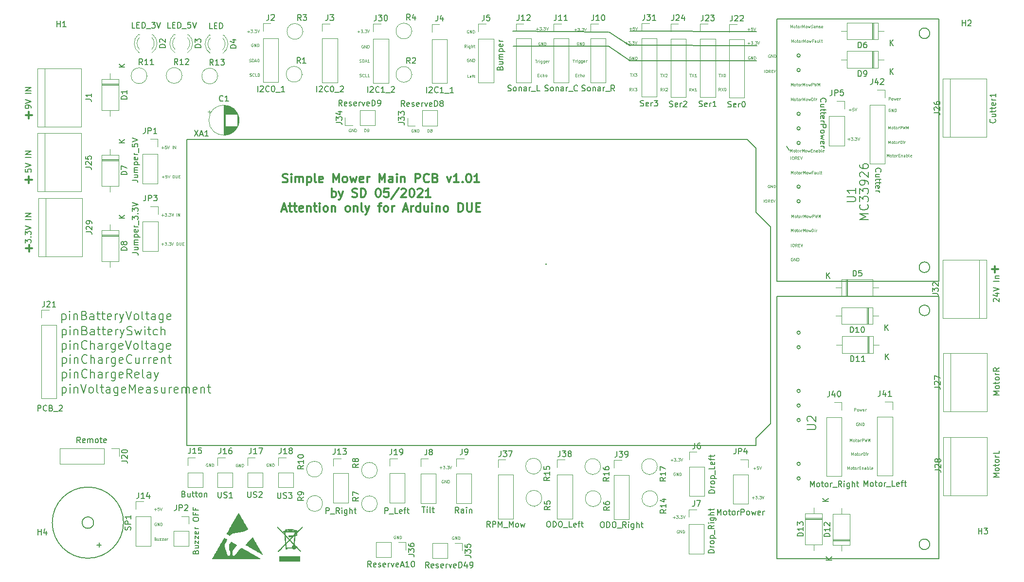
<source format=gbr>
%TF.GenerationSoftware,KiCad,Pcbnew,(5.1.9)-1*%
%TF.CreationDate,2021-05-16T20:36:29+02:00*%
%TF.ProjectId,Ardumower,41726475-6d6f-4776-9572-2e6b69636164,rev?*%
%TF.SameCoordinates,Original*%
%TF.FileFunction,Legend,Top*%
%TF.FilePolarity,Positive*%
%FSLAX46Y46*%
G04 Gerber Fmt 4.6, Leading zero omitted, Abs format (unit mm)*
G04 Created by KiCad (PCBNEW (5.1.9)-1) date 2021-05-16 20:36:29*
%MOMM*%
%LPD*%
G01*
G04 APERTURE LIST*
%ADD10C,0.300000*%
%ADD11C,0.100000*%
%ADD12C,0.150000*%
%ADD13C,0.375000*%
%ADD14C,0.010000*%
%ADD15C,0.120000*%
G04 APERTURE END LIST*
D10*
X83742857Y-64147142D02*
X83957142Y-64218571D01*
X84314285Y-64218571D01*
X84457142Y-64147142D01*
X84528571Y-64075714D01*
X84600000Y-63932857D01*
X84600000Y-63790000D01*
X84528571Y-63647142D01*
X84457142Y-63575714D01*
X84314285Y-63504285D01*
X84028571Y-63432857D01*
X83885714Y-63361428D01*
X83814285Y-63290000D01*
X83742857Y-63147142D01*
X83742857Y-63004285D01*
X83814285Y-62861428D01*
X83885714Y-62790000D01*
X84028571Y-62718571D01*
X84385714Y-62718571D01*
X84600000Y-62790000D01*
X85242857Y-64218571D02*
X85242857Y-63218571D01*
X85242857Y-62718571D02*
X85171428Y-62790000D01*
X85242857Y-62861428D01*
X85314285Y-62790000D01*
X85242857Y-62718571D01*
X85242857Y-62861428D01*
X85957142Y-64218571D02*
X85957142Y-63218571D01*
X85957142Y-63361428D02*
X86028571Y-63290000D01*
X86171428Y-63218571D01*
X86385714Y-63218571D01*
X86528571Y-63290000D01*
X86600000Y-63432857D01*
X86600000Y-64218571D01*
X86600000Y-63432857D02*
X86671428Y-63290000D01*
X86814285Y-63218571D01*
X87028571Y-63218571D01*
X87171428Y-63290000D01*
X87242857Y-63432857D01*
X87242857Y-64218571D01*
X87957142Y-63218571D02*
X87957142Y-64718571D01*
X87957142Y-63290000D02*
X88100000Y-63218571D01*
X88385714Y-63218571D01*
X88528571Y-63290000D01*
X88600000Y-63361428D01*
X88671428Y-63504285D01*
X88671428Y-63932857D01*
X88600000Y-64075714D01*
X88528571Y-64147142D01*
X88385714Y-64218571D01*
X88100000Y-64218571D01*
X87957142Y-64147142D01*
X89528571Y-64218571D02*
X89385714Y-64147142D01*
X89314285Y-64004285D01*
X89314285Y-62718571D01*
X90671428Y-64147142D02*
X90528571Y-64218571D01*
X90242857Y-64218571D01*
X90100000Y-64147142D01*
X90028571Y-64004285D01*
X90028571Y-63432857D01*
X90100000Y-63290000D01*
X90242857Y-63218571D01*
X90528571Y-63218571D01*
X90671428Y-63290000D01*
X90742857Y-63432857D01*
X90742857Y-63575714D01*
X90028571Y-63718571D01*
X92528571Y-64218571D02*
X92528571Y-62718571D01*
X93028571Y-63790000D01*
X93528571Y-62718571D01*
X93528571Y-64218571D01*
X94457142Y-64218571D02*
X94314285Y-64147142D01*
X94242857Y-64075714D01*
X94171428Y-63932857D01*
X94171428Y-63504285D01*
X94242857Y-63361428D01*
X94314285Y-63290000D01*
X94457142Y-63218571D01*
X94671428Y-63218571D01*
X94814285Y-63290000D01*
X94885714Y-63361428D01*
X94957142Y-63504285D01*
X94957142Y-63932857D01*
X94885714Y-64075714D01*
X94814285Y-64147142D01*
X94671428Y-64218571D01*
X94457142Y-64218571D01*
X95457142Y-63218571D02*
X95742857Y-64218571D01*
X96028571Y-63504285D01*
X96314285Y-64218571D01*
X96600000Y-63218571D01*
X97742857Y-64147142D02*
X97600000Y-64218571D01*
X97314285Y-64218571D01*
X97171428Y-64147142D01*
X97100000Y-64004285D01*
X97100000Y-63432857D01*
X97171428Y-63290000D01*
X97314285Y-63218571D01*
X97600000Y-63218571D01*
X97742857Y-63290000D01*
X97814285Y-63432857D01*
X97814285Y-63575714D01*
X97100000Y-63718571D01*
X98457142Y-64218571D02*
X98457142Y-63218571D01*
X98457142Y-63504285D02*
X98528571Y-63361428D01*
X98600000Y-63290000D01*
X98742857Y-63218571D01*
X98885714Y-63218571D01*
X100528571Y-64218571D02*
X100528571Y-62718571D01*
X101028571Y-63790000D01*
X101528571Y-62718571D01*
X101528571Y-64218571D01*
X102885714Y-64218571D02*
X102885714Y-63432857D01*
X102814285Y-63290000D01*
X102671428Y-63218571D01*
X102385714Y-63218571D01*
X102242857Y-63290000D01*
X102885714Y-64147142D02*
X102742857Y-64218571D01*
X102385714Y-64218571D01*
X102242857Y-64147142D01*
X102171428Y-64004285D01*
X102171428Y-63861428D01*
X102242857Y-63718571D01*
X102385714Y-63647142D01*
X102742857Y-63647142D01*
X102885714Y-63575714D01*
X103600000Y-64218571D02*
X103600000Y-63218571D01*
X103600000Y-62718571D02*
X103528571Y-62790000D01*
X103600000Y-62861428D01*
X103671428Y-62790000D01*
X103600000Y-62718571D01*
X103600000Y-62861428D01*
X104314285Y-63218571D02*
X104314285Y-64218571D01*
X104314285Y-63361428D02*
X104385714Y-63290000D01*
X104528571Y-63218571D01*
X104742857Y-63218571D01*
X104885714Y-63290000D01*
X104957142Y-63432857D01*
X104957142Y-64218571D01*
X106814285Y-64218571D02*
X106814285Y-62718571D01*
X107385714Y-62718571D01*
X107528571Y-62790000D01*
X107600000Y-62861428D01*
X107671428Y-63004285D01*
X107671428Y-63218571D01*
X107600000Y-63361428D01*
X107528571Y-63432857D01*
X107385714Y-63504285D01*
X106814285Y-63504285D01*
X109171428Y-64075714D02*
X109100000Y-64147142D01*
X108885714Y-64218571D01*
X108742857Y-64218571D01*
X108528571Y-64147142D01*
X108385714Y-64004285D01*
X108314285Y-63861428D01*
X108242857Y-63575714D01*
X108242857Y-63361428D01*
X108314285Y-63075714D01*
X108385714Y-62932857D01*
X108528571Y-62790000D01*
X108742857Y-62718571D01*
X108885714Y-62718571D01*
X109100000Y-62790000D01*
X109171428Y-62861428D01*
X110314285Y-63432857D02*
X110528571Y-63504285D01*
X110600000Y-63575714D01*
X110671428Y-63718571D01*
X110671428Y-63932857D01*
X110600000Y-64075714D01*
X110528571Y-64147142D01*
X110385714Y-64218571D01*
X109814285Y-64218571D01*
X109814285Y-62718571D01*
X110314285Y-62718571D01*
X110457142Y-62790000D01*
X110528571Y-62861428D01*
X110600000Y-63004285D01*
X110600000Y-63147142D01*
X110528571Y-63290000D01*
X110457142Y-63361428D01*
X110314285Y-63432857D01*
X109814285Y-63432857D01*
X112314285Y-63218571D02*
X112671428Y-64218571D01*
X113028571Y-63218571D01*
X114385714Y-64218571D02*
X113528571Y-64218571D01*
X113957142Y-64218571D02*
X113957142Y-62718571D01*
X113814285Y-62932857D01*
X113671428Y-63075714D01*
X113528571Y-63147142D01*
X115028571Y-64075714D02*
X115100000Y-64147142D01*
X115028571Y-64218571D01*
X114957142Y-64147142D01*
X115028571Y-64075714D01*
X115028571Y-64218571D01*
X116028571Y-62718571D02*
X116171428Y-62718571D01*
X116314285Y-62790000D01*
X116385714Y-62861428D01*
X116457142Y-63004285D01*
X116528571Y-63290000D01*
X116528571Y-63647142D01*
X116457142Y-63932857D01*
X116385714Y-64075714D01*
X116314285Y-64147142D01*
X116171428Y-64218571D01*
X116028571Y-64218571D01*
X115885714Y-64147142D01*
X115814285Y-64075714D01*
X115742857Y-63932857D01*
X115671428Y-63647142D01*
X115671428Y-63290000D01*
X115742857Y-63004285D01*
X115814285Y-62861428D01*
X115885714Y-62790000D01*
X116028571Y-62718571D01*
X117957142Y-64218571D02*
X117100000Y-64218571D01*
X117528571Y-64218571D02*
X117528571Y-62718571D01*
X117385714Y-62932857D01*
X117242857Y-63075714D01*
X117100000Y-63147142D01*
X92278571Y-66768571D02*
X92278571Y-65268571D01*
X92278571Y-65840000D02*
X92421428Y-65768571D01*
X92707142Y-65768571D01*
X92850000Y-65840000D01*
X92921428Y-65911428D01*
X92992857Y-66054285D01*
X92992857Y-66482857D01*
X92921428Y-66625714D01*
X92850000Y-66697142D01*
X92707142Y-66768571D01*
X92421428Y-66768571D01*
X92278571Y-66697142D01*
X93492857Y-65768571D02*
X93850000Y-66768571D01*
X94207142Y-65768571D02*
X93850000Y-66768571D01*
X93707142Y-67125714D01*
X93635714Y-67197142D01*
X93492857Y-67268571D01*
X95850000Y-66697142D02*
X96064285Y-66768571D01*
X96421428Y-66768571D01*
X96564285Y-66697142D01*
X96635714Y-66625714D01*
X96707142Y-66482857D01*
X96707142Y-66340000D01*
X96635714Y-66197142D01*
X96564285Y-66125714D01*
X96421428Y-66054285D01*
X96135714Y-65982857D01*
X95992857Y-65911428D01*
X95921428Y-65840000D01*
X95850000Y-65697142D01*
X95850000Y-65554285D01*
X95921428Y-65411428D01*
X95992857Y-65340000D01*
X96135714Y-65268571D01*
X96492857Y-65268571D01*
X96707142Y-65340000D01*
X97350000Y-66768571D02*
X97350000Y-65268571D01*
X97707142Y-65268571D01*
X97921428Y-65340000D01*
X98064285Y-65482857D01*
X98135714Y-65625714D01*
X98207142Y-65911428D01*
X98207142Y-66125714D01*
X98135714Y-66411428D01*
X98064285Y-66554285D01*
X97921428Y-66697142D01*
X97707142Y-66768571D01*
X97350000Y-66768571D01*
X100278571Y-65268571D02*
X100421428Y-65268571D01*
X100564285Y-65340000D01*
X100635714Y-65411428D01*
X100707142Y-65554285D01*
X100778571Y-65840000D01*
X100778571Y-66197142D01*
X100707142Y-66482857D01*
X100635714Y-66625714D01*
X100564285Y-66697142D01*
X100421428Y-66768571D01*
X100278571Y-66768571D01*
X100135714Y-66697142D01*
X100064285Y-66625714D01*
X99992857Y-66482857D01*
X99921428Y-66197142D01*
X99921428Y-65840000D01*
X99992857Y-65554285D01*
X100064285Y-65411428D01*
X100135714Y-65340000D01*
X100278571Y-65268571D01*
X102135714Y-65268571D02*
X101421428Y-65268571D01*
X101350000Y-65982857D01*
X101421428Y-65911428D01*
X101564285Y-65840000D01*
X101921428Y-65840000D01*
X102064285Y-65911428D01*
X102135714Y-65982857D01*
X102207142Y-66125714D01*
X102207142Y-66482857D01*
X102135714Y-66625714D01*
X102064285Y-66697142D01*
X101921428Y-66768571D01*
X101564285Y-66768571D01*
X101421428Y-66697142D01*
X101350000Y-66625714D01*
X103921428Y-65197142D02*
X102635714Y-67125714D01*
X104350000Y-65411428D02*
X104421428Y-65340000D01*
X104564285Y-65268571D01*
X104921428Y-65268571D01*
X105064285Y-65340000D01*
X105135714Y-65411428D01*
X105207142Y-65554285D01*
X105207142Y-65697142D01*
X105135714Y-65911428D01*
X104278571Y-66768571D01*
X105207142Y-66768571D01*
X106135714Y-65268571D02*
X106278571Y-65268571D01*
X106421428Y-65340000D01*
X106492857Y-65411428D01*
X106564285Y-65554285D01*
X106635714Y-65840000D01*
X106635714Y-66197142D01*
X106564285Y-66482857D01*
X106492857Y-66625714D01*
X106421428Y-66697142D01*
X106278571Y-66768571D01*
X106135714Y-66768571D01*
X105992857Y-66697142D01*
X105921428Y-66625714D01*
X105850000Y-66482857D01*
X105778571Y-66197142D01*
X105778571Y-65840000D01*
X105850000Y-65554285D01*
X105921428Y-65411428D01*
X105992857Y-65340000D01*
X106135714Y-65268571D01*
X107207142Y-65411428D02*
X107278571Y-65340000D01*
X107421428Y-65268571D01*
X107778571Y-65268571D01*
X107921428Y-65340000D01*
X107992857Y-65411428D01*
X108064285Y-65554285D01*
X108064285Y-65697142D01*
X107992857Y-65911428D01*
X107135714Y-66768571D01*
X108064285Y-66768571D01*
X109492857Y-66768571D02*
X108635714Y-66768571D01*
X109064285Y-66768571D02*
X109064285Y-65268571D01*
X108921428Y-65482857D01*
X108778571Y-65625714D01*
X108635714Y-65697142D01*
X83600000Y-68890000D02*
X84314285Y-68890000D01*
X83457142Y-69318571D02*
X83957142Y-67818571D01*
X84457142Y-69318571D01*
X84742857Y-68318571D02*
X85314285Y-68318571D01*
X84957142Y-67818571D02*
X84957142Y-69104285D01*
X85028571Y-69247142D01*
X85171428Y-69318571D01*
X85314285Y-69318571D01*
X85600000Y-68318571D02*
X86171428Y-68318571D01*
X85814285Y-67818571D02*
X85814285Y-69104285D01*
X85885714Y-69247142D01*
X86028571Y-69318571D01*
X86171428Y-69318571D01*
X87242857Y-69247142D02*
X87100000Y-69318571D01*
X86814285Y-69318571D01*
X86671428Y-69247142D01*
X86600000Y-69104285D01*
X86600000Y-68532857D01*
X86671428Y-68390000D01*
X86814285Y-68318571D01*
X87100000Y-68318571D01*
X87242857Y-68390000D01*
X87314285Y-68532857D01*
X87314285Y-68675714D01*
X86600000Y-68818571D01*
X87957142Y-68318571D02*
X87957142Y-69318571D01*
X87957142Y-68461428D02*
X88028571Y-68390000D01*
X88171428Y-68318571D01*
X88385714Y-68318571D01*
X88528571Y-68390000D01*
X88600000Y-68532857D01*
X88600000Y-69318571D01*
X89100000Y-68318571D02*
X89671428Y-68318571D01*
X89314285Y-67818571D02*
X89314285Y-69104285D01*
X89385714Y-69247142D01*
X89528571Y-69318571D01*
X89671428Y-69318571D01*
X90171428Y-69318571D02*
X90171428Y-68318571D01*
X90171428Y-67818571D02*
X90100000Y-67890000D01*
X90171428Y-67961428D01*
X90242857Y-67890000D01*
X90171428Y-67818571D01*
X90171428Y-67961428D01*
X91100000Y-69318571D02*
X90957142Y-69247142D01*
X90885714Y-69175714D01*
X90814285Y-69032857D01*
X90814285Y-68604285D01*
X90885714Y-68461428D01*
X90957142Y-68390000D01*
X91100000Y-68318571D01*
X91314285Y-68318571D01*
X91457142Y-68390000D01*
X91528571Y-68461428D01*
X91600000Y-68604285D01*
X91600000Y-69032857D01*
X91528571Y-69175714D01*
X91457142Y-69247142D01*
X91314285Y-69318571D01*
X91100000Y-69318571D01*
X92242857Y-68318571D02*
X92242857Y-69318571D01*
X92242857Y-68461428D02*
X92314285Y-68390000D01*
X92457142Y-68318571D01*
X92671428Y-68318571D01*
X92814285Y-68390000D01*
X92885714Y-68532857D01*
X92885714Y-69318571D01*
X94957142Y-69318571D02*
X94814285Y-69247142D01*
X94742857Y-69175714D01*
X94671428Y-69032857D01*
X94671428Y-68604285D01*
X94742857Y-68461428D01*
X94814285Y-68390000D01*
X94957142Y-68318571D01*
X95171428Y-68318571D01*
X95314285Y-68390000D01*
X95385714Y-68461428D01*
X95457142Y-68604285D01*
X95457142Y-69032857D01*
X95385714Y-69175714D01*
X95314285Y-69247142D01*
X95171428Y-69318571D01*
X94957142Y-69318571D01*
X96100000Y-68318571D02*
X96100000Y-69318571D01*
X96100000Y-68461428D02*
X96171428Y-68390000D01*
X96314285Y-68318571D01*
X96528571Y-68318571D01*
X96671428Y-68390000D01*
X96742857Y-68532857D01*
X96742857Y-69318571D01*
X97671428Y-69318571D02*
X97528571Y-69247142D01*
X97457142Y-69104285D01*
X97457142Y-67818571D01*
X98100000Y-68318571D02*
X98457142Y-69318571D01*
X98814285Y-68318571D02*
X98457142Y-69318571D01*
X98314285Y-69675714D01*
X98242857Y-69747142D01*
X98100000Y-69818571D01*
X100314285Y-68318571D02*
X100885714Y-68318571D01*
X100528571Y-69318571D02*
X100528571Y-68032857D01*
X100600000Y-67890000D01*
X100742857Y-67818571D01*
X100885714Y-67818571D01*
X101600000Y-69318571D02*
X101457142Y-69247142D01*
X101385714Y-69175714D01*
X101314285Y-69032857D01*
X101314285Y-68604285D01*
X101385714Y-68461428D01*
X101457142Y-68390000D01*
X101600000Y-68318571D01*
X101814285Y-68318571D01*
X101957142Y-68390000D01*
X102028571Y-68461428D01*
X102100000Y-68604285D01*
X102100000Y-69032857D01*
X102028571Y-69175714D01*
X101957142Y-69247142D01*
X101814285Y-69318571D01*
X101600000Y-69318571D01*
X102742857Y-69318571D02*
X102742857Y-68318571D01*
X102742857Y-68604285D02*
X102814285Y-68461428D01*
X102885714Y-68390000D01*
X103028571Y-68318571D01*
X103171428Y-68318571D01*
X104742857Y-68890000D02*
X105457142Y-68890000D01*
X104600000Y-69318571D02*
X105100000Y-67818571D01*
X105600000Y-69318571D01*
X106100000Y-69318571D02*
X106100000Y-68318571D01*
X106100000Y-68604285D02*
X106171428Y-68461428D01*
X106242857Y-68390000D01*
X106385714Y-68318571D01*
X106528571Y-68318571D01*
X107671428Y-69318571D02*
X107671428Y-67818571D01*
X107671428Y-69247142D02*
X107528571Y-69318571D01*
X107242857Y-69318571D01*
X107100000Y-69247142D01*
X107028571Y-69175714D01*
X106957142Y-69032857D01*
X106957142Y-68604285D01*
X107028571Y-68461428D01*
X107100000Y-68390000D01*
X107242857Y-68318571D01*
X107528571Y-68318571D01*
X107671428Y-68390000D01*
X109028571Y-68318571D02*
X109028571Y-69318571D01*
X108385714Y-68318571D02*
X108385714Y-69104285D01*
X108457142Y-69247142D01*
X108600000Y-69318571D01*
X108814285Y-69318571D01*
X108957142Y-69247142D01*
X109028571Y-69175714D01*
X109742857Y-69318571D02*
X109742857Y-68318571D01*
X109742857Y-67818571D02*
X109671428Y-67890000D01*
X109742857Y-67961428D01*
X109814285Y-67890000D01*
X109742857Y-67818571D01*
X109742857Y-67961428D01*
X110457142Y-68318571D02*
X110457142Y-69318571D01*
X110457142Y-68461428D02*
X110528571Y-68390000D01*
X110671428Y-68318571D01*
X110885714Y-68318571D01*
X111028571Y-68390000D01*
X111100000Y-68532857D01*
X111100000Y-69318571D01*
X112028571Y-69318571D02*
X111885714Y-69247142D01*
X111814285Y-69175714D01*
X111742857Y-69032857D01*
X111742857Y-68604285D01*
X111814285Y-68461428D01*
X111885714Y-68390000D01*
X112028571Y-68318571D01*
X112242857Y-68318571D01*
X112385714Y-68390000D01*
X112457142Y-68461428D01*
X112528571Y-68604285D01*
X112528571Y-69032857D01*
X112457142Y-69175714D01*
X112385714Y-69247142D01*
X112242857Y-69318571D01*
X112028571Y-69318571D01*
X114314285Y-69318571D02*
X114314285Y-67818571D01*
X114671428Y-67818571D01*
X114885714Y-67890000D01*
X115028571Y-68032857D01*
X115100000Y-68175714D01*
X115171428Y-68461428D01*
X115171428Y-68675714D01*
X115100000Y-68961428D01*
X115028571Y-69104285D01*
X114885714Y-69247142D01*
X114671428Y-69318571D01*
X114314285Y-69318571D01*
X115814285Y-67818571D02*
X115814285Y-69032857D01*
X115885714Y-69175714D01*
X115957142Y-69247142D01*
X116100000Y-69318571D01*
X116385714Y-69318571D01*
X116528571Y-69247142D01*
X116600000Y-69175714D01*
X116671428Y-69032857D01*
X116671428Y-67818571D01*
X117385714Y-68532857D02*
X117885714Y-68532857D01*
X118100000Y-69318571D02*
X117385714Y-69318571D01*
X117385714Y-67818571D01*
X118100000Y-67818571D01*
D11*
X189141904Y-54906190D02*
X189141904Y-54406190D01*
X189308571Y-54763333D01*
X189475238Y-54406190D01*
X189475238Y-54906190D01*
X189784761Y-54906190D02*
X189737142Y-54882380D01*
X189713333Y-54858571D01*
X189689523Y-54810952D01*
X189689523Y-54668095D01*
X189713333Y-54620476D01*
X189737142Y-54596666D01*
X189784761Y-54572857D01*
X189856190Y-54572857D01*
X189903809Y-54596666D01*
X189927619Y-54620476D01*
X189951428Y-54668095D01*
X189951428Y-54810952D01*
X189927619Y-54858571D01*
X189903809Y-54882380D01*
X189856190Y-54906190D01*
X189784761Y-54906190D01*
X190094285Y-54572857D02*
X190284761Y-54572857D01*
X190165714Y-54406190D02*
X190165714Y-54834761D01*
X190189523Y-54882380D01*
X190237142Y-54906190D01*
X190284761Y-54906190D01*
X190522857Y-54906190D02*
X190475238Y-54882380D01*
X190451428Y-54858571D01*
X190427619Y-54810952D01*
X190427619Y-54668095D01*
X190451428Y-54620476D01*
X190475238Y-54596666D01*
X190522857Y-54572857D01*
X190594285Y-54572857D01*
X190641904Y-54596666D01*
X190665714Y-54620476D01*
X190689523Y-54668095D01*
X190689523Y-54810952D01*
X190665714Y-54858571D01*
X190641904Y-54882380D01*
X190594285Y-54906190D01*
X190522857Y-54906190D01*
X190903809Y-54906190D02*
X190903809Y-54572857D01*
X190903809Y-54668095D02*
X190927619Y-54620476D01*
X190951428Y-54596666D01*
X190999047Y-54572857D01*
X191046666Y-54572857D01*
X191213333Y-54906190D02*
X191213333Y-54406190D01*
X191403809Y-54406190D01*
X191451428Y-54430000D01*
X191475238Y-54453809D01*
X191499047Y-54501428D01*
X191499047Y-54572857D01*
X191475238Y-54620476D01*
X191451428Y-54644285D01*
X191403809Y-54668095D01*
X191213333Y-54668095D01*
X191665714Y-54406190D02*
X191784761Y-54906190D01*
X191880000Y-54549047D01*
X191975238Y-54906190D01*
X192094285Y-54406190D01*
X192284761Y-54906190D02*
X192284761Y-54406190D01*
X192451428Y-54763333D01*
X192618095Y-54406190D01*
X192618095Y-54906190D01*
X189191904Y-49876190D02*
X189191904Y-49376190D01*
X189382380Y-49376190D01*
X189430000Y-49400000D01*
X189453809Y-49423809D01*
X189477619Y-49471428D01*
X189477619Y-49542857D01*
X189453809Y-49590476D01*
X189430000Y-49614285D01*
X189382380Y-49638095D01*
X189191904Y-49638095D01*
X189763333Y-49876190D02*
X189715714Y-49852380D01*
X189691904Y-49828571D01*
X189668095Y-49780952D01*
X189668095Y-49638095D01*
X189691904Y-49590476D01*
X189715714Y-49566666D01*
X189763333Y-49542857D01*
X189834761Y-49542857D01*
X189882380Y-49566666D01*
X189906190Y-49590476D01*
X189930000Y-49638095D01*
X189930000Y-49780952D01*
X189906190Y-49828571D01*
X189882380Y-49852380D01*
X189834761Y-49876190D01*
X189763333Y-49876190D01*
X190096666Y-49542857D02*
X190191904Y-49876190D01*
X190287142Y-49638095D01*
X190382380Y-49876190D01*
X190477619Y-49542857D01*
X190858571Y-49852380D02*
X190810952Y-49876190D01*
X190715714Y-49876190D01*
X190668095Y-49852380D01*
X190644285Y-49804761D01*
X190644285Y-49614285D01*
X190668095Y-49566666D01*
X190715714Y-49542857D01*
X190810952Y-49542857D01*
X190858571Y-49566666D01*
X190882380Y-49614285D01*
X190882380Y-49661904D01*
X190644285Y-49709523D01*
X191096666Y-49876190D02*
X191096666Y-49542857D01*
X191096666Y-49638095D02*
X191120476Y-49590476D01*
X191144285Y-49566666D01*
X191191904Y-49542857D01*
X191239523Y-49542857D01*
X189149523Y-57446190D02*
X189149523Y-56946190D01*
X189316190Y-57303333D01*
X189482857Y-56946190D01*
X189482857Y-57446190D01*
X189792380Y-57446190D02*
X189744761Y-57422380D01*
X189720952Y-57398571D01*
X189697142Y-57350952D01*
X189697142Y-57208095D01*
X189720952Y-57160476D01*
X189744761Y-57136666D01*
X189792380Y-57112857D01*
X189863809Y-57112857D01*
X189911428Y-57136666D01*
X189935238Y-57160476D01*
X189959047Y-57208095D01*
X189959047Y-57350952D01*
X189935238Y-57398571D01*
X189911428Y-57422380D01*
X189863809Y-57446190D01*
X189792380Y-57446190D01*
X190101904Y-57112857D02*
X190292380Y-57112857D01*
X190173333Y-56946190D02*
X190173333Y-57374761D01*
X190197142Y-57422380D01*
X190244761Y-57446190D01*
X190292380Y-57446190D01*
X190530476Y-57446190D02*
X190482857Y-57422380D01*
X190459047Y-57398571D01*
X190435238Y-57350952D01*
X190435238Y-57208095D01*
X190459047Y-57160476D01*
X190482857Y-57136666D01*
X190530476Y-57112857D01*
X190601904Y-57112857D01*
X190649523Y-57136666D01*
X190673333Y-57160476D01*
X190697142Y-57208095D01*
X190697142Y-57350952D01*
X190673333Y-57398571D01*
X190649523Y-57422380D01*
X190601904Y-57446190D01*
X190530476Y-57446190D01*
X190911428Y-57446190D02*
X190911428Y-57112857D01*
X190911428Y-57208095D02*
X190935238Y-57160476D01*
X190959047Y-57136666D01*
X191006666Y-57112857D01*
X191054285Y-57112857D01*
X191220952Y-57446190D02*
X191220952Y-56946190D01*
X191340000Y-56946190D01*
X191411428Y-56970000D01*
X191459047Y-57017619D01*
X191482857Y-57065238D01*
X191506666Y-57160476D01*
X191506666Y-57231904D01*
X191482857Y-57327142D01*
X191459047Y-57374761D01*
X191411428Y-57422380D01*
X191340000Y-57446190D01*
X191220952Y-57446190D01*
X191720952Y-57446190D02*
X191720952Y-57112857D01*
X191720952Y-56946190D02*
X191697142Y-56970000D01*
X191720952Y-56993809D01*
X191744761Y-56970000D01*
X191720952Y-56946190D01*
X191720952Y-56993809D01*
X191959047Y-57446190D02*
X191959047Y-57112857D01*
X191959047Y-57208095D02*
X191982857Y-57160476D01*
X192006666Y-57136666D01*
X192054285Y-57112857D01*
X192101904Y-57112857D01*
X188843333Y-59766190D02*
X188843333Y-59266190D01*
X189010000Y-59623333D01*
X189176666Y-59266190D01*
X189176666Y-59766190D01*
X189486190Y-59766190D02*
X189438571Y-59742380D01*
X189414761Y-59718571D01*
X189390952Y-59670952D01*
X189390952Y-59528095D01*
X189414761Y-59480476D01*
X189438571Y-59456666D01*
X189486190Y-59432857D01*
X189557619Y-59432857D01*
X189605238Y-59456666D01*
X189629047Y-59480476D01*
X189652857Y-59528095D01*
X189652857Y-59670952D01*
X189629047Y-59718571D01*
X189605238Y-59742380D01*
X189557619Y-59766190D01*
X189486190Y-59766190D01*
X189795714Y-59432857D02*
X189986190Y-59432857D01*
X189867142Y-59266190D02*
X189867142Y-59694761D01*
X189890952Y-59742380D01*
X189938571Y-59766190D01*
X189986190Y-59766190D01*
X190224285Y-59766190D02*
X190176666Y-59742380D01*
X190152857Y-59718571D01*
X190129047Y-59670952D01*
X190129047Y-59528095D01*
X190152857Y-59480476D01*
X190176666Y-59456666D01*
X190224285Y-59432857D01*
X190295714Y-59432857D01*
X190343333Y-59456666D01*
X190367142Y-59480476D01*
X190390952Y-59528095D01*
X190390952Y-59670952D01*
X190367142Y-59718571D01*
X190343333Y-59742380D01*
X190295714Y-59766190D01*
X190224285Y-59766190D01*
X190605238Y-59766190D02*
X190605238Y-59432857D01*
X190605238Y-59528095D02*
X190629047Y-59480476D01*
X190652857Y-59456666D01*
X190700476Y-59432857D01*
X190748095Y-59432857D01*
X190914761Y-59504285D02*
X191081428Y-59504285D01*
X191152857Y-59766190D02*
X190914761Y-59766190D01*
X190914761Y-59266190D01*
X191152857Y-59266190D01*
X191367142Y-59432857D02*
X191367142Y-59766190D01*
X191367142Y-59480476D02*
X191390952Y-59456666D01*
X191438571Y-59432857D01*
X191510000Y-59432857D01*
X191557619Y-59456666D01*
X191581428Y-59504285D01*
X191581428Y-59766190D01*
X192033809Y-59766190D02*
X192033809Y-59504285D01*
X192010000Y-59456666D01*
X191962380Y-59432857D01*
X191867142Y-59432857D01*
X191819523Y-59456666D01*
X192033809Y-59742380D02*
X191986190Y-59766190D01*
X191867142Y-59766190D01*
X191819523Y-59742380D01*
X191795714Y-59694761D01*
X191795714Y-59647142D01*
X191819523Y-59599523D01*
X191867142Y-59575714D01*
X191986190Y-59575714D01*
X192033809Y-59551904D01*
X192271904Y-59766190D02*
X192271904Y-59266190D01*
X192271904Y-59456666D02*
X192319523Y-59432857D01*
X192414761Y-59432857D01*
X192462380Y-59456666D01*
X192486190Y-59480476D01*
X192510000Y-59528095D01*
X192510000Y-59670952D01*
X192486190Y-59718571D01*
X192462380Y-59742380D01*
X192414761Y-59766190D01*
X192319523Y-59766190D01*
X192271904Y-59742380D01*
X192795714Y-59766190D02*
X192748095Y-59742380D01*
X192724285Y-59694761D01*
X192724285Y-59266190D01*
X193176666Y-59742380D02*
X193129047Y-59766190D01*
X193033809Y-59766190D01*
X192986190Y-59742380D01*
X192962380Y-59694761D01*
X192962380Y-59504285D01*
X192986190Y-59456666D01*
X193033809Y-59432857D01*
X193129047Y-59432857D01*
X193176666Y-59456666D01*
X193200476Y-59504285D01*
X193200476Y-59551904D01*
X192962380Y-59599523D01*
X189459047Y-51390000D02*
X189411428Y-51366190D01*
X189340000Y-51366190D01*
X189268571Y-51390000D01*
X189220952Y-51437619D01*
X189197142Y-51485238D01*
X189173333Y-51580476D01*
X189173333Y-51651904D01*
X189197142Y-51747142D01*
X189220952Y-51794761D01*
X189268571Y-51842380D01*
X189340000Y-51866190D01*
X189387619Y-51866190D01*
X189459047Y-51842380D01*
X189482857Y-51818571D01*
X189482857Y-51651904D01*
X189387619Y-51651904D01*
X189697142Y-51866190D02*
X189697142Y-51366190D01*
X189982857Y-51866190D01*
X189982857Y-51366190D01*
X190220952Y-51866190D02*
X190220952Y-51366190D01*
X190340000Y-51366190D01*
X190411428Y-51390000D01*
X190459047Y-51437619D01*
X190482857Y-51485238D01*
X190506666Y-51580476D01*
X190506666Y-51651904D01*
X190482857Y-51747142D01*
X190459047Y-51794761D01*
X190411428Y-51842380D01*
X190340000Y-51866190D01*
X190220952Y-51866190D01*
X182040000Y-56675714D02*
X182420952Y-56675714D01*
X182230476Y-56866190D02*
X182230476Y-56485238D01*
X182611428Y-56366190D02*
X182920952Y-56366190D01*
X182754285Y-56556666D01*
X182825714Y-56556666D01*
X182873333Y-56580476D01*
X182897142Y-56604285D01*
X182920952Y-56651904D01*
X182920952Y-56770952D01*
X182897142Y-56818571D01*
X182873333Y-56842380D01*
X182825714Y-56866190D01*
X182682857Y-56866190D01*
X182635238Y-56842380D01*
X182611428Y-56818571D01*
X183135238Y-56818571D02*
X183159047Y-56842380D01*
X183135238Y-56866190D01*
X183111428Y-56842380D01*
X183135238Y-56818571D01*
X183135238Y-56866190D01*
X183325714Y-56366190D02*
X183635238Y-56366190D01*
X183468571Y-56556666D01*
X183540000Y-56556666D01*
X183587619Y-56580476D01*
X183611428Y-56604285D01*
X183635238Y-56651904D01*
X183635238Y-56770952D01*
X183611428Y-56818571D01*
X183587619Y-56842380D01*
X183540000Y-56866190D01*
X183397142Y-56866190D01*
X183349523Y-56842380D01*
X183325714Y-56818571D01*
X183778095Y-56366190D02*
X183944761Y-56866190D01*
X184111428Y-56366190D01*
X182287142Y-51565714D02*
X182668095Y-51565714D01*
X182477619Y-51756190D02*
X182477619Y-51375238D01*
X183144285Y-51256190D02*
X182906190Y-51256190D01*
X182882380Y-51494285D01*
X182906190Y-51470476D01*
X182953809Y-51446666D01*
X183072857Y-51446666D01*
X183120476Y-51470476D01*
X183144285Y-51494285D01*
X183168095Y-51541904D01*
X183168095Y-51660952D01*
X183144285Y-51708571D01*
X183120476Y-51732380D01*
X183072857Y-51756190D01*
X182953809Y-51756190D01*
X182906190Y-51732380D01*
X182882380Y-51708571D01*
X183310952Y-51256190D02*
X183477619Y-51756190D01*
X183644285Y-51256190D01*
X165667142Y-114045714D02*
X166048095Y-114045714D01*
X165857619Y-114236190D02*
X165857619Y-113855238D01*
X166524285Y-113736190D02*
X166286190Y-113736190D01*
X166262380Y-113974285D01*
X166286190Y-113950476D01*
X166333809Y-113926666D01*
X166452857Y-113926666D01*
X166500476Y-113950476D01*
X166524285Y-113974285D01*
X166548095Y-114021904D01*
X166548095Y-114140952D01*
X166524285Y-114188571D01*
X166500476Y-114212380D01*
X166452857Y-114236190D01*
X166333809Y-114236190D01*
X166286190Y-114212380D01*
X166262380Y-114188571D01*
X166690952Y-113736190D02*
X166857619Y-114236190D01*
X167024285Y-113736190D01*
X165420000Y-119155714D02*
X165800952Y-119155714D01*
X165610476Y-119346190D02*
X165610476Y-118965238D01*
X165991428Y-118846190D02*
X166300952Y-118846190D01*
X166134285Y-119036666D01*
X166205714Y-119036666D01*
X166253333Y-119060476D01*
X166277142Y-119084285D01*
X166300952Y-119131904D01*
X166300952Y-119250952D01*
X166277142Y-119298571D01*
X166253333Y-119322380D01*
X166205714Y-119346190D01*
X166062857Y-119346190D01*
X166015238Y-119322380D01*
X165991428Y-119298571D01*
X166515238Y-119298571D02*
X166539047Y-119322380D01*
X166515238Y-119346190D01*
X166491428Y-119322380D01*
X166515238Y-119298571D01*
X166515238Y-119346190D01*
X166705714Y-118846190D02*
X167015238Y-118846190D01*
X166848571Y-119036666D01*
X166920000Y-119036666D01*
X166967619Y-119060476D01*
X166991428Y-119084285D01*
X167015238Y-119131904D01*
X167015238Y-119250952D01*
X166991428Y-119298571D01*
X166967619Y-119322380D01*
X166920000Y-119346190D01*
X166777142Y-119346190D01*
X166729523Y-119322380D01*
X166705714Y-119298571D01*
X167158095Y-118846190D02*
X167324761Y-119346190D01*
X167491428Y-118846190D01*
X183231904Y-104086190D02*
X183231904Y-103586190D01*
X183422380Y-103586190D01*
X183470000Y-103610000D01*
X183493809Y-103633809D01*
X183517619Y-103681428D01*
X183517619Y-103752857D01*
X183493809Y-103800476D01*
X183470000Y-103824285D01*
X183422380Y-103848095D01*
X183231904Y-103848095D01*
X183803333Y-104086190D02*
X183755714Y-104062380D01*
X183731904Y-104038571D01*
X183708095Y-103990952D01*
X183708095Y-103848095D01*
X183731904Y-103800476D01*
X183755714Y-103776666D01*
X183803333Y-103752857D01*
X183874761Y-103752857D01*
X183922380Y-103776666D01*
X183946190Y-103800476D01*
X183970000Y-103848095D01*
X183970000Y-103990952D01*
X183946190Y-104038571D01*
X183922380Y-104062380D01*
X183874761Y-104086190D01*
X183803333Y-104086190D01*
X184136666Y-103752857D02*
X184231904Y-104086190D01*
X184327142Y-103848095D01*
X184422380Y-104086190D01*
X184517619Y-103752857D01*
X184898571Y-104062380D02*
X184850952Y-104086190D01*
X184755714Y-104086190D01*
X184708095Y-104062380D01*
X184684285Y-104014761D01*
X184684285Y-103824285D01*
X184708095Y-103776666D01*
X184755714Y-103752857D01*
X184850952Y-103752857D01*
X184898571Y-103776666D01*
X184922380Y-103824285D01*
X184922380Y-103871904D01*
X184684285Y-103919523D01*
X185136666Y-104086190D02*
X185136666Y-103752857D01*
X185136666Y-103848095D02*
X185160476Y-103800476D01*
X185184285Y-103776666D01*
X185231904Y-103752857D01*
X185279523Y-103752857D01*
X183839047Y-106120000D02*
X183791428Y-106096190D01*
X183720000Y-106096190D01*
X183648571Y-106120000D01*
X183600952Y-106167619D01*
X183577142Y-106215238D01*
X183553333Y-106310476D01*
X183553333Y-106381904D01*
X183577142Y-106477142D01*
X183600952Y-106524761D01*
X183648571Y-106572380D01*
X183720000Y-106596190D01*
X183767619Y-106596190D01*
X183839047Y-106572380D01*
X183862857Y-106548571D01*
X183862857Y-106381904D01*
X183767619Y-106381904D01*
X184077142Y-106596190D02*
X184077142Y-106096190D01*
X184362857Y-106596190D01*
X184362857Y-106096190D01*
X184600952Y-106596190D02*
X184600952Y-106096190D01*
X184720000Y-106096190D01*
X184791428Y-106120000D01*
X184839047Y-106167619D01*
X184862857Y-106215238D01*
X184886666Y-106310476D01*
X184886666Y-106381904D01*
X184862857Y-106477142D01*
X184839047Y-106524761D01*
X184791428Y-106572380D01*
X184720000Y-106596190D01*
X184600952Y-106596190D01*
X182023333Y-114246190D02*
X182023333Y-113746190D01*
X182190000Y-114103333D01*
X182356666Y-113746190D01*
X182356666Y-114246190D01*
X182666190Y-114246190D02*
X182618571Y-114222380D01*
X182594761Y-114198571D01*
X182570952Y-114150952D01*
X182570952Y-114008095D01*
X182594761Y-113960476D01*
X182618571Y-113936666D01*
X182666190Y-113912857D01*
X182737619Y-113912857D01*
X182785238Y-113936666D01*
X182809047Y-113960476D01*
X182832857Y-114008095D01*
X182832857Y-114150952D01*
X182809047Y-114198571D01*
X182785238Y-114222380D01*
X182737619Y-114246190D01*
X182666190Y-114246190D01*
X182975714Y-113912857D02*
X183166190Y-113912857D01*
X183047142Y-113746190D02*
X183047142Y-114174761D01*
X183070952Y-114222380D01*
X183118571Y-114246190D01*
X183166190Y-114246190D01*
X183404285Y-114246190D02*
X183356666Y-114222380D01*
X183332857Y-114198571D01*
X183309047Y-114150952D01*
X183309047Y-114008095D01*
X183332857Y-113960476D01*
X183356666Y-113936666D01*
X183404285Y-113912857D01*
X183475714Y-113912857D01*
X183523333Y-113936666D01*
X183547142Y-113960476D01*
X183570952Y-114008095D01*
X183570952Y-114150952D01*
X183547142Y-114198571D01*
X183523333Y-114222380D01*
X183475714Y-114246190D01*
X183404285Y-114246190D01*
X183785238Y-114246190D02*
X183785238Y-113912857D01*
X183785238Y-114008095D02*
X183809047Y-113960476D01*
X183832857Y-113936666D01*
X183880476Y-113912857D01*
X183928095Y-113912857D01*
X184094761Y-113984285D02*
X184261428Y-113984285D01*
X184332857Y-114246190D02*
X184094761Y-114246190D01*
X184094761Y-113746190D01*
X184332857Y-113746190D01*
X184547142Y-113912857D02*
X184547142Y-114246190D01*
X184547142Y-113960476D02*
X184570952Y-113936666D01*
X184618571Y-113912857D01*
X184690000Y-113912857D01*
X184737619Y-113936666D01*
X184761428Y-113984285D01*
X184761428Y-114246190D01*
X185213809Y-114246190D02*
X185213809Y-113984285D01*
X185190000Y-113936666D01*
X185142380Y-113912857D01*
X185047142Y-113912857D01*
X184999523Y-113936666D01*
X185213809Y-114222380D02*
X185166190Y-114246190D01*
X185047142Y-114246190D01*
X184999523Y-114222380D01*
X184975714Y-114174761D01*
X184975714Y-114127142D01*
X184999523Y-114079523D01*
X185047142Y-114055714D01*
X185166190Y-114055714D01*
X185213809Y-114031904D01*
X185451904Y-114246190D02*
X185451904Y-113746190D01*
X185451904Y-113936666D02*
X185499523Y-113912857D01*
X185594761Y-113912857D01*
X185642380Y-113936666D01*
X185666190Y-113960476D01*
X185690000Y-114008095D01*
X185690000Y-114150952D01*
X185666190Y-114198571D01*
X185642380Y-114222380D01*
X185594761Y-114246190D01*
X185499523Y-114246190D01*
X185451904Y-114222380D01*
X185975714Y-114246190D02*
X185928095Y-114222380D01*
X185904285Y-114174761D01*
X185904285Y-113746190D01*
X186356666Y-114222380D02*
X186309047Y-114246190D01*
X186213809Y-114246190D01*
X186166190Y-114222380D01*
X186142380Y-114174761D01*
X186142380Y-113984285D01*
X186166190Y-113936666D01*
X186213809Y-113912857D01*
X186309047Y-113912857D01*
X186356666Y-113936666D01*
X186380476Y-113984285D01*
X186380476Y-114031904D01*
X186142380Y-114079523D01*
X182719523Y-111796190D02*
X182719523Y-111296190D01*
X182886190Y-111653333D01*
X183052857Y-111296190D01*
X183052857Y-111796190D01*
X183362380Y-111796190D02*
X183314761Y-111772380D01*
X183290952Y-111748571D01*
X183267142Y-111700952D01*
X183267142Y-111558095D01*
X183290952Y-111510476D01*
X183314761Y-111486666D01*
X183362380Y-111462857D01*
X183433809Y-111462857D01*
X183481428Y-111486666D01*
X183505238Y-111510476D01*
X183529047Y-111558095D01*
X183529047Y-111700952D01*
X183505238Y-111748571D01*
X183481428Y-111772380D01*
X183433809Y-111796190D01*
X183362380Y-111796190D01*
X183671904Y-111462857D02*
X183862380Y-111462857D01*
X183743333Y-111296190D02*
X183743333Y-111724761D01*
X183767142Y-111772380D01*
X183814761Y-111796190D01*
X183862380Y-111796190D01*
X184100476Y-111796190D02*
X184052857Y-111772380D01*
X184029047Y-111748571D01*
X184005238Y-111700952D01*
X184005238Y-111558095D01*
X184029047Y-111510476D01*
X184052857Y-111486666D01*
X184100476Y-111462857D01*
X184171904Y-111462857D01*
X184219523Y-111486666D01*
X184243333Y-111510476D01*
X184267142Y-111558095D01*
X184267142Y-111700952D01*
X184243333Y-111748571D01*
X184219523Y-111772380D01*
X184171904Y-111796190D01*
X184100476Y-111796190D01*
X184481428Y-111796190D02*
X184481428Y-111462857D01*
X184481428Y-111558095D02*
X184505238Y-111510476D01*
X184529047Y-111486666D01*
X184576666Y-111462857D01*
X184624285Y-111462857D01*
X184790952Y-111796190D02*
X184790952Y-111296190D01*
X184910000Y-111296190D01*
X184981428Y-111320000D01*
X185029047Y-111367619D01*
X185052857Y-111415238D01*
X185076666Y-111510476D01*
X185076666Y-111581904D01*
X185052857Y-111677142D01*
X185029047Y-111724761D01*
X184981428Y-111772380D01*
X184910000Y-111796190D01*
X184790952Y-111796190D01*
X185290952Y-111796190D02*
X185290952Y-111462857D01*
X185290952Y-111296190D02*
X185267142Y-111320000D01*
X185290952Y-111343809D01*
X185314761Y-111320000D01*
X185290952Y-111296190D01*
X185290952Y-111343809D01*
X185529047Y-111796190D02*
X185529047Y-111462857D01*
X185529047Y-111558095D02*
X185552857Y-111510476D01*
X185576666Y-111486666D01*
X185624285Y-111462857D01*
X185671904Y-111462857D01*
X182471904Y-109386190D02*
X182471904Y-108886190D01*
X182638571Y-109243333D01*
X182805238Y-108886190D01*
X182805238Y-109386190D01*
X183114761Y-109386190D02*
X183067142Y-109362380D01*
X183043333Y-109338571D01*
X183019523Y-109290952D01*
X183019523Y-109148095D01*
X183043333Y-109100476D01*
X183067142Y-109076666D01*
X183114761Y-109052857D01*
X183186190Y-109052857D01*
X183233809Y-109076666D01*
X183257619Y-109100476D01*
X183281428Y-109148095D01*
X183281428Y-109290952D01*
X183257619Y-109338571D01*
X183233809Y-109362380D01*
X183186190Y-109386190D01*
X183114761Y-109386190D01*
X183424285Y-109052857D02*
X183614761Y-109052857D01*
X183495714Y-108886190D02*
X183495714Y-109314761D01*
X183519523Y-109362380D01*
X183567142Y-109386190D01*
X183614761Y-109386190D01*
X183852857Y-109386190D02*
X183805238Y-109362380D01*
X183781428Y-109338571D01*
X183757619Y-109290952D01*
X183757619Y-109148095D01*
X183781428Y-109100476D01*
X183805238Y-109076666D01*
X183852857Y-109052857D01*
X183924285Y-109052857D01*
X183971904Y-109076666D01*
X183995714Y-109100476D01*
X184019523Y-109148095D01*
X184019523Y-109290952D01*
X183995714Y-109338571D01*
X183971904Y-109362380D01*
X183924285Y-109386190D01*
X183852857Y-109386190D01*
X184233809Y-109386190D02*
X184233809Y-109052857D01*
X184233809Y-109148095D02*
X184257619Y-109100476D01*
X184281428Y-109076666D01*
X184329047Y-109052857D01*
X184376666Y-109052857D01*
X184543333Y-109386190D02*
X184543333Y-108886190D01*
X184733809Y-108886190D01*
X184781428Y-108910000D01*
X184805238Y-108933809D01*
X184829047Y-108981428D01*
X184829047Y-109052857D01*
X184805238Y-109100476D01*
X184781428Y-109124285D01*
X184733809Y-109148095D01*
X184543333Y-109148095D01*
X184995714Y-108886190D02*
X185114761Y-109386190D01*
X185210000Y-109029047D01*
X185305238Y-109386190D01*
X185424285Y-108886190D01*
X185614761Y-109386190D02*
X185614761Y-108886190D01*
X185781428Y-109243333D01*
X185948095Y-108886190D01*
X185948095Y-109386190D01*
D12*
X140510000Y-37980000D02*
X144160000Y-40350000D01*
X140460000Y-40510000D02*
X144160000Y-43000000D01*
D11*
X113499047Y-125970000D02*
X113451428Y-125946190D01*
X113380000Y-125946190D01*
X113308571Y-125970000D01*
X113260952Y-126017619D01*
X113237142Y-126065238D01*
X113213333Y-126160476D01*
X113213333Y-126231904D01*
X113237142Y-126327142D01*
X113260952Y-126374761D01*
X113308571Y-126422380D01*
X113380000Y-126446190D01*
X113427619Y-126446190D01*
X113499047Y-126422380D01*
X113522857Y-126398571D01*
X113522857Y-126231904D01*
X113427619Y-126231904D01*
X113737142Y-126446190D02*
X113737142Y-125946190D01*
X114022857Y-126446190D01*
X114022857Y-125946190D01*
X114260952Y-126446190D02*
X114260952Y-125946190D01*
X114380000Y-125946190D01*
X114451428Y-125970000D01*
X114499047Y-126017619D01*
X114522857Y-126065238D01*
X114546666Y-126160476D01*
X114546666Y-126231904D01*
X114522857Y-126327142D01*
X114499047Y-126374761D01*
X114451428Y-126422380D01*
X114380000Y-126446190D01*
X114260952Y-126446190D01*
X172489047Y-77420000D02*
X172441428Y-77396190D01*
X172370000Y-77396190D01*
X172298571Y-77420000D01*
X172250952Y-77467619D01*
X172227142Y-77515238D01*
X172203333Y-77610476D01*
X172203333Y-77681904D01*
X172227142Y-77777142D01*
X172250952Y-77824761D01*
X172298571Y-77872380D01*
X172370000Y-77896190D01*
X172417619Y-77896190D01*
X172489047Y-77872380D01*
X172512857Y-77848571D01*
X172512857Y-77681904D01*
X172417619Y-77681904D01*
X172727142Y-77896190D02*
X172727142Y-77396190D01*
X173012857Y-77896190D01*
X173012857Y-77396190D01*
X173250952Y-77896190D02*
X173250952Y-77396190D01*
X173370000Y-77396190D01*
X173441428Y-77420000D01*
X173489047Y-77467619D01*
X173512857Y-77515238D01*
X173536666Y-77610476D01*
X173536666Y-77681904D01*
X173512857Y-77777142D01*
X173489047Y-77824761D01*
X173441428Y-77872380D01*
X173370000Y-77896190D01*
X173250952Y-77896190D01*
X172207619Y-75406190D02*
X172207619Y-74906190D01*
X172540952Y-74906190D02*
X172636190Y-74906190D01*
X172683809Y-74930000D01*
X172731428Y-74977619D01*
X172755238Y-75072857D01*
X172755238Y-75239523D01*
X172731428Y-75334761D01*
X172683809Y-75382380D01*
X172636190Y-75406190D01*
X172540952Y-75406190D01*
X172493333Y-75382380D01*
X172445714Y-75334761D01*
X172421904Y-75239523D01*
X172421904Y-75072857D01*
X172445714Y-74977619D01*
X172493333Y-74930000D01*
X172540952Y-74906190D01*
X173255238Y-75406190D02*
X173088571Y-75168095D01*
X172969523Y-75406190D02*
X172969523Y-74906190D01*
X173160000Y-74906190D01*
X173207619Y-74930000D01*
X173231428Y-74953809D01*
X173255238Y-75001428D01*
X173255238Y-75072857D01*
X173231428Y-75120476D01*
X173207619Y-75144285D01*
X173160000Y-75168095D01*
X172969523Y-75168095D01*
X173469523Y-75144285D02*
X173636190Y-75144285D01*
X173707619Y-75406190D02*
X173469523Y-75406190D01*
X173469523Y-74906190D01*
X173707619Y-74906190D01*
X173850476Y-74906190D02*
X174017142Y-75406190D01*
X174183809Y-74906190D01*
X172215714Y-72796190D02*
X172215714Y-72296190D01*
X172382380Y-72653333D01*
X172549047Y-72296190D01*
X172549047Y-72796190D01*
X172858571Y-72796190D02*
X172810952Y-72772380D01*
X172787142Y-72748571D01*
X172763333Y-72700952D01*
X172763333Y-72558095D01*
X172787142Y-72510476D01*
X172810952Y-72486666D01*
X172858571Y-72462857D01*
X172930000Y-72462857D01*
X172977619Y-72486666D01*
X173001428Y-72510476D01*
X173025238Y-72558095D01*
X173025238Y-72700952D01*
X173001428Y-72748571D01*
X172977619Y-72772380D01*
X172930000Y-72796190D01*
X172858571Y-72796190D01*
X173168095Y-72462857D02*
X173358571Y-72462857D01*
X173239523Y-72296190D02*
X173239523Y-72724761D01*
X173263333Y-72772380D01*
X173310952Y-72796190D01*
X173358571Y-72796190D01*
X173596666Y-72796190D02*
X173549047Y-72772380D01*
X173525238Y-72748571D01*
X173501428Y-72700952D01*
X173501428Y-72558095D01*
X173525238Y-72510476D01*
X173549047Y-72486666D01*
X173596666Y-72462857D01*
X173668095Y-72462857D01*
X173715714Y-72486666D01*
X173739523Y-72510476D01*
X173763333Y-72558095D01*
X173763333Y-72700952D01*
X173739523Y-72748571D01*
X173715714Y-72772380D01*
X173668095Y-72796190D01*
X173596666Y-72796190D01*
X173977619Y-72796190D02*
X173977619Y-72462857D01*
X173977619Y-72558095D02*
X174001428Y-72510476D01*
X174025238Y-72486666D01*
X174072857Y-72462857D01*
X174120476Y-72462857D01*
X174287142Y-72796190D02*
X174287142Y-72296190D01*
X174453809Y-72653333D01*
X174620476Y-72296190D01*
X174620476Y-72796190D01*
X174930000Y-72796190D02*
X174882380Y-72772380D01*
X174858571Y-72748571D01*
X174834761Y-72700952D01*
X174834761Y-72558095D01*
X174858571Y-72510476D01*
X174882380Y-72486666D01*
X174930000Y-72462857D01*
X175001428Y-72462857D01*
X175049047Y-72486666D01*
X175072857Y-72510476D01*
X175096666Y-72558095D01*
X175096666Y-72700952D01*
X175072857Y-72748571D01*
X175049047Y-72772380D01*
X175001428Y-72796190D01*
X174930000Y-72796190D01*
X175263333Y-72462857D02*
X175358571Y-72796190D01*
X175453809Y-72558095D01*
X175549047Y-72796190D01*
X175644285Y-72462857D01*
X175834761Y-72796190D02*
X175834761Y-72296190D01*
X175953809Y-72296190D01*
X176025238Y-72320000D01*
X176072857Y-72367619D01*
X176096666Y-72415238D01*
X176120476Y-72510476D01*
X176120476Y-72581904D01*
X176096666Y-72677142D01*
X176072857Y-72724761D01*
X176025238Y-72772380D01*
X175953809Y-72796190D01*
X175834761Y-72796190D01*
X176334761Y-72796190D02*
X176334761Y-72462857D01*
X176334761Y-72296190D02*
X176310952Y-72320000D01*
X176334761Y-72343809D01*
X176358571Y-72320000D01*
X176334761Y-72296190D01*
X176334761Y-72343809D01*
X176572857Y-72796190D02*
X176572857Y-72462857D01*
X176572857Y-72558095D02*
X176596666Y-72510476D01*
X176620476Y-72486666D01*
X176668095Y-72462857D01*
X176715714Y-72462857D01*
X172288095Y-70336190D02*
X172288095Y-69836190D01*
X172454761Y-70193333D01*
X172621428Y-69836190D01*
X172621428Y-70336190D01*
X172930952Y-70336190D02*
X172883333Y-70312380D01*
X172859523Y-70288571D01*
X172835714Y-70240952D01*
X172835714Y-70098095D01*
X172859523Y-70050476D01*
X172883333Y-70026666D01*
X172930952Y-70002857D01*
X173002380Y-70002857D01*
X173050000Y-70026666D01*
X173073809Y-70050476D01*
X173097619Y-70098095D01*
X173097619Y-70240952D01*
X173073809Y-70288571D01*
X173050000Y-70312380D01*
X173002380Y-70336190D01*
X172930952Y-70336190D01*
X173240476Y-70002857D02*
X173430952Y-70002857D01*
X173311904Y-69836190D02*
X173311904Y-70264761D01*
X173335714Y-70312380D01*
X173383333Y-70336190D01*
X173430952Y-70336190D01*
X173669047Y-70336190D02*
X173621428Y-70312380D01*
X173597619Y-70288571D01*
X173573809Y-70240952D01*
X173573809Y-70098095D01*
X173597619Y-70050476D01*
X173621428Y-70026666D01*
X173669047Y-70002857D01*
X173740476Y-70002857D01*
X173788095Y-70026666D01*
X173811904Y-70050476D01*
X173835714Y-70098095D01*
X173835714Y-70240952D01*
X173811904Y-70288571D01*
X173788095Y-70312380D01*
X173740476Y-70336190D01*
X173669047Y-70336190D01*
X174050000Y-70336190D02*
X174050000Y-70002857D01*
X174050000Y-70098095D02*
X174073809Y-70050476D01*
X174097619Y-70026666D01*
X174145238Y-70002857D01*
X174192857Y-70002857D01*
X174359523Y-70336190D02*
X174359523Y-69836190D01*
X174526190Y-70193333D01*
X174692857Y-69836190D01*
X174692857Y-70336190D01*
X175002380Y-70336190D02*
X174954761Y-70312380D01*
X174930952Y-70288571D01*
X174907142Y-70240952D01*
X174907142Y-70098095D01*
X174930952Y-70050476D01*
X174954761Y-70026666D01*
X175002380Y-70002857D01*
X175073809Y-70002857D01*
X175121428Y-70026666D01*
X175145238Y-70050476D01*
X175169047Y-70098095D01*
X175169047Y-70240952D01*
X175145238Y-70288571D01*
X175121428Y-70312380D01*
X175073809Y-70336190D01*
X175002380Y-70336190D01*
X175335714Y-70002857D02*
X175430952Y-70336190D01*
X175526190Y-70098095D01*
X175621428Y-70336190D01*
X175716666Y-70002857D01*
X175907142Y-70336190D02*
X175907142Y-69836190D01*
X176097619Y-69836190D01*
X176145238Y-69860000D01*
X176169047Y-69883809D01*
X176192857Y-69931428D01*
X176192857Y-70002857D01*
X176169047Y-70050476D01*
X176145238Y-70074285D01*
X176097619Y-70098095D01*
X175907142Y-70098095D01*
X176359523Y-69836190D02*
X176478571Y-70336190D01*
X176573809Y-69979047D01*
X176669047Y-70336190D01*
X176788095Y-69836190D01*
X176978571Y-70336190D02*
X176978571Y-69836190D01*
X177145238Y-70193333D01*
X177311904Y-69836190D01*
X177311904Y-70336190D01*
X167447619Y-67696190D02*
X167447619Y-67196190D01*
X167780952Y-67196190D02*
X167876190Y-67196190D01*
X167923809Y-67220000D01*
X167971428Y-67267619D01*
X167995238Y-67362857D01*
X167995238Y-67529523D01*
X167971428Y-67624761D01*
X167923809Y-67672380D01*
X167876190Y-67696190D01*
X167780952Y-67696190D01*
X167733333Y-67672380D01*
X167685714Y-67624761D01*
X167661904Y-67529523D01*
X167661904Y-67362857D01*
X167685714Y-67267619D01*
X167733333Y-67220000D01*
X167780952Y-67196190D01*
X168495238Y-67696190D02*
X168328571Y-67458095D01*
X168209523Y-67696190D02*
X168209523Y-67196190D01*
X168400000Y-67196190D01*
X168447619Y-67220000D01*
X168471428Y-67243809D01*
X168495238Y-67291428D01*
X168495238Y-67362857D01*
X168471428Y-67410476D01*
X168447619Y-67434285D01*
X168400000Y-67458095D01*
X168209523Y-67458095D01*
X168709523Y-67434285D02*
X168876190Y-67434285D01*
X168947619Y-67696190D02*
X168709523Y-67696190D01*
X168709523Y-67196190D01*
X168947619Y-67196190D01*
X169090476Y-67196190D02*
X169257142Y-67696190D01*
X169423809Y-67196190D01*
X168439047Y-64680000D02*
X168391428Y-64656190D01*
X168320000Y-64656190D01*
X168248571Y-64680000D01*
X168200952Y-64727619D01*
X168177142Y-64775238D01*
X168153333Y-64870476D01*
X168153333Y-64941904D01*
X168177142Y-65037142D01*
X168200952Y-65084761D01*
X168248571Y-65132380D01*
X168320000Y-65156190D01*
X168367619Y-65156190D01*
X168439047Y-65132380D01*
X168462857Y-65108571D01*
X168462857Y-64941904D01*
X168367619Y-64941904D01*
X168677142Y-65156190D02*
X168677142Y-64656190D01*
X168962857Y-65156190D01*
X168962857Y-64656190D01*
X169200952Y-65156190D02*
X169200952Y-64656190D01*
X169320000Y-64656190D01*
X169391428Y-64680000D01*
X169439047Y-64727619D01*
X169462857Y-64775238D01*
X169486666Y-64870476D01*
X169486666Y-64941904D01*
X169462857Y-65037142D01*
X169439047Y-65084761D01*
X169391428Y-65132380D01*
X169320000Y-65156190D01*
X169200952Y-65156190D01*
X172219047Y-62746190D02*
X172219047Y-62246190D01*
X172385714Y-62603333D01*
X172552380Y-62246190D01*
X172552380Y-62746190D01*
X172861904Y-62746190D02*
X172814285Y-62722380D01*
X172790476Y-62698571D01*
X172766666Y-62650952D01*
X172766666Y-62508095D01*
X172790476Y-62460476D01*
X172814285Y-62436666D01*
X172861904Y-62412857D01*
X172933333Y-62412857D01*
X172980952Y-62436666D01*
X173004761Y-62460476D01*
X173028571Y-62508095D01*
X173028571Y-62650952D01*
X173004761Y-62698571D01*
X172980952Y-62722380D01*
X172933333Y-62746190D01*
X172861904Y-62746190D01*
X173171428Y-62412857D02*
X173361904Y-62412857D01*
X173242857Y-62246190D02*
X173242857Y-62674761D01*
X173266666Y-62722380D01*
X173314285Y-62746190D01*
X173361904Y-62746190D01*
X173600000Y-62746190D02*
X173552380Y-62722380D01*
X173528571Y-62698571D01*
X173504761Y-62650952D01*
X173504761Y-62508095D01*
X173528571Y-62460476D01*
X173552380Y-62436666D01*
X173600000Y-62412857D01*
X173671428Y-62412857D01*
X173719047Y-62436666D01*
X173742857Y-62460476D01*
X173766666Y-62508095D01*
X173766666Y-62650952D01*
X173742857Y-62698571D01*
X173719047Y-62722380D01*
X173671428Y-62746190D01*
X173600000Y-62746190D01*
X173980952Y-62746190D02*
X173980952Y-62412857D01*
X173980952Y-62508095D02*
X174004761Y-62460476D01*
X174028571Y-62436666D01*
X174076190Y-62412857D01*
X174123809Y-62412857D01*
X174290476Y-62746190D02*
X174290476Y-62246190D01*
X174457142Y-62603333D01*
X174623809Y-62246190D01*
X174623809Y-62746190D01*
X174933333Y-62746190D02*
X174885714Y-62722380D01*
X174861904Y-62698571D01*
X174838095Y-62650952D01*
X174838095Y-62508095D01*
X174861904Y-62460476D01*
X174885714Y-62436666D01*
X174933333Y-62412857D01*
X175004761Y-62412857D01*
X175052380Y-62436666D01*
X175076190Y-62460476D01*
X175100000Y-62508095D01*
X175100000Y-62650952D01*
X175076190Y-62698571D01*
X175052380Y-62722380D01*
X175004761Y-62746190D01*
X174933333Y-62746190D01*
X175266666Y-62412857D02*
X175361904Y-62746190D01*
X175457142Y-62508095D01*
X175552380Y-62746190D01*
X175647619Y-62412857D01*
X176004761Y-62484285D02*
X175838095Y-62484285D01*
X175838095Y-62746190D02*
X175838095Y-62246190D01*
X176076190Y-62246190D01*
X176480952Y-62746190D02*
X176480952Y-62484285D01*
X176457142Y-62436666D01*
X176409523Y-62412857D01*
X176314285Y-62412857D01*
X176266666Y-62436666D01*
X176480952Y-62722380D02*
X176433333Y-62746190D01*
X176314285Y-62746190D01*
X176266666Y-62722380D01*
X176242857Y-62674761D01*
X176242857Y-62627142D01*
X176266666Y-62579523D01*
X176314285Y-62555714D01*
X176433333Y-62555714D01*
X176480952Y-62531904D01*
X176933333Y-62412857D02*
X176933333Y-62746190D01*
X176719047Y-62412857D02*
X176719047Y-62674761D01*
X176742857Y-62722380D01*
X176790476Y-62746190D01*
X176861904Y-62746190D01*
X176909523Y-62722380D01*
X176933333Y-62698571D01*
X177242857Y-62746190D02*
X177195238Y-62722380D01*
X177171428Y-62674761D01*
X177171428Y-62246190D01*
X177361904Y-62412857D02*
X177552380Y-62412857D01*
X177433333Y-62246190D02*
X177433333Y-62674761D01*
X177457142Y-62722380D01*
X177504761Y-62746190D01*
X177552380Y-62746190D01*
X165019047Y-42290000D02*
X164971428Y-42266190D01*
X164900000Y-42266190D01*
X164828571Y-42290000D01*
X164780952Y-42337619D01*
X164757142Y-42385238D01*
X164733333Y-42480476D01*
X164733333Y-42551904D01*
X164757142Y-42647142D01*
X164780952Y-42694761D01*
X164828571Y-42742380D01*
X164900000Y-42766190D01*
X164947619Y-42766190D01*
X165019047Y-42742380D01*
X165042857Y-42718571D01*
X165042857Y-42551904D01*
X164947619Y-42551904D01*
X165257142Y-42766190D02*
X165257142Y-42266190D01*
X165542857Y-42766190D01*
X165542857Y-42266190D01*
X165780952Y-42766190D02*
X165780952Y-42266190D01*
X165900000Y-42266190D01*
X165971428Y-42290000D01*
X166019047Y-42337619D01*
X166042857Y-42385238D01*
X166066666Y-42480476D01*
X166066666Y-42551904D01*
X166042857Y-42647142D01*
X166019047Y-42694761D01*
X165971428Y-42742380D01*
X165900000Y-42766190D01*
X165780952Y-42766190D01*
X116134761Y-45936190D02*
X115896666Y-45936190D01*
X115896666Y-45436190D01*
X116491904Y-45912380D02*
X116444285Y-45936190D01*
X116349047Y-45936190D01*
X116301428Y-45912380D01*
X116277619Y-45864761D01*
X116277619Y-45674285D01*
X116301428Y-45626666D01*
X116349047Y-45602857D01*
X116444285Y-45602857D01*
X116491904Y-45626666D01*
X116515714Y-45674285D01*
X116515714Y-45721904D01*
X116277619Y-45769523D01*
X116658571Y-45602857D02*
X116849047Y-45602857D01*
X116730000Y-45936190D02*
X116730000Y-45507619D01*
X116753809Y-45460000D01*
X116801428Y-45436190D01*
X116849047Y-45436190D01*
X116944285Y-45602857D02*
X117134761Y-45602857D01*
X117015714Y-45436190D02*
X117015714Y-45864761D01*
X117039523Y-45912380D01*
X117087142Y-45936190D01*
X117134761Y-45936190D01*
X115660476Y-40716190D02*
X115493809Y-40478095D01*
X115374761Y-40716190D02*
X115374761Y-40216190D01*
X115565238Y-40216190D01*
X115612857Y-40240000D01*
X115636666Y-40263809D01*
X115660476Y-40311428D01*
X115660476Y-40382857D01*
X115636666Y-40430476D01*
X115612857Y-40454285D01*
X115565238Y-40478095D01*
X115374761Y-40478095D01*
X115874761Y-40716190D02*
X115874761Y-40382857D01*
X115874761Y-40216190D02*
X115850952Y-40240000D01*
X115874761Y-40263809D01*
X115898571Y-40240000D01*
X115874761Y-40216190D01*
X115874761Y-40263809D01*
X116327142Y-40382857D02*
X116327142Y-40787619D01*
X116303333Y-40835238D01*
X116279523Y-40859047D01*
X116231904Y-40882857D01*
X116160476Y-40882857D01*
X116112857Y-40859047D01*
X116327142Y-40692380D02*
X116279523Y-40716190D01*
X116184285Y-40716190D01*
X116136666Y-40692380D01*
X116112857Y-40668571D01*
X116089047Y-40620952D01*
X116089047Y-40478095D01*
X116112857Y-40430476D01*
X116136666Y-40406666D01*
X116184285Y-40382857D01*
X116279523Y-40382857D01*
X116327142Y-40406666D01*
X116565238Y-40716190D02*
X116565238Y-40216190D01*
X116779523Y-40716190D02*
X116779523Y-40454285D01*
X116755714Y-40406666D01*
X116708095Y-40382857D01*
X116636666Y-40382857D01*
X116589047Y-40406666D01*
X116565238Y-40430476D01*
X116946190Y-40382857D02*
X117136666Y-40382857D01*
X117017619Y-40216190D02*
X117017619Y-40644761D01*
X117041428Y-40692380D01*
X117089047Y-40716190D01*
X117136666Y-40716190D01*
X116089047Y-42700000D02*
X116041428Y-42676190D01*
X115970000Y-42676190D01*
X115898571Y-42700000D01*
X115850952Y-42747619D01*
X115827142Y-42795238D01*
X115803333Y-42890476D01*
X115803333Y-42961904D01*
X115827142Y-43057142D01*
X115850952Y-43104761D01*
X115898571Y-43152380D01*
X115970000Y-43176190D01*
X116017619Y-43176190D01*
X116089047Y-43152380D01*
X116112857Y-43128571D01*
X116112857Y-42961904D01*
X116017619Y-42961904D01*
X116327142Y-43176190D02*
X116327142Y-42676190D01*
X116612857Y-43176190D01*
X116612857Y-42676190D01*
X116850952Y-43176190D02*
X116850952Y-42676190D01*
X116970000Y-42676190D01*
X117041428Y-42700000D01*
X117089047Y-42747619D01*
X117112857Y-42795238D01*
X117136666Y-42890476D01*
X117136666Y-42961904D01*
X117112857Y-43057142D01*
X117089047Y-43104761D01*
X117041428Y-43152380D01*
X116970000Y-43176190D01*
X116850952Y-43176190D01*
X116079047Y-37720000D02*
X116031428Y-37696190D01*
X115960000Y-37696190D01*
X115888571Y-37720000D01*
X115840952Y-37767619D01*
X115817142Y-37815238D01*
X115793333Y-37910476D01*
X115793333Y-37981904D01*
X115817142Y-38077142D01*
X115840952Y-38124761D01*
X115888571Y-38172380D01*
X115960000Y-38196190D01*
X116007619Y-38196190D01*
X116079047Y-38172380D01*
X116102857Y-38148571D01*
X116102857Y-37981904D01*
X116007619Y-37981904D01*
X116317142Y-38196190D02*
X116317142Y-37696190D01*
X116602857Y-38196190D01*
X116602857Y-37696190D01*
X116840952Y-38196190D02*
X116840952Y-37696190D01*
X116960000Y-37696190D01*
X117031428Y-37720000D01*
X117079047Y-37767619D01*
X117102857Y-37815238D01*
X117126666Y-37910476D01*
X117126666Y-37981904D01*
X117102857Y-38077142D01*
X117079047Y-38124761D01*
X117031428Y-38172380D01*
X116960000Y-38196190D01*
X116840952Y-38196190D01*
X108930952Y-55446190D02*
X108930952Y-54946190D01*
X109050000Y-54946190D01*
X109121428Y-54970000D01*
X109169047Y-55017619D01*
X109192857Y-55065238D01*
X109216666Y-55160476D01*
X109216666Y-55231904D01*
X109192857Y-55327142D01*
X109169047Y-55374761D01*
X109121428Y-55422380D01*
X109050000Y-55446190D01*
X108930952Y-55446190D01*
X109502380Y-55160476D02*
X109454761Y-55136666D01*
X109430952Y-55112857D01*
X109407142Y-55065238D01*
X109407142Y-55041428D01*
X109430952Y-54993809D01*
X109454761Y-54970000D01*
X109502380Y-54946190D01*
X109597619Y-54946190D01*
X109645238Y-54970000D01*
X109669047Y-54993809D01*
X109692857Y-55041428D01*
X109692857Y-55065238D01*
X109669047Y-55112857D01*
X109645238Y-55136666D01*
X109597619Y-55160476D01*
X109502380Y-55160476D01*
X109454761Y-55184285D01*
X109430952Y-55208095D01*
X109407142Y-55255714D01*
X109407142Y-55350952D01*
X109430952Y-55398571D01*
X109454761Y-55422380D01*
X109502380Y-55446190D01*
X109597619Y-55446190D01*
X109645238Y-55422380D01*
X109669047Y-55398571D01*
X109692857Y-55350952D01*
X109692857Y-55255714D01*
X109669047Y-55208095D01*
X109645238Y-55184285D01*
X109597619Y-55160476D01*
X97960952Y-55396190D02*
X97960952Y-54896190D01*
X98080000Y-54896190D01*
X98151428Y-54920000D01*
X98199047Y-54967619D01*
X98222857Y-55015238D01*
X98246666Y-55110476D01*
X98246666Y-55181904D01*
X98222857Y-55277142D01*
X98199047Y-55324761D01*
X98151428Y-55372380D01*
X98080000Y-55396190D01*
X97960952Y-55396190D01*
X98484761Y-55396190D02*
X98580000Y-55396190D01*
X98627619Y-55372380D01*
X98651428Y-55348571D01*
X98699047Y-55277142D01*
X98722857Y-55181904D01*
X98722857Y-54991428D01*
X98699047Y-54943809D01*
X98675238Y-54920000D01*
X98627619Y-54896190D01*
X98532380Y-54896190D01*
X98484761Y-54920000D01*
X98460952Y-54943809D01*
X98437142Y-54991428D01*
X98437142Y-55110476D01*
X98460952Y-55158095D01*
X98484761Y-55181904D01*
X98532380Y-55205714D01*
X98627619Y-55205714D01*
X98675238Y-55181904D01*
X98699047Y-55158095D01*
X98722857Y-55110476D01*
X106399047Y-54970000D02*
X106351428Y-54946190D01*
X106280000Y-54946190D01*
X106208571Y-54970000D01*
X106160952Y-55017619D01*
X106137142Y-55065238D01*
X106113333Y-55160476D01*
X106113333Y-55231904D01*
X106137142Y-55327142D01*
X106160952Y-55374761D01*
X106208571Y-55422380D01*
X106280000Y-55446190D01*
X106327619Y-55446190D01*
X106399047Y-55422380D01*
X106422857Y-55398571D01*
X106422857Y-55231904D01*
X106327619Y-55231904D01*
X106637142Y-55446190D02*
X106637142Y-54946190D01*
X106922857Y-55446190D01*
X106922857Y-54946190D01*
X107160952Y-55446190D02*
X107160952Y-54946190D01*
X107280000Y-54946190D01*
X107351428Y-54970000D01*
X107399047Y-55017619D01*
X107422857Y-55065238D01*
X107446666Y-55160476D01*
X107446666Y-55231904D01*
X107422857Y-55327142D01*
X107399047Y-55374761D01*
X107351428Y-55422380D01*
X107280000Y-55446190D01*
X107160952Y-55446190D01*
X95519047Y-54920000D02*
X95471428Y-54896190D01*
X95400000Y-54896190D01*
X95328571Y-54920000D01*
X95280952Y-54967619D01*
X95257142Y-55015238D01*
X95233333Y-55110476D01*
X95233333Y-55181904D01*
X95257142Y-55277142D01*
X95280952Y-55324761D01*
X95328571Y-55372380D01*
X95400000Y-55396190D01*
X95447619Y-55396190D01*
X95519047Y-55372380D01*
X95542857Y-55348571D01*
X95542857Y-55181904D01*
X95447619Y-55181904D01*
X95757142Y-55396190D02*
X95757142Y-54896190D01*
X96042857Y-55396190D01*
X96042857Y-54896190D01*
X96280952Y-55396190D02*
X96280952Y-54896190D01*
X96400000Y-54896190D01*
X96471428Y-54920000D01*
X96519047Y-54967619D01*
X96542857Y-55015238D01*
X96566666Y-55110476D01*
X96566666Y-55181904D01*
X96542857Y-55277142D01*
X96519047Y-55324761D01*
X96471428Y-55372380D01*
X96400000Y-55396190D01*
X96280952Y-55396190D01*
X61575714Y-126354285D02*
X61647142Y-126378095D01*
X61670952Y-126401904D01*
X61694761Y-126449523D01*
X61694761Y-126520952D01*
X61670952Y-126568571D01*
X61647142Y-126592380D01*
X61599523Y-126616190D01*
X61409047Y-126616190D01*
X61409047Y-126116190D01*
X61575714Y-126116190D01*
X61623333Y-126140000D01*
X61647142Y-126163809D01*
X61670952Y-126211428D01*
X61670952Y-126259047D01*
X61647142Y-126306666D01*
X61623333Y-126330476D01*
X61575714Y-126354285D01*
X61409047Y-126354285D01*
X62123333Y-126282857D02*
X62123333Y-126616190D01*
X61909047Y-126282857D02*
X61909047Y-126544761D01*
X61932857Y-126592380D01*
X61980476Y-126616190D01*
X62051904Y-126616190D01*
X62099523Y-126592380D01*
X62123333Y-126568571D01*
X62313809Y-126282857D02*
X62575714Y-126282857D01*
X62313809Y-126616190D01*
X62575714Y-126616190D01*
X62718571Y-126282857D02*
X62980476Y-126282857D01*
X62718571Y-126616190D01*
X62980476Y-126616190D01*
X63361428Y-126592380D02*
X63313809Y-126616190D01*
X63218571Y-126616190D01*
X63170952Y-126592380D01*
X63147142Y-126544761D01*
X63147142Y-126354285D01*
X63170952Y-126306666D01*
X63218571Y-126282857D01*
X63313809Y-126282857D01*
X63361428Y-126306666D01*
X63385238Y-126354285D01*
X63385238Y-126401904D01*
X63147142Y-126449523D01*
X63599523Y-126616190D02*
X63599523Y-126282857D01*
X63599523Y-126378095D02*
X63623333Y-126330476D01*
X63647142Y-126306666D01*
X63694761Y-126282857D01*
X63742380Y-126282857D01*
X61377142Y-121185714D02*
X61758095Y-121185714D01*
X61567619Y-121376190D02*
X61567619Y-120995238D01*
X62234285Y-120876190D02*
X61996190Y-120876190D01*
X61972380Y-121114285D01*
X61996190Y-121090476D01*
X62043809Y-121066666D01*
X62162857Y-121066666D01*
X62210476Y-121090476D01*
X62234285Y-121114285D01*
X62258095Y-121161904D01*
X62258095Y-121280952D01*
X62234285Y-121328571D01*
X62210476Y-121352380D01*
X62162857Y-121376190D01*
X62043809Y-121376190D01*
X61996190Y-121352380D01*
X61972380Y-121328571D01*
X62400952Y-120876190D02*
X62567619Y-121376190D01*
X62734285Y-120876190D01*
X61689047Y-123550000D02*
X61641428Y-123526190D01*
X61570000Y-123526190D01*
X61498571Y-123550000D01*
X61450952Y-123597619D01*
X61427142Y-123645238D01*
X61403333Y-123740476D01*
X61403333Y-123811904D01*
X61427142Y-123907142D01*
X61450952Y-123954761D01*
X61498571Y-124002380D01*
X61570000Y-124026190D01*
X61617619Y-124026190D01*
X61689047Y-124002380D01*
X61712857Y-123978571D01*
X61712857Y-123811904D01*
X61617619Y-123811904D01*
X61927142Y-124026190D02*
X61927142Y-123526190D01*
X62212857Y-124026190D01*
X62212857Y-123526190D01*
X62450952Y-124026190D02*
X62450952Y-123526190D01*
X62570000Y-123526190D01*
X62641428Y-123550000D01*
X62689047Y-123597619D01*
X62712857Y-123645238D01*
X62736666Y-123740476D01*
X62736666Y-123811904D01*
X62712857Y-123907142D01*
X62689047Y-123954761D01*
X62641428Y-124002380D01*
X62570000Y-124026190D01*
X62450952Y-124026190D01*
D12*
X171470000Y-57900000D02*
X171870000Y-58620000D01*
D11*
X172049523Y-58896190D02*
X172049523Y-58396190D01*
X172216190Y-58753333D01*
X172382857Y-58396190D01*
X172382857Y-58896190D01*
X172692380Y-58896190D02*
X172644761Y-58872380D01*
X172620952Y-58848571D01*
X172597142Y-58800952D01*
X172597142Y-58658095D01*
X172620952Y-58610476D01*
X172644761Y-58586666D01*
X172692380Y-58562857D01*
X172763809Y-58562857D01*
X172811428Y-58586666D01*
X172835238Y-58610476D01*
X172859047Y-58658095D01*
X172859047Y-58800952D01*
X172835238Y-58848571D01*
X172811428Y-58872380D01*
X172763809Y-58896190D01*
X172692380Y-58896190D01*
X173001904Y-58562857D02*
X173192380Y-58562857D01*
X173073333Y-58396190D02*
X173073333Y-58824761D01*
X173097142Y-58872380D01*
X173144761Y-58896190D01*
X173192380Y-58896190D01*
X173430476Y-58896190D02*
X173382857Y-58872380D01*
X173359047Y-58848571D01*
X173335238Y-58800952D01*
X173335238Y-58658095D01*
X173359047Y-58610476D01*
X173382857Y-58586666D01*
X173430476Y-58562857D01*
X173501904Y-58562857D01*
X173549523Y-58586666D01*
X173573333Y-58610476D01*
X173597142Y-58658095D01*
X173597142Y-58800952D01*
X173573333Y-58848571D01*
X173549523Y-58872380D01*
X173501904Y-58896190D01*
X173430476Y-58896190D01*
X173811428Y-58896190D02*
X173811428Y-58562857D01*
X173811428Y-58658095D02*
X173835238Y-58610476D01*
X173859047Y-58586666D01*
X173906666Y-58562857D01*
X173954285Y-58562857D01*
X174120952Y-58896190D02*
X174120952Y-58396190D01*
X174287619Y-58753333D01*
X174454285Y-58396190D01*
X174454285Y-58896190D01*
X174763809Y-58896190D02*
X174716190Y-58872380D01*
X174692380Y-58848571D01*
X174668571Y-58800952D01*
X174668571Y-58658095D01*
X174692380Y-58610476D01*
X174716190Y-58586666D01*
X174763809Y-58562857D01*
X174835238Y-58562857D01*
X174882857Y-58586666D01*
X174906666Y-58610476D01*
X174930476Y-58658095D01*
X174930476Y-58800952D01*
X174906666Y-58848571D01*
X174882857Y-58872380D01*
X174835238Y-58896190D01*
X174763809Y-58896190D01*
X175097142Y-58562857D02*
X175192380Y-58896190D01*
X175287619Y-58658095D01*
X175382857Y-58896190D01*
X175478095Y-58562857D01*
X175668571Y-58634285D02*
X175835238Y-58634285D01*
X175906666Y-58896190D02*
X175668571Y-58896190D01*
X175668571Y-58396190D01*
X175906666Y-58396190D01*
X176120952Y-58562857D02*
X176120952Y-58896190D01*
X176120952Y-58610476D02*
X176144761Y-58586666D01*
X176192380Y-58562857D01*
X176263809Y-58562857D01*
X176311428Y-58586666D01*
X176335238Y-58634285D01*
X176335238Y-58896190D01*
X176787619Y-58896190D02*
X176787619Y-58634285D01*
X176763809Y-58586666D01*
X176716190Y-58562857D01*
X176620952Y-58562857D01*
X176573333Y-58586666D01*
X176787619Y-58872380D02*
X176740000Y-58896190D01*
X176620952Y-58896190D01*
X176573333Y-58872380D01*
X176549523Y-58824761D01*
X176549523Y-58777142D01*
X176573333Y-58729523D01*
X176620952Y-58705714D01*
X176740000Y-58705714D01*
X176787619Y-58681904D01*
X177025714Y-58896190D02*
X177025714Y-58396190D01*
X177025714Y-58586666D02*
X177073333Y-58562857D01*
X177168571Y-58562857D01*
X177216190Y-58586666D01*
X177240000Y-58610476D01*
X177263809Y-58658095D01*
X177263809Y-58800952D01*
X177240000Y-58848571D01*
X177216190Y-58872380D01*
X177168571Y-58896190D01*
X177073333Y-58896190D01*
X177025714Y-58872380D01*
X177549523Y-58896190D02*
X177501904Y-58872380D01*
X177478095Y-58824761D01*
X177478095Y-58396190D01*
X177930476Y-58872380D02*
X177882857Y-58896190D01*
X177787619Y-58896190D01*
X177740000Y-58872380D01*
X177716190Y-58824761D01*
X177716190Y-58634285D01*
X177740000Y-58586666D01*
X177787619Y-58562857D01*
X177882857Y-58562857D01*
X177930476Y-58586666D01*
X177954285Y-58634285D01*
X177954285Y-58681904D01*
X177716190Y-58729523D01*
X172137619Y-60216190D02*
X172137619Y-59716190D01*
X172470952Y-59716190D02*
X172566190Y-59716190D01*
X172613809Y-59740000D01*
X172661428Y-59787619D01*
X172685238Y-59882857D01*
X172685238Y-60049523D01*
X172661428Y-60144761D01*
X172613809Y-60192380D01*
X172566190Y-60216190D01*
X172470952Y-60216190D01*
X172423333Y-60192380D01*
X172375714Y-60144761D01*
X172351904Y-60049523D01*
X172351904Y-59882857D01*
X172375714Y-59787619D01*
X172423333Y-59740000D01*
X172470952Y-59716190D01*
X173185238Y-60216190D02*
X173018571Y-59978095D01*
X172899523Y-60216190D02*
X172899523Y-59716190D01*
X173090000Y-59716190D01*
X173137619Y-59740000D01*
X173161428Y-59763809D01*
X173185238Y-59811428D01*
X173185238Y-59882857D01*
X173161428Y-59930476D01*
X173137619Y-59954285D01*
X173090000Y-59978095D01*
X172899523Y-59978095D01*
X173399523Y-59954285D02*
X173566190Y-59954285D01*
X173637619Y-60216190D02*
X173399523Y-60216190D01*
X173399523Y-59716190D01*
X173637619Y-59716190D01*
X173780476Y-59716190D02*
X173947142Y-60216190D01*
X174113809Y-59716190D01*
X172279047Y-39826190D02*
X172279047Y-39326190D01*
X172445714Y-39683333D01*
X172612380Y-39326190D01*
X172612380Y-39826190D01*
X172921904Y-39826190D02*
X172874285Y-39802380D01*
X172850476Y-39778571D01*
X172826666Y-39730952D01*
X172826666Y-39588095D01*
X172850476Y-39540476D01*
X172874285Y-39516666D01*
X172921904Y-39492857D01*
X172993333Y-39492857D01*
X173040952Y-39516666D01*
X173064761Y-39540476D01*
X173088571Y-39588095D01*
X173088571Y-39730952D01*
X173064761Y-39778571D01*
X173040952Y-39802380D01*
X172993333Y-39826190D01*
X172921904Y-39826190D01*
X173231428Y-39492857D02*
X173421904Y-39492857D01*
X173302857Y-39326190D02*
X173302857Y-39754761D01*
X173326666Y-39802380D01*
X173374285Y-39826190D01*
X173421904Y-39826190D01*
X173660000Y-39826190D02*
X173612380Y-39802380D01*
X173588571Y-39778571D01*
X173564761Y-39730952D01*
X173564761Y-39588095D01*
X173588571Y-39540476D01*
X173612380Y-39516666D01*
X173660000Y-39492857D01*
X173731428Y-39492857D01*
X173779047Y-39516666D01*
X173802857Y-39540476D01*
X173826666Y-39588095D01*
X173826666Y-39730952D01*
X173802857Y-39778571D01*
X173779047Y-39802380D01*
X173731428Y-39826190D01*
X173660000Y-39826190D01*
X174040952Y-39826190D02*
X174040952Y-39492857D01*
X174040952Y-39588095D02*
X174064761Y-39540476D01*
X174088571Y-39516666D01*
X174136190Y-39492857D01*
X174183809Y-39492857D01*
X174350476Y-39826190D02*
X174350476Y-39326190D01*
X174517142Y-39683333D01*
X174683809Y-39326190D01*
X174683809Y-39826190D01*
X174993333Y-39826190D02*
X174945714Y-39802380D01*
X174921904Y-39778571D01*
X174898095Y-39730952D01*
X174898095Y-39588095D01*
X174921904Y-39540476D01*
X174945714Y-39516666D01*
X174993333Y-39492857D01*
X175064761Y-39492857D01*
X175112380Y-39516666D01*
X175136190Y-39540476D01*
X175160000Y-39588095D01*
X175160000Y-39730952D01*
X175136190Y-39778571D01*
X175112380Y-39802380D01*
X175064761Y-39826190D01*
X174993333Y-39826190D01*
X175326666Y-39492857D02*
X175421904Y-39826190D01*
X175517142Y-39588095D01*
X175612380Y-39826190D01*
X175707619Y-39492857D01*
X176064761Y-39564285D02*
X175898095Y-39564285D01*
X175898095Y-39826190D02*
X175898095Y-39326190D01*
X176136190Y-39326190D01*
X176540952Y-39826190D02*
X176540952Y-39564285D01*
X176517142Y-39516666D01*
X176469523Y-39492857D01*
X176374285Y-39492857D01*
X176326666Y-39516666D01*
X176540952Y-39802380D02*
X176493333Y-39826190D01*
X176374285Y-39826190D01*
X176326666Y-39802380D01*
X176302857Y-39754761D01*
X176302857Y-39707142D01*
X176326666Y-39659523D01*
X176374285Y-39635714D01*
X176493333Y-39635714D01*
X176540952Y-39611904D01*
X176993333Y-39492857D02*
X176993333Y-39826190D01*
X176779047Y-39492857D02*
X176779047Y-39754761D01*
X176802857Y-39802380D01*
X176850476Y-39826190D01*
X176921904Y-39826190D01*
X176969523Y-39802380D01*
X176993333Y-39778571D01*
X177302857Y-39826190D02*
X177255238Y-39802380D01*
X177231428Y-39754761D01*
X177231428Y-39326190D01*
X177421904Y-39492857D02*
X177612380Y-39492857D01*
X177493333Y-39326190D02*
X177493333Y-39754761D01*
X177517142Y-39802380D01*
X177564761Y-39826190D01*
X177612380Y-39826190D01*
X172104285Y-37286190D02*
X172104285Y-36786190D01*
X172270952Y-37143333D01*
X172437619Y-36786190D01*
X172437619Y-37286190D01*
X172747142Y-37286190D02*
X172699523Y-37262380D01*
X172675714Y-37238571D01*
X172651904Y-37190952D01*
X172651904Y-37048095D01*
X172675714Y-37000476D01*
X172699523Y-36976666D01*
X172747142Y-36952857D01*
X172818571Y-36952857D01*
X172866190Y-36976666D01*
X172890000Y-37000476D01*
X172913809Y-37048095D01*
X172913809Y-37190952D01*
X172890000Y-37238571D01*
X172866190Y-37262380D01*
X172818571Y-37286190D01*
X172747142Y-37286190D01*
X173056666Y-36952857D02*
X173247142Y-36952857D01*
X173128095Y-36786190D02*
X173128095Y-37214761D01*
X173151904Y-37262380D01*
X173199523Y-37286190D01*
X173247142Y-37286190D01*
X173485238Y-37286190D02*
X173437619Y-37262380D01*
X173413809Y-37238571D01*
X173390000Y-37190952D01*
X173390000Y-37048095D01*
X173413809Y-37000476D01*
X173437619Y-36976666D01*
X173485238Y-36952857D01*
X173556666Y-36952857D01*
X173604285Y-36976666D01*
X173628095Y-37000476D01*
X173651904Y-37048095D01*
X173651904Y-37190952D01*
X173628095Y-37238571D01*
X173604285Y-37262380D01*
X173556666Y-37286190D01*
X173485238Y-37286190D01*
X173866190Y-37286190D02*
X173866190Y-36952857D01*
X173866190Y-37048095D02*
X173890000Y-37000476D01*
X173913809Y-36976666D01*
X173961428Y-36952857D01*
X174009047Y-36952857D01*
X174175714Y-37286190D02*
X174175714Y-36786190D01*
X174342380Y-37143333D01*
X174509047Y-36786190D01*
X174509047Y-37286190D01*
X174818571Y-37286190D02*
X174770952Y-37262380D01*
X174747142Y-37238571D01*
X174723333Y-37190952D01*
X174723333Y-37048095D01*
X174747142Y-37000476D01*
X174770952Y-36976666D01*
X174818571Y-36952857D01*
X174890000Y-36952857D01*
X174937619Y-36976666D01*
X174961428Y-37000476D01*
X174985238Y-37048095D01*
X174985238Y-37190952D01*
X174961428Y-37238571D01*
X174937619Y-37262380D01*
X174890000Y-37286190D01*
X174818571Y-37286190D01*
X175151904Y-36952857D02*
X175247142Y-37286190D01*
X175342380Y-37048095D01*
X175437619Y-37286190D01*
X175532857Y-36952857D01*
X175699523Y-37262380D02*
X175770952Y-37286190D01*
X175890000Y-37286190D01*
X175937619Y-37262380D01*
X175961428Y-37238571D01*
X175985238Y-37190952D01*
X175985238Y-37143333D01*
X175961428Y-37095714D01*
X175937619Y-37071904D01*
X175890000Y-37048095D01*
X175794761Y-37024285D01*
X175747142Y-37000476D01*
X175723333Y-36976666D01*
X175699523Y-36929047D01*
X175699523Y-36881428D01*
X175723333Y-36833809D01*
X175747142Y-36810000D01*
X175794761Y-36786190D01*
X175913809Y-36786190D01*
X175985238Y-36810000D01*
X176390000Y-37262380D02*
X176342380Y-37286190D01*
X176247142Y-37286190D01*
X176199523Y-37262380D01*
X176175714Y-37214761D01*
X176175714Y-37024285D01*
X176199523Y-36976666D01*
X176247142Y-36952857D01*
X176342380Y-36952857D01*
X176390000Y-36976666D01*
X176413809Y-37024285D01*
X176413809Y-37071904D01*
X176175714Y-37119523D01*
X176628095Y-36952857D02*
X176628095Y-37286190D01*
X176628095Y-37000476D02*
X176651904Y-36976666D01*
X176699523Y-36952857D01*
X176770952Y-36952857D01*
X176818571Y-36976666D01*
X176842380Y-37024285D01*
X176842380Y-37286190D01*
X177056666Y-37262380D02*
X177104285Y-37286190D01*
X177199523Y-37286190D01*
X177247142Y-37262380D01*
X177270952Y-37214761D01*
X177270952Y-37190952D01*
X177247142Y-37143333D01*
X177199523Y-37119523D01*
X177128095Y-37119523D01*
X177080476Y-37095714D01*
X177056666Y-37048095D01*
X177056666Y-37024285D01*
X177080476Y-36976666D01*
X177128095Y-36952857D01*
X177199523Y-36952857D01*
X177247142Y-36976666D01*
X177675714Y-37262380D02*
X177628095Y-37286190D01*
X177532857Y-37286190D01*
X177485238Y-37262380D01*
X177461428Y-37214761D01*
X177461428Y-37024285D01*
X177485238Y-36976666D01*
X177532857Y-36952857D01*
X177628095Y-36952857D01*
X177675714Y-36976666D01*
X177699523Y-37024285D01*
X177699523Y-37071904D01*
X177461428Y-37119523D01*
X172165714Y-49976190D02*
X172165714Y-49476190D01*
X172332380Y-49833333D01*
X172499047Y-49476190D01*
X172499047Y-49976190D01*
X172808571Y-49976190D02*
X172760952Y-49952380D01*
X172737142Y-49928571D01*
X172713333Y-49880952D01*
X172713333Y-49738095D01*
X172737142Y-49690476D01*
X172760952Y-49666666D01*
X172808571Y-49642857D01*
X172880000Y-49642857D01*
X172927619Y-49666666D01*
X172951428Y-49690476D01*
X172975238Y-49738095D01*
X172975238Y-49880952D01*
X172951428Y-49928571D01*
X172927619Y-49952380D01*
X172880000Y-49976190D01*
X172808571Y-49976190D01*
X173118095Y-49642857D02*
X173308571Y-49642857D01*
X173189523Y-49476190D02*
X173189523Y-49904761D01*
X173213333Y-49952380D01*
X173260952Y-49976190D01*
X173308571Y-49976190D01*
X173546666Y-49976190D02*
X173499047Y-49952380D01*
X173475238Y-49928571D01*
X173451428Y-49880952D01*
X173451428Y-49738095D01*
X173475238Y-49690476D01*
X173499047Y-49666666D01*
X173546666Y-49642857D01*
X173618095Y-49642857D01*
X173665714Y-49666666D01*
X173689523Y-49690476D01*
X173713333Y-49738095D01*
X173713333Y-49880952D01*
X173689523Y-49928571D01*
X173665714Y-49952380D01*
X173618095Y-49976190D01*
X173546666Y-49976190D01*
X173927619Y-49976190D02*
X173927619Y-49642857D01*
X173927619Y-49738095D02*
X173951428Y-49690476D01*
X173975238Y-49666666D01*
X174022857Y-49642857D01*
X174070476Y-49642857D01*
X174237142Y-49976190D02*
X174237142Y-49476190D01*
X174403809Y-49833333D01*
X174570476Y-49476190D01*
X174570476Y-49976190D01*
X174880000Y-49976190D02*
X174832380Y-49952380D01*
X174808571Y-49928571D01*
X174784761Y-49880952D01*
X174784761Y-49738095D01*
X174808571Y-49690476D01*
X174832380Y-49666666D01*
X174880000Y-49642857D01*
X174951428Y-49642857D01*
X174999047Y-49666666D01*
X175022857Y-49690476D01*
X175046666Y-49738095D01*
X175046666Y-49880952D01*
X175022857Y-49928571D01*
X174999047Y-49952380D01*
X174951428Y-49976190D01*
X174880000Y-49976190D01*
X175213333Y-49642857D02*
X175308571Y-49976190D01*
X175403809Y-49738095D01*
X175499047Y-49976190D01*
X175594285Y-49642857D01*
X175784761Y-49976190D02*
X175784761Y-49476190D01*
X175903809Y-49476190D01*
X175975238Y-49500000D01*
X176022857Y-49547619D01*
X176046666Y-49595238D01*
X176070476Y-49690476D01*
X176070476Y-49761904D01*
X176046666Y-49857142D01*
X176022857Y-49904761D01*
X175975238Y-49952380D01*
X175903809Y-49976190D01*
X175784761Y-49976190D01*
X176284761Y-49976190D02*
X176284761Y-49642857D01*
X176284761Y-49476190D02*
X176260952Y-49500000D01*
X176284761Y-49523809D01*
X176308571Y-49500000D01*
X176284761Y-49476190D01*
X176284761Y-49523809D01*
X176522857Y-49976190D02*
X176522857Y-49642857D01*
X176522857Y-49738095D02*
X176546666Y-49690476D01*
X176570476Y-49666666D01*
X176618095Y-49642857D01*
X176665714Y-49642857D01*
X172168095Y-47386190D02*
X172168095Y-46886190D01*
X172334761Y-47243333D01*
X172501428Y-46886190D01*
X172501428Y-47386190D01*
X172810952Y-47386190D02*
X172763333Y-47362380D01*
X172739523Y-47338571D01*
X172715714Y-47290952D01*
X172715714Y-47148095D01*
X172739523Y-47100476D01*
X172763333Y-47076666D01*
X172810952Y-47052857D01*
X172882380Y-47052857D01*
X172930000Y-47076666D01*
X172953809Y-47100476D01*
X172977619Y-47148095D01*
X172977619Y-47290952D01*
X172953809Y-47338571D01*
X172930000Y-47362380D01*
X172882380Y-47386190D01*
X172810952Y-47386190D01*
X173120476Y-47052857D02*
X173310952Y-47052857D01*
X173191904Y-46886190D02*
X173191904Y-47314761D01*
X173215714Y-47362380D01*
X173263333Y-47386190D01*
X173310952Y-47386190D01*
X173549047Y-47386190D02*
X173501428Y-47362380D01*
X173477619Y-47338571D01*
X173453809Y-47290952D01*
X173453809Y-47148095D01*
X173477619Y-47100476D01*
X173501428Y-47076666D01*
X173549047Y-47052857D01*
X173620476Y-47052857D01*
X173668095Y-47076666D01*
X173691904Y-47100476D01*
X173715714Y-47148095D01*
X173715714Y-47290952D01*
X173691904Y-47338571D01*
X173668095Y-47362380D01*
X173620476Y-47386190D01*
X173549047Y-47386190D01*
X173930000Y-47386190D02*
X173930000Y-47052857D01*
X173930000Y-47148095D02*
X173953809Y-47100476D01*
X173977619Y-47076666D01*
X174025238Y-47052857D01*
X174072857Y-47052857D01*
X174239523Y-47386190D02*
X174239523Y-46886190D01*
X174406190Y-47243333D01*
X174572857Y-46886190D01*
X174572857Y-47386190D01*
X174882380Y-47386190D02*
X174834761Y-47362380D01*
X174810952Y-47338571D01*
X174787142Y-47290952D01*
X174787142Y-47148095D01*
X174810952Y-47100476D01*
X174834761Y-47076666D01*
X174882380Y-47052857D01*
X174953809Y-47052857D01*
X175001428Y-47076666D01*
X175025238Y-47100476D01*
X175049047Y-47148095D01*
X175049047Y-47290952D01*
X175025238Y-47338571D01*
X175001428Y-47362380D01*
X174953809Y-47386190D01*
X174882380Y-47386190D01*
X175215714Y-47052857D02*
X175310952Y-47386190D01*
X175406190Y-47148095D01*
X175501428Y-47386190D01*
X175596666Y-47052857D01*
X175787142Y-47386190D02*
X175787142Y-46886190D01*
X175977619Y-46886190D01*
X176025238Y-46910000D01*
X176049047Y-46933809D01*
X176072857Y-46981428D01*
X176072857Y-47052857D01*
X176049047Y-47100476D01*
X176025238Y-47124285D01*
X175977619Y-47148095D01*
X175787142Y-47148095D01*
X176239523Y-46886190D02*
X176358571Y-47386190D01*
X176453809Y-47029047D01*
X176549047Y-47386190D01*
X176668095Y-46886190D01*
X176858571Y-47386190D02*
X176858571Y-46886190D01*
X177025238Y-47243333D01*
X177191904Y-46886190D01*
X177191904Y-47386190D01*
X167547619Y-45086190D02*
X167547619Y-44586190D01*
X167880952Y-44586190D02*
X167976190Y-44586190D01*
X168023809Y-44610000D01*
X168071428Y-44657619D01*
X168095238Y-44752857D01*
X168095238Y-44919523D01*
X168071428Y-45014761D01*
X168023809Y-45062380D01*
X167976190Y-45086190D01*
X167880952Y-45086190D01*
X167833333Y-45062380D01*
X167785714Y-45014761D01*
X167761904Y-44919523D01*
X167761904Y-44752857D01*
X167785714Y-44657619D01*
X167833333Y-44610000D01*
X167880952Y-44586190D01*
X168595238Y-45086190D02*
X168428571Y-44848095D01*
X168309523Y-45086190D02*
X168309523Y-44586190D01*
X168500000Y-44586190D01*
X168547619Y-44610000D01*
X168571428Y-44633809D01*
X168595238Y-44681428D01*
X168595238Y-44752857D01*
X168571428Y-44800476D01*
X168547619Y-44824285D01*
X168500000Y-44848095D01*
X168309523Y-44848095D01*
X168809523Y-44824285D02*
X168976190Y-44824285D01*
X169047619Y-45086190D02*
X168809523Y-45086190D01*
X168809523Y-44586190D01*
X169047619Y-44586190D01*
X169190476Y-44586190D02*
X169357142Y-45086190D01*
X169523809Y-44586190D01*
X168519047Y-41980000D02*
X168471428Y-41956190D01*
X168400000Y-41956190D01*
X168328571Y-41980000D01*
X168280952Y-42027619D01*
X168257142Y-42075238D01*
X168233333Y-42170476D01*
X168233333Y-42241904D01*
X168257142Y-42337142D01*
X168280952Y-42384761D01*
X168328571Y-42432380D01*
X168400000Y-42456190D01*
X168447619Y-42456190D01*
X168519047Y-42432380D01*
X168542857Y-42408571D01*
X168542857Y-42241904D01*
X168447619Y-42241904D01*
X168757142Y-42456190D02*
X168757142Y-41956190D01*
X169042857Y-42456190D01*
X169042857Y-41956190D01*
X169280952Y-42456190D02*
X169280952Y-41956190D01*
X169400000Y-41956190D01*
X169471428Y-41980000D01*
X169519047Y-42027619D01*
X169542857Y-42075238D01*
X169566666Y-42170476D01*
X169566666Y-42241904D01*
X169542857Y-42337142D01*
X169519047Y-42384761D01*
X169471428Y-42432380D01*
X169400000Y-42456190D01*
X169280952Y-42456190D01*
X103349047Y-125830000D02*
X103301428Y-125806190D01*
X103230000Y-125806190D01*
X103158571Y-125830000D01*
X103110952Y-125877619D01*
X103087142Y-125925238D01*
X103063333Y-126020476D01*
X103063333Y-126091904D01*
X103087142Y-126187142D01*
X103110952Y-126234761D01*
X103158571Y-126282380D01*
X103230000Y-126306190D01*
X103277619Y-126306190D01*
X103349047Y-126282380D01*
X103372857Y-126258571D01*
X103372857Y-126091904D01*
X103277619Y-126091904D01*
X103587142Y-126306190D02*
X103587142Y-125806190D01*
X103872857Y-126306190D01*
X103872857Y-125806190D01*
X104110952Y-126306190D02*
X104110952Y-125806190D01*
X104230000Y-125806190D01*
X104301428Y-125830000D01*
X104349047Y-125877619D01*
X104372857Y-125925238D01*
X104396666Y-126020476D01*
X104396666Y-126091904D01*
X104372857Y-126187142D01*
X104349047Y-126234761D01*
X104301428Y-126282380D01*
X104230000Y-126306190D01*
X104110952Y-126306190D01*
X152609047Y-124860000D02*
X152561428Y-124836190D01*
X152490000Y-124836190D01*
X152418571Y-124860000D01*
X152370952Y-124907619D01*
X152347142Y-124955238D01*
X152323333Y-125050476D01*
X152323333Y-125121904D01*
X152347142Y-125217142D01*
X152370952Y-125264761D01*
X152418571Y-125312380D01*
X152490000Y-125336190D01*
X152537619Y-125336190D01*
X152609047Y-125312380D01*
X152632857Y-125288571D01*
X152632857Y-125121904D01*
X152537619Y-125121904D01*
X152847142Y-125336190D02*
X152847142Y-124836190D01*
X153132857Y-125336190D01*
X153132857Y-124836190D01*
X153370952Y-125336190D02*
X153370952Y-124836190D01*
X153490000Y-124836190D01*
X153561428Y-124860000D01*
X153609047Y-124907619D01*
X153632857Y-124955238D01*
X153656666Y-125050476D01*
X153656666Y-125121904D01*
X153632857Y-125217142D01*
X153609047Y-125264761D01*
X153561428Y-125312380D01*
X153490000Y-125336190D01*
X153370952Y-125336190D01*
X152019047Y-114820000D02*
X151971428Y-114796190D01*
X151900000Y-114796190D01*
X151828571Y-114820000D01*
X151780952Y-114867619D01*
X151757142Y-114915238D01*
X151733333Y-115010476D01*
X151733333Y-115081904D01*
X151757142Y-115177142D01*
X151780952Y-115224761D01*
X151828571Y-115272380D01*
X151900000Y-115296190D01*
X151947619Y-115296190D01*
X152019047Y-115272380D01*
X152042857Y-115248571D01*
X152042857Y-115081904D01*
X151947619Y-115081904D01*
X152257142Y-115296190D02*
X152257142Y-114796190D01*
X152542857Y-115296190D01*
X152542857Y-114796190D01*
X152780952Y-115296190D02*
X152780952Y-114796190D01*
X152900000Y-114796190D01*
X152971428Y-114820000D01*
X153019047Y-114867619D01*
X153042857Y-114915238D01*
X153066666Y-115010476D01*
X153066666Y-115081904D01*
X153042857Y-115177142D01*
X153019047Y-115224761D01*
X152971428Y-115272380D01*
X152900000Y-115296190D01*
X152780952Y-115296190D01*
X151660000Y-122585714D02*
X152040952Y-122585714D01*
X151850476Y-122776190D02*
X151850476Y-122395238D01*
X152231428Y-122276190D02*
X152540952Y-122276190D01*
X152374285Y-122466666D01*
X152445714Y-122466666D01*
X152493333Y-122490476D01*
X152517142Y-122514285D01*
X152540952Y-122561904D01*
X152540952Y-122680952D01*
X152517142Y-122728571D01*
X152493333Y-122752380D01*
X152445714Y-122776190D01*
X152302857Y-122776190D01*
X152255238Y-122752380D01*
X152231428Y-122728571D01*
X152755238Y-122728571D02*
X152779047Y-122752380D01*
X152755238Y-122776190D01*
X152731428Y-122752380D01*
X152755238Y-122728571D01*
X152755238Y-122776190D01*
X152945714Y-122276190D02*
X153255238Y-122276190D01*
X153088571Y-122466666D01*
X153160000Y-122466666D01*
X153207619Y-122490476D01*
X153231428Y-122514285D01*
X153255238Y-122561904D01*
X153255238Y-122680952D01*
X153231428Y-122728571D01*
X153207619Y-122752380D01*
X153160000Y-122776190D01*
X153017142Y-122776190D01*
X152969523Y-122752380D01*
X152945714Y-122728571D01*
X153398095Y-122276190D02*
X153564761Y-122776190D01*
X153731428Y-122276190D01*
X151260000Y-112615714D02*
X151640952Y-112615714D01*
X151450476Y-112806190D02*
X151450476Y-112425238D01*
X151831428Y-112306190D02*
X152140952Y-112306190D01*
X151974285Y-112496666D01*
X152045714Y-112496666D01*
X152093333Y-112520476D01*
X152117142Y-112544285D01*
X152140952Y-112591904D01*
X152140952Y-112710952D01*
X152117142Y-112758571D01*
X152093333Y-112782380D01*
X152045714Y-112806190D01*
X151902857Y-112806190D01*
X151855238Y-112782380D01*
X151831428Y-112758571D01*
X152355238Y-112758571D02*
X152379047Y-112782380D01*
X152355238Y-112806190D01*
X152331428Y-112782380D01*
X152355238Y-112758571D01*
X152355238Y-112806190D01*
X152545714Y-112306190D02*
X152855238Y-112306190D01*
X152688571Y-112496666D01*
X152760000Y-112496666D01*
X152807619Y-112520476D01*
X152831428Y-112544285D01*
X152855238Y-112591904D01*
X152855238Y-112710952D01*
X152831428Y-112758571D01*
X152807619Y-112782380D01*
X152760000Y-112806190D01*
X152617142Y-112806190D01*
X152569523Y-112782380D01*
X152545714Y-112758571D01*
X152998095Y-112306190D02*
X153164761Y-112806190D01*
X153331428Y-112306190D01*
X81189047Y-113260000D02*
X81141428Y-113236190D01*
X81070000Y-113236190D01*
X80998571Y-113260000D01*
X80950952Y-113307619D01*
X80927142Y-113355238D01*
X80903333Y-113450476D01*
X80903333Y-113521904D01*
X80927142Y-113617142D01*
X80950952Y-113664761D01*
X80998571Y-113712380D01*
X81070000Y-113736190D01*
X81117619Y-113736190D01*
X81189047Y-113712380D01*
X81212857Y-113688571D01*
X81212857Y-113521904D01*
X81117619Y-113521904D01*
X81427142Y-113736190D02*
X81427142Y-113236190D01*
X81712857Y-113736190D01*
X81712857Y-113236190D01*
X81950952Y-113736190D02*
X81950952Y-113236190D01*
X82070000Y-113236190D01*
X82141428Y-113260000D01*
X82189047Y-113307619D01*
X82212857Y-113355238D01*
X82236666Y-113450476D01*
X82236666Y-113521904D01*
X82212857Y-113617142D01*
X82189047Y-113664761D01*
X82141428Y-113712380D01*
X82070000Y-113736190D01*
X81950952Y-113736190D01*
X75869047Y-113300000D02*
X75821428Y-113276190D01*
X75750000Y-113276190D01*
X75678571Y-113300000D01*
X75630952Y-113347619D01*
X75607142Y-113395238D01*
X75583333Y-113490476D01*
X75583333Y-113561904D01*
X75607142Y-113657142D01*
X75630952Y-113704761D01*
X75678571Y-113752380D01*
X75750000Y-113776190D01*
X75797619Y-113776190D01*
X75869047Y-113752380D01*
X75892857Y-113728571D01*
X75892857Y-113561904D01*
X75797619Y-113561904D01*
X76107142Y-113776190D02*
X76107142Y-113276190D01*
X76392857Y-113776190D01*
X76392857Y-113276190D01*
X76630952Y-113776190D02*
X76630952Y-113276190D01*
X76750000Y-113276190D01*
X76821428Y-113300000D01*
X76869047Y-113347619D01*
X76892857Y-113395238D01*
X76916666Y-113490476D01*
X76916666Y-113561904D01*
X76892857Y-113657142D01*
X76869047Y-113704761D01*
X76821428Y-113752380D01*
X76750000Y-113776190D01*
X76630952Y-113776190D01*
X70659047Y-113260000D02*
X70611428Y-113236190D01*
X70540000Y-113236190D01*
X70468571Y-113260000D01*
X70420952Y-113307619D01*
X70397142Y-113355238D01*
X70373333Y-113450476D01*
X70373333Y-113521904D01*
X70397142Y-113617142D01*
X70420952Y-113664761D01*
X70468571Y-113712380D01*
X70540000Y-113736190D01*
X70587619Y-113736190D01*
X70659047Y-113712380D01*
X70682857Y-113688571D01*
X70682857Y-113521904D01*
X70587619Y-113521904D01*
X70897142Y-113736190D02*
X70897142Y-113236190D01*
X71182857Y-113736190D01*
X71182857Y-113236190D01*
X71420952Y-113736190D02*
X71420952Y-113236190D01*
X71540000Y-113236190D01*
X71611428Y-113260000D01*
X71659047Y-113307619D01*
X71682857Y-113355238D01*
X71706666Y-113450476D01*
X71706666Y-113521904D01*
X71682857Y-113617142D01*
X71659047Y-113664761D01*
X71611428Y-113712380D01*
X71540000Y-113736190D01*
X71420952Y-113736190D01*
X111689047Y-116120000D02*
X111641428Y-116096190D01*
X111570000Y-116096190D01*
X111498571Y-116120000D01*
X111450952Y-116167619D01*
X111427142Y-116215238D01*
X111403333Y-116310476D01*
X111403333Y-116381904D01*
X111427142Y-116477142D01*
X111450952Y-116524761D01*
X111498571Y-116572380D01*
X111570000Y-116596190D01*
X111617619Y-116596190D01*
X111689047Y-116572380D01*
X111712857Y-116548571D01*
X111712857Y-116381904D01*
X111617619Y-116381904D01*
X111927142Y-116596190D02*
X111927142Y-116096190D01*
X112212857Y-116596190D01*
X112212857Y-116096190D01*
X112450952Y-116596190D02*
X112450952Y-116096190D01*
X112570000Y-116096190D01*
X112641428Y-116120000D01*
X112689047Y-116167619D01*
X112712857Y-116215238D01*
X112736666Y-116310476D01*
X112736666Y-116381904D01*
X112712857Y-116477142D01*
X112689047Y-116524761D01*
X112641428Y-116572380D01*
X112570000Y-116596190D01*
X112450952Y-116596190D01*
X111060000Y-113915714D02*
X111440952Y-113915714D01*
X111250476Y-114106190D02*
X111250476Y-113725238D01*
X111631428Y-113606190D02*
X111940952Y-113606190D01*
X111774285Y-113796666D01*
X111845714Y-113796666D01*
X111893333Y-113820476D01*
X111917142Y-113844285D01*
X111940952Y-113891904D01*
X111940952Y-114010952D01*
X111917142Y-114058571D01*
X111893333Y-114082380D01*
X111845714Y-114106190D01*
X111702857Y-114106190D01*
X111655238Y-114082380D01*
X111631428Y-114058571D01*
X112155238Y-114058571D02*
X112179047Y-114082380D01*
X112155238Y-114106190D01*
X112131428Y-114082380D01*
X112155238Y-114058571D01*
X112155238Y-114106190D01*
X112345714Y-113606190D02*
X112655238Y-113606190D01*
X112488571Y-113796666D01*
X112560000Y-113796666D01*
X112607619Y-113820476D01*
X112631428Y-113844285D01*
X112655238Y-113891904D01*
X112655238Y-114010952D01*
X112631428Y-114058571D01*
X112607619Y-114082380D01*
X112560000Y-114106190D01*
X112417142Y-114106190D01*
X112369523Y-114082380D01*
X112345714Y-114058571D01*
X112798095Y-113606190D02*
X112964761Y-114106190D01*
X113131428Y-113606190D01*
D13*
X207128571Y-79367142D02*
X208271428Y-79367142D01*
X207700000Y-79938571D02*
X207700000Y-78795714D01*
X39008571Y-75697142D02*
X40151428Y-75697142D01*
X39580000Y-76268571D02*
X39580000Y-75125714D01*
X38958571Y-63757142D02*
X40101428Y-63757142D01*
X39530000Y-64328571D02*
X39530000Y-63185714D01*
D11*
X62631428Y-74975714D02*
X63012380Y-74975714D01*
X62821904Y-75166190D02*
X62821904Y-74785238D01*
X63202857Y-74666190D02*
X63512380Y-74666190D01*
X63345714Y-74856666D01*
X63417142Y-74856666D01*
X63464761Y-74880476D01*
X63488571Y-74904285D01*
X63512380Y-74951904D01*
X63512380Y-75070952D01*
X63488571Y-75118571D01*
X63464761Y-75142380D01*
X63417142Y-75166190D01*
X63274285Y-75166190D01*
X63226666Y-75142380D01*
X63202857Y-75118571D01*
X63726666Y-75118571D02*
X63750476Y-75142380D01*
X63726666Y-75166190D01*
X63702857Y-75142380D01*
X63726666Y-75118571D01*
X63726666Y-75166190D01*
X63917142Y-74666190D02*
X64226666Y-74666190D01*
X64060000Y-74856666D01*
X64131428Y-74856666D01*
X64179047Y-74880476D01*
X64202857Y-74904285D01*
X64226666Y-74951904D01*
X64226666Y-75070952D01*
X64202857Y-75118571D01*
X64179047Y-75142380D01*
X64131428Y-75166190D01*
X63988571Y-75166190D01*
X63940952Y-75142380D01*
X63917142Y-75118571D01*
X64369523Y-74666190D02*
X64536190Y-75166190D01*
X64702857Y-74666190D01*
X65250476Y-75166190D02*
X65250476Y-74666190D01*
X65369523Y-74666190D01*
X65440952Y-74690000D01*
X65488571Y-74737619D01*
X65512380Y-74785238D01*
X65536190Y-74880476D01*
X65536190Y-74951904D01*
X65512380Y-75047142D01*
X65488571Y-75094761D01*
X65440952Y-75142380D01*
X65369523Y-75166190D01*
X65250476Y-75166190D01*
X65750476Y-74666190D02*
X65750476Y-75070952D01*
X65774285Y-75118571D01*
X65798095Y-75142380D01*
X65845714Y-75166190D01*
X65940952Y-75166190D01*
X65988571Y-75142380D01*
X66012380Y-75118571D01*
X66036190Y-75070952D01*
X66036190Y-74666190D01*
X66274285Y-74904285D02*
X66440952Y-74904285D01*
X66512380Y-75166190D02*
X66274285Y-75166190D01*
X66274285Y-74666190D01*
X66512380Y-74666190D01*
X62678571Y-63265714D02*
X63059523Y-63265714D01*
X62869047Y-63456190D02*
X62869047Y-63075238D01*
X63535714Y-62956190D02*
X63297619Y-62956190D01*
X63273809Y-63194285D01*
X63297619Y-63170476D01*
X63345238Y-63146666D01*
X63464285Y-63146666D01*
X63511904Y-63170476D01*
X63535714Y-63194285D01*
X63559523Y-63241904D01*
X63559523Y-63360952D01*
X63535714Y-63408571D01*
X63511904Y-63432380D01*
X63464285Y-63456190D01*
X63345238Y-63456190D01*
X63297619Y-63432380D01*
X63273809Y-63408571D01*
X63702380Y-62956190D02*
X63869047Y-63456190D01*
X64035714Y-62956190D01*
X64583333Y-63456190D02*
X64583333Y-62956190D01*
X64702380Y-62956190D01*
X64773809Y-62980000D01*
X64821428Y-63027619D01*
X64845238Y-63075238D01*
X64869047Y-63170476D01*
X64869047Y-63241904D01*
X64845238Y-63337142D01*
X64821428Y-63384761D01*
X64773809Y-63432380D01*
X64702380Y-63456190D01*
X64583333Y-63456190D01*
X65083333Y-62956190D02*
X65083333Y-63360952D01*
X65107142Y-63408571D01*
X65130952Y-63432380D01*
X65178571Y-63456190D01*
X65273809Y-63456190D01*
X65321428Y-63432380D01*
X65345238Y-63408571D01*
X65369047Y-63360952D01*
X65369047Y-62956190D01*
X65607142Y-63194285D02*
X65773809Y-63194285D01*
X65845238Y-63456190D02*
X65607142Y-63456190D01*
X65607142Y-62956190D01*
X65845238Y-62956190D01*
X62638571Y-69905714D02*
X63019523Y-69905714D01*
X62829047Y-70096190D02*
X62829047Y-69715238D01*
X63210000Y-69596190D02*
X63519523Y-69596190D01*
X63352857Y-69786666D01*
X63424285Y-69786666D01*
X63471904Y-69810476D01*
X63495714Y-69834285D01*
X63519523Y-69881904D01*
X63519523Y-70000952D01*
X63495714Y-70048571D01*
X63471904Y-70072380D01*
X63424285Y-70096190D01*
X63281428Y-70096190D01*
X63233809Y-70072380D01*
X63210000Y-70048571D01*
X63733809Y-70048571D02*
X63757619Y-70072380D01*
X63733809Y-70096190D01*
X63710000Y-70072380D01*
X63733809Y-70048571D01*
X63733809Y-70096190D01*
X63924285Y-69596190D02*
X64233809Y-69596190D01*
X64067142Y-69786666D01*
X64138571Y-69786666D01*
X64186190Y-69810476D01*
X64210000Y-69834285D01*
X64233809Y-69881904D01*
X64233809Y-70000952D01*
X64210000Y-70048571D01*
X64186190Y-70072380D01*
X64138571Y-70096190D01*
X63995714Y-70096190D01*
X63948095Y-70072380D01*
X63924285Y-70048571D01*
X64376666Y-69596190D02*
X64543333Y-70096190D01*
X64710000Y-69596190D01*
X65257619Y-70096190D02*
X65257619Y-69596190D01*
X65495714Y-70096190D02*
X65495714Y-69596190D01*
X65781428Y-70096190D01*
X65781428Y-69596190D01*
X62645714Y-58145714D02*
X63026666Y-58145714D01*
X62836190Y-58336190D02*
X62836190Y-57955238D01*
X63502857Y-57836190D02*
X63264761Y-57836190D01*
X63240952Y-58074285D01*
X63264761Y-58050476D01*
X63312380Y-58026666D01*
X63431428Y-58026666D01*
X63479047Y-58050476D01*
X63502857Y-58074285D01*
X63526666Y-58121904D01*
X63526666Y-58240952D01*
X63502857Y-58288571D01*
X63479047Y-58312380D01*
X63431428Y-58336190D01*
X63312380Y-58336190D01*
X63264761Y-58312380D01*
X63240952Y-58288571D01*
X63669523Y-57836190D02*
X63836190Y-58336190D01*
X64002857Y-57836190D01*
X64550476Y-58336190D02*
X64550476Y-57836190D01*
X64788571Y-58336190D02*
X64788571Y-57836190D01*
X65074285Y-58336190D01*
X65074285Y-57836190D01*
X97116666Y-45802380D02*
X97188095Y-45826190D01*
X97307142Y-45826190D01*
X97354761Y-45802380D01*
X97378571Y-45778571D01*
X97402380Y-45730952D01*
X97402380Y-45683333D01*
X97378571Y-45635714D01*
X97354761Y-45611904D01*
X97307142Y-45588095D01*
X97211904Y-45564285D01*
X97164285Y-45540476D01*
X97140476Y-45516666D01*
X97116666Y-45469047D01*
X97116666Y-45421428D01*
X97140476Y-45373809D01*
X97164285Y-45350000D01*
X97211904Y-45326190D01*
X97330952Y-45326190D01*
X97402380Y-45350000D01*
X97902380Y-45778571D02*
X97878571Y-45802380D01*
X97807142Y-45826190D01*
X97759523Y-45826190D01*
X97688095Y-45802380D01*
X97640476Y-45754761D01*
X97616666Y-45707142D01*
X97592857Y-45611904D01*
X97592857Y-45540476D01*
X97616666Y-45445238D01*
X97640476Y-45397619D01*
X97688095Y-45350000D01*
X97759523Y-45326190D01*
X97807142Y-45326190D01*
X97878571Y-45350000D01*
X97902380Y-45373809D01*
X98354761Y-45826190D02*
X98116666Y-45826190D01*
X98116666Y-45326190D01*
X98783333Y-45826190D02*
X98497619Y-45826190D01*
X98640476Y-45826190D02*
X98640476Y-45326190D01*
X98592857Y-45397619D01*
X98545238Y-45445238D01*
X98497619Y-45469047D01*
X97104761Y-43252380D02*
X97176190Y-43276190D01*
X97295238Y-43276190D01*
X97342857Y-43252380D01*
X97366666Y-43228571D01*
X97390476Y-43180952D01*
X97390476Y-43133333D01*
X97366666Y-43085714D01*
X97342857Y-43061904D01*
X97295238Y-43038095D01*
X97200000Y-43014285D01*
X97152380Y-42990476D01*
X97128571Y-42966666D01*
X97104761Y-42919047D01*
X97104761Y-42871428D01*
X97128571Y-42823809D01*
X97152380Y-42800000D01*
X97200000Y-42776190D01*
X97319047Y-42776190D01*
X97390476Y-42800000D01*
X97604761Y-43276190D02*
X97604761Y-42776190D01*
X97723809Y-42776190D01*
X97795238Y-42800000D01*
X97842857Y-42847619D01*
X97866666Y-42895238D01*
X97890476Y-42990476D01*
X97890476Y-43061904D01*
X97866666Y-43157142D01*
X97842857Y-43204761D01*
X97795238Y-43252380D01*
X97723809Y-43276190D01*
X97604761Y-43276190D01*
X98080952Y-43133333D02*
X98319047Y-43133333D01*
X98033333Y-43276190D02*
X98200000Y-42776190D01*
X98366666Y-43276190D01*
X98795238Y-43276190D02*
X98509523Y-43276190D01*
X98652380Y-43276190D02*
X98652380Y-42776190D01*
X98604761Y-42847619D01*
X98557142Y-42895238D01*
X98509523Y-42919047D01*
X97729047Y-40300000D02*
X97681428Y-40276190D01*
X97610000Y-40276190D01*
X97538571Y-40300000D01*
X97490952Y-40347619D01*
X97467142Y-40395238D01*
X97443333Y-40490476D01*
X97443333Y-40561904D01*
X97467142Y-40657142D01*
X97490952Y-40704761D01*
X97538571Y-40752380D01*
X97610000Y-40776190D01*
X97657619Y-40776190D01*
X97729047Y-40752380D01*
X97752857Y-40728571D01*
X97752857Y-40561904D01*
X97657619Y-40561904D01*
X97967142Y-40776190D02*
X97967142Y-40276190D01*
X98252857Y-40776190D01*
X98252857Y-40276190D01*
X98490952Y-40776190D02*
X98490952Y-40276190D01*
X98610000Y-40276190D01*
X98681428Y-40300000D01*
X98729047Y-40347619D01*
X98752857Y-40395238D01*
X98776666Y-40490476D01*
X98776666Y-40561904D01*
X98752857Y-40657142D01*
X98729047Y-40704761D01*
X98681428Y-40752380D01*
X98610000Y-40776190D01*
X98490952Y-40776190D01*
X96740000Y-37935714D02*
X97120952Y-37935714D01*
X96930476Y-38126190D02*
X96930476Y-37745238D01*
X97311428Y-37626190D02*
X97620952Y-37626190D01*
X97454285Y-37816666D01*
X97525714Y-37816666D01*
X97573333Y-37840476D01*
X97597142Y-37864285D01*
X97620952Y-37911904D01*
X97620952Y-38030952D01*
X97597142Y-38078571D01*
X97573333Y-38102380D01*
X97525714Y-38126190D01*
X97382857Y-38126190D01*
X97335238Y-38102380D01*
X97311428Y-38078571D01*
X97835238Y-38078571D02*
X97859047Y-38102380D01*
X97835238Y-38126190D01*
X97811428Y-38102380D01*
X97835238Y-38078571D01*
X97835238Y-38126190D01*
X98025714Y-37626190D02*
X98335238Y-37626190D01*
X98168571Y-37816666D01*
X98240000Y-37816666D01*
X98287619Y-37840476D01*
X98311428Y-37864285D01*
X98335238Y-37911904D01*
X98335238Y-38030952D01*
X98311428Y-38078571D01*
X98287619Y-38102380D01*
X98240000Y-38126190D01*
X98097142Y-38126190D01*
X98049523Y-38102380D01*
X98025714Y-38078571D01*
X98478095Y-37626190D02*
X98644761Y-38126190D01*
X98811428Y-37626190D01*
X77986666Y-45692380D02*
X78058095Y-45716190D01*
X78177142Y-45716190D01*
X78224761Y-45692380D01*
X78248571Y-45668571D01*
X78272380Y-45620952D01*
X78272380Y-45573333D01*
X78248571Y-45525714D01*
X78224761Y-45501904D01*
X78177142Y-45478095D01*
X78081904Y-45454285D01*
X78034285Y-45430476D01*
X78010476Y-45406666D01*
X77986666Y-45359047D01*
X77986666Y-45311428D01*
X78010476Y-45263809D01*
X78034285Y-45240000D01*
X78081904Y-45216190D01*
X78200952Y-45216190D01*
X78272380Y-45240000D01*
X78772380Y-45668571D02*
X78748571Y-45692380D01*
X78677142Y-45716190D01*
X78629523Y-45716190D01*
X78558095Y-45692380D01*
X78510476Y-45644761D01*
X78486666Y-45597142D01*
X78462857Y-45501904D01*
X78462857Y-45430476D01*
X78486666Y-45335238D01*
X78510476Y-45287619D01*
X78558095Y-45240000D01*
X78629523Y-45216190D01*
X78677142Y-45216190D01*
X78748571Y-45240000D01*
X78772380Y-45263809D01*
X79224761Y-45716190D02*
X78986666Y-45716190D01*
X78986666Y-45216190D01*
X79486666Y-45216190D02*
X79534285Y-45216190D01*
X79581904Y-45240000D01*
X79605714Y-45263809D01*
X79629523Y-45311428D01*
X79653333Y-45406666D01*
X79653333Y-45525714D01*
X79629523Y-45620952D01*
X79605714Y-45668571D01*
X79581904Y-45692380D01*
X79534285Y-45716190D01*
X79486666Y-45716190D01*
X79439047Y-45692380D01*
X79415238Y-45668571D01*
X79391428Y-45620952D01*
X79367619Y-45525714D01*
X79367619Y-45406666D01*
X79391428Y-45311428D01*
X79415238Y-45263809D01*
X79439047Y-45240000D01*
X79486666Y-45216190D01*
X77914761Y-43192380D02*
X77986190Y-43216190D01*
X78105238Y-43216190D01*
X78152857Y-43192380D01*
X78176666Y-43168571D01*
X78200476Y-43120952D01*
X78200476Y-43073333D01*
X78176666Y-43025714D01*
X78152857Y-43001904D01*
X78105238Y-42978095D01*
X78010000Y-42954285D01*
X77962380Y-42930476D01*
X77938571Y-42906666D01*
X77914761Y-42859047D01*
X77914761Y-42811428D01*
X77938571Y-42763809D01*
X77962380Y-42740000D01*
X78010000Y-42716190D01*
X78129047Y-42716190D01*
X78200476Y-42740000D01*
X78414761Y-43216190D02*
X78414761Y-42716190D01*
X78533809Y-42716190D01*
X78605238Y-42740000D01*
X78652857Y-42787619D01*
X78676666Y-42835238D01*
X78700476Y-42930476D01*
X78700476Y-43001904D01*
X78676666Y-43097142D01*
X78652857Y-43144761D01*
X78605238Y-43192380D01*
X78533809Y-43216190D01*
X78414761Y-43216190D01*
X78890952Y-43073333D02*
X79129047Y-43073333D01*
X78843333Y-43216190D02*
X79010000Y-42716190D01*
X79176666Y-43216190D01*
X79438571Y-42716190D02*
X79486190Y-42716190D01*
X79533809Y-42740000D01*
X79557619Y-42763809D01*
X79581428Y-42811428D01*
X79605238Y-42906666D01*
X79605238Y-43025714D01*
X79581428Y-43120952D01*
X79557619Y-43168571D01*
X79533809Y-43192380D01*
X79486190Y-43216190D01*
X79438571Y-43216190D01*
X79390952Y-43192380D01*
X79367142Y-43168571D01*
X79343333Y-43120952D01*
X79319523Y-43025714D01*
X79319523Y-42906666D01*
X79343333Y-42811428D01*
X79367142Y-42763809D01*
X79390952Y-42740000D01*
X79438571Y-42716190D01*
X77560000Y-37925714D02*
X77940952Y-37925714D01*
X77750476Y-38116190D02*
X77750476Y-37735238D01*
X78131428Y-37616190D02*
X78440952Y-37616190D01*
X78274285Y-37806666D01*
X78345714Y-37806666D01*
X78393333Y-37830476D01*
X78417142Y-37854285D01*
X78440952Y-37901904D01*
X78440952Y-38020952D01*
X78417142Y-38068571D01*
X78393333Y-38092380D01*
X78345714Y-38116190D01*
X78202857Y-38116190D01*
X78155238Y-38092380D01*
X78131428Y-38068571D01*
X78655238Y-38068571D02*
X78679047Y-38092380D01*
X78655238Y-38116190D01*
X78631428Y-38092380D01*
X78655238Y-38068571D01*
X78655238Y-38116190D01*
X78845714Y-37616190D02*
X79155238Y-37616190D01*
X78988571Y-37806666D01*
X79060000Y-37806666D01*
X79107619Y-37830476D01*
X79131428Y-37854285D01*
X79155238Y-37901904D01*
X79155238Y-38020952D01*
X79131428Y-38068571D01*
X79107619Y-38092380D01*
X79060000Y-38116190D01*
X78917142Y-38116190D01*
X78869523Y-38092380D01*
X78845714Y-38068571D01*
X79298095Y-37616190D02*
X79464761Y-38116190D01*
X79631428Y-37616190D01*
X78539047Y-40060000D02*
X78491428Y-40036190D01*
X78420000Y-40036190D01*
X78348571Y-40060000D01*
X78300952Y-40107619D01*
X78277142Y-40155238D01*
X78253333Y-40250476D01*
X78253333Y-40321904D01*
X78277142Y-40417142D01*
X78300952Y-40464761D01*
X78348571Y-40512380D01*
X78420000Y-40536190D01*
X78467619Y-40536190D01*
X78539047Y-40512380D01*
X78562857Y-40488571D01*
X78562857Y-40321904D01*
X78467619Y-40321904D01*
X78777142Y-40536190D02*
X78777142Y-40036190D01*
X79062857Y-40536190D01*
X79062857Y-40036190D01*
X79300952Y-40536190D02*
X79300952Y-40036190D01*
X79420000Y-40036190D01*
X79491428Y-40060000D01*
X79539047Y-40107619D01*
X79562857Y-40155238D01*
X79586666Y-40250476D01*
X79586666Y-40321904D01*
X79562857Y-40417142D01*
X79539047Y-40464761D01*
X79491428Y-40512380D01*
X79420000Y-40536190D01*
X79300952Y-40536190D01*
X134676190Y-45524285D02*
X134842857Y-45524285D01*
X134914285Y-45786190D02*
X134676190Y-45786190D01*
X134676190Y-45286190D01*
X134914285Y-45286190D01*
X135342857Y-45762380D02*
X135295238Y-45786190D01*
X135200000Y-45786190D01*
X135152380Y-45762380D01*
X135128571Y-45738571D01*
X135104761Y-45690952D01*
X135104761Y-45548095D01*
X135128571Y-45500476D01*
X135152380Y-45476666D01*
X135200000Y-45452857D01*
X135295238Y-45452857D01*
X135342857Y-45476666D01*
X135557142Y-45786190D02*
X135557142Y-45286190D01*
X135771428Y-45786190D02*
X135771428Y-45524285D01*
X135747619Y-45476666D01*
X135700000Y-45452857D01*
X135628571Y-45452857D01*
X135580952Y-45476666D01*
X135557142Y-45500476D01*
X136080952Y-45786190D02*
X136033333Y-45762380D01*
X136009523Y-45738571D01*
X135985714Y-45690952D01*
X135985714Y-45548095D01*
X136009523Y-45500476D01*
X136033333Y-45476666D01*
X136080952Y-45452857D01*
X136152380Y-45452857D01*
X136200000Y-45476666D01*
X136223809Y-45500476D01*
X136247619Y-45548095D01*
X136247619Y-45690952D01*
X136223809Y-45738571D01*
X136200000Y-45762380D01*
X136152380Y-45786190D01*
X136080952Y-45786190D01*
X134201904Y-42806190D02*
X134487619Y-42806190D01*
X134344761Y-43306190D02*
X134344761Y-42806190D01*
X134654285Y-43306190D02*
X134654285Y-42972857D01*
X134654285Y-43068095D02*
X134678095Y-43020476D01*
X134701904Y-42996666D01*
X134749523Y-42972857D01*
X134797142Y-42972857D01*
X134963809Y-43306190D02*
X134963809Y-42972857D01*
X134963809Y-42806190D02*
X134940000Y-42830000D01*
X134963809Y-42853809D01*
X134987619Y-42830000D01*
X134963809Y-42806190D01*
X134963809Y-42853809D01*
X135416190Y-42972857D02*
X135416190Y-43377619D01*
X135392380Y-43425238D01*
X135368571Y-43449047D01*
X135320952Y-43472857D01*
X135249523Y-43472857D01*
X135201904Y-43449047D01*
X135416190Y-43282380D02*
X135368571Y-43306190D01*
X135273333Y-43306190D01*
X135225714Y-43282380D01*
X135201904Y-43258571D01*
X135178095Y-43210952D01*
X135178095Y-43068095D01*
X135201904Y-43020476D01*
X135225714Y-42996666D01*
X135273333Y-42972857D01*
X135368571Y-42972857D01*
X135416190Y-42996666D01*
X135868571Y-42972857D02*
X135868571Y-43377619D01*
X135844761Y-43425238D01*
X135820952Y-43449047D01*
X135773333Y-43472857D01*
X135701904Y-43472857D01*
X135654285Y-43449047D01*
X135868571Y-43282380D02*
X135820952Y-43306190D01*
X135725714Y-43306190D01*
X135678095Y-43282380D01*
X135654285Y-43258571D01*
X135630476Y-43210952D01*
X135630476Y-43068095D01*
X135654285Y-43020476D01*
X135678095Y-42996666D01*
X135725714Y-42972857D01*
X135820952Y-42972857D01*
X135868571Y-42996666D01*
X136297142Y-43282380D02*
X136249523Y-43306190D01*
X136154285Y-43306190D01*
X136106666Y-43282380D01*
X136082857Y-43234761D01*
X136082857Y-43044285D01*
X136106666Y-42996666D01*
X136154285Y-42972857D01*
X136249523Y-42972857D01*
X136297142Y-42996666D01*
X136320952Y-43044285D01*
X136320952Y-43091904D01*
X136082857Y-43139523D01*
X136535238Y-43306190D02*
X136535238Y-42972857D01*
X136535238Y-43068095D02*
X136559047Y-43020476D01*
X136582857Y-42996666D01*
X136630476Y-42972857D01*
X136678095Y-42972857D01*
X128116190Y-45524285D02*
X128282857Y-45524285D01*
X128354285Y-45786190D02*
X128116190Y-45786190D01*
X128116190Y-45286190D01*
X128354285Y-45286190D01*
X128782857Y-45762380D02*
X128735238Y-45786190D01*
X128640000Y-45786190D01*
X128592380Y-45762380D01*
X128568571Y-45738571D01*
X128544761Y-45690952D01*
X128544761Y-45548095D01*
X128568571Y-45500476D01*
X128592380Y-45476666D01*
X128640000Y-45452857D01*
X128735238Y-45452857D01*
X128782857Y-45476666D01*
X128997142Y-45786190D02*
X128997142Y-45286190D01*
X129211428Y-45786190D02*
X129211428Y-45524285D01*
X129187619Y-45476666D01*
X129140000Y-45452857D01*
X129068571Y-45452857D01*
X129020952Y-45476666D01*
X128997142Y-45500476D01*
X129520952Y-45786190D02*
X129473333Y-45762380D01*
X129449523Y-45738571D01*
X129425714Y-45690952D01*
X129425714Y-45548095D01*
X129449523Y-45500476D01*
X129473333Y-45476666D01*
X129520952Y-45452857D01*
X129592380Y-45452857D01*
X129640000Y-45476666D01*
X129663809Y-45500476D01*
X129687619Y-45548095D01*
X129687619Y-45690952D01*
X129663809Y-45738571D01*
X129640000Y-45762380D01*
X129592380Y-45786190D01*
X129520952Y-45786190D01*
X127651904Y-42816190D02*
X127937619Y-42816190D01*
X127794761Y-43316190D02*
X127794761Y-42816190D01*
X128104285Y-43316190D02*
X128104285Y-42982857D01*
X128104285Y-43078095D02*
X128128095Y-43030476D01*
X128151904Y-43006666D01*
X128199523Y-42982857D01*
X128247142Y-42982857D01*
X128413809Y-43316190D02*
X128413809Y-42982857D01*
X128413809Y-42816190D02*
X128390000Y-42840000D01*
X128413809Y-42863809D01*
X128437619Y-42840000D01*
X128413809Y-42816190D01*
X128413809Y-42863809D01*
X128866190Y-42982857D02*
X128866190Y-43387619D01*
X128842380Y-43435238D01*
X128818571Y-43459047D01*
X128770952Y-43482857D01*
X128699523Y-43482857D01*
X128651904Y-43459047D01*
X128866190Y-43292380D02*
X128818571Y-43316190D01*
X128723333Y-43316190D01*
X128675714Y-43292380D01*
X128651904Y-43268571D01*
X128628095Y-43220952D01*
X128628095Y-43078095D01*
X128651904Y-43030476D01*
X128675714Y-43006666D01*
X128723333Y-42982857D01*
X128818571Y-42982857D01*
X128866190Y-43006666D01*
X129318571Y-42982857D02*
X129318571Y-43387619D01*
X129294761Y-43435238D01*
X129270952Y-43459047D01*
X129223333Y-43482857D01*
X129151904Y-43482857D01*
X129104285Y-43459047D01*
X129318571Y-43292380D02*
X129270952Y-43316190D01*
X129175714Y-43316190D01*
X129128095Y-43292380D01*
X129104285Y-43268571D01*
X129080476Y-43220952D01*
X129080476Y-43078095D01*
X129104285Y-43030476D01*
X129128095Y-43006666D01*
X129175714Y-42982857D01*
X129270952Y-42982857D01*
X129318571Y-43006666D01*
X129747142Y-43292380D02*
X129699523Y-43316190D01*
X129604285Y-43316190D01*
X129556666Y-43292380D01*
X129532857Y-43244761D01*
X129532857Y-43054285D01*
X129556666Y-43006666D01*
X129604285Y-42982857D01*
X129699523Y-42982857D01*
X129747142Y-43006666D01*
X129770952Y-43054285D01*
X129770952Y-43101904D01*
X129532857Y-43149523D01*
X129985238Y-43316190D02*
X129985238Y-42982857D01*
X129985238Y-43078095D02*
X130009047Y-43030476D01*
X130032857Y-43006666D01*
X130080476Y-42982857D01*
X130128095Y-42982857D01*
X135189047Y-39810000D02*
X135141428Y-39786190D01*
X135070000Y-39786190D01*
X134998571Y-39810000D01*
X134950952Y-39857619D01*
X134927142Y-39905238D01*
X134903333Y-40000476D01*
X134903333Y-40071904D01*
X134927142Y-40167142D01*
X134950952Y-40214761D01*
X134998571Y-40262380D01*
X135070000Y-40286190D01*
X135117619Y-40286190D01*
X135189047Y-40262380D01*
X135212857Y-40238571D01*
X135212857Y-40071904D01*
X135117619Y-40071904D01*
X135427142Y-40286190D02*
X135427142Y-39786190D01*
X135712857Y-40286190D01*
X135712857Y-39786190D01*
X135950952Y-40286190D02*
X135950952Y-39786190D01*
X136070000Y-39786190D01*
X136141428Y-39810000D01*
X136189047Y-39857619D01*
X136212857Y-39905238D01*
X136236666Y-40000476D01*
X136236666Y-40071904D01*
X136212857Y-40167142D01*
X136189047Y-40214761D01*
X136141428Y-40262380D01*
X136070000Y-40286190D01*
X135950952Y-40286190D01*
X134490000Y-37615714D02*
X134870952Y-37615714D01*
X134680476Y-37806190D02*
X134680476Y-37425238D01*
X135061428Y-37306190D02*
X135370952Y-37306190D01*
X135204285Y-37496666D01*
X135275714Y-37496666D01*
X135323333Y-37520476D01*
X135347142Y-37544285D01*
X135370952Y-37591904D01*
X135370952Y-37710952D01*
X135347142Y-37758571D01*
X135323333Y-37782380D01*
X135275714Y-37806190D01*
X135132857Y-37806190D01*
X135085238Y-37782380D01*
X135061428Y-37758571D01*
X135585238Y-37758571D02*
X135609047Y-37782380D01*
X135585238Y-37806190D01*
X135561428Y-37782380D01*
X135585238Y-37758571D01*
X135585238Y-37806190D01*
X135775714Y-37306190D02*
X136085238Y-37306190D01*
X135918571Y-37496666D01*
X135990000Y-37496666D01*
X136037619Y-37520476D01*
X136061428Y-37544285D01*
X136085238Y-37591904D01*
X136085238Y-37710952D01*
X136061428Y-37758571D01*
X136037619Y-37782380D01*
X135990000Y-37806190D01*
X135847142Y-37806190D01*
X135799523Y-37782380D01*
X135775714Y-37758571D01*
X136228095Y-37306190D02*
X136394761Y-37806190D01*
X136561428Y-37306190D01*
X128499047Y-39860000D02*
X128451428Y-39836190D01*
X128380000Y-39836190D01*
X128308571Y-39860000D01*
X128260952Y-39907619D01*
X128237142Y-39955238D01*
X128213333Y-40050476D01*
X128213333Y-40121904D01*
X128237142Y-40217142D01*
X128260952Y-40264761D01*
X128308571Y-40312380D01*
X128380000Y-40336190D01*
X128427619Y-40336190D01*
X128499047Y-40312380D01*
X128522857Y-40288571D01*
X128522857Y-40121904D01*
X128427619Y-40121904D01*
X128737142Y-40336190D02*
X128737142Y-39836190D01*
X129022857Y-40336190D01*
X129022857Y-39836190D01*
X129260952Y-40336190D02*
X129260952Y-39836190D01*
X129380000Y-39836190D01*
X129451428Y-39860000D01*
X129499047Y-39907619D01*
X129522857Y-39955238D01*
X129546666Y-40050476D01*
X129546666Y-40121904D01*
X129522857Y-40217142D01*
X129499047Y-40264761D01*
X129451428Y-40312380D01*
X129380000Y-40336190D01*
X129260952Y-40336190D01*
D12*
X140420000Y-40450000D02*
X123860000Y-40490000D01*
D11*
X127840000Y-37485714D02*
X128220952Y-37485714D01*
X128030476Y-37676190D02*
X128030476Y-37295238D01*
X128411428Y-37176190D02*
X128720952Y-37176190D01*
X128554285Y-37366666D01*
X128625714Y-37366666D01*
X128673333Y-37390476D01*
X128697142Y-37414285D01*
X128720952Y-37461904D01*
X128720952Y-37580952D01*
X128697142Y-37628571D01*
X128673333Y-37652380D01*
X128625714Y-37676190D01*
X128482857Y-37676190D01*
X128435238Y-37652380D01*
X128411428Y-37628571D01*
X128935238Y-37628571D02*
X128959047Y-37652380D01*
X128935238Y-37676190D01*
X128911428Y-37652380D01*
X128935238Y-37628571D01*
X128935238Y-37676190D01*
X129125714Y-37176190D02*
X129435238Y-37176190D01*
X129268571Y-37366666D01*
X129340000Y-37366666D01*
X129387619Y-37390476D01*
X129411428Y-37414285D01*
X129435238Y-37461904D01*
X129435238Y-37580952D01*
X129411428Y-37628571D01*
X129387619Y-37652380D01*
X129340000Y-37676190D01*
X129197142Y-37676190D01*
X129149523Y-37652380D01*
X129125714Y-37628571D01*
X129578095Y-37176190D02*
X129744761Y-37676190D01*
X129911428Y-37176190D01*
D12*
X123780000Y-37880000D02*
X140460000Y-38000000D01*
X144070000Y-43000000D02*
X166190000Y-43000000D01*
D11*
X164650000Y-39965714D02*
X165030952Y-39965714D01*
X164840476Y-40156190D02*
X164840476Y-39775238D01*
X165221428Y-39656190D02*
X165530952Y-39656190D01*
X165364285Y-39846666D01*
X165435714Y-39846666D01*
X165483333Y-39870476D01*
X165507142Y-39894285D01*
X165530952Y-39941904D01*
X165530952Y-40060952D01*
X165507142Y-40108571D01*
X165483333Y-40132380D01*
X165435714Y-40156190D01*
X165292857Y-40156190D01*
X165245238Y-40132380D01*
X165221428Y-40108571D01*
X165745238Y-40108571D02*
X165769047Y-40132380D01*
X165745238Y-40156190D01*
X165721428Y-40132380D01*
X165745238Y-40108571D01*
X165745238Y-40156190D01*
X165935714Y-39656190D02*
X166245238Y-39656190D01*
X166078571Y-39846666D01*
X166150000Y-39846666D01*
X166197619Y-39870476D01*
X166221428Y-39894285D01*
X166245238Y-39941904D01*
X166245238Y-40060952D01*
X166221428Y-40108571D01*
X166197619Y-40132380D01*
X166150000Y-40156190D01*
X166007142Y-40156190D01*
X165959523Y-40132380D01*
X165935714Y-40108571D01*
X166388095Y-39656190D02*
X166554761Y-40156190D01*
X166721428Y-39656190D01*
D12*
X144160000Y-40340000D02*
X166230000Y-40380000D01*
D11*
X164637142Y-37555714D02*
X165018095Y-37555714D01*
X164827619Y-37746190D02*
X164827619Y-37365238D01*
X165494285Y-37246190D02*
X165256190Y-37246190D01*
X165232380Y-37484285D01*
X165256190Y-37460476D01*
X165303809Y-37436666D01*
X165422857Y-37436666D01*
X165470476Y-37460476D01*
X165494285Y-37484285D01*
X165518095Y-37531904D01*
X165518095Y-37650952D01*
X165494285Y-37698571D01*
X165470476Y-37722380D01*
X165422857Y-37746190D01*
X165303809Y-37746190D01*
X165256190Y-37722380D01*
X165232380Y-37698571D01*
X165660952Y-37246190D02*
X165827619Y-37746190D01*
X165994285Y-37246190D01*
D12*
X144140000Y-37880000D02*
X166210000Y-37940000D01*
D11*
X144359047Y-42330000D02*
X144311428Y-42306190D01*
X144240000Y-42306190D01*
X144168571Y-42330000D01*
X144120952Y-42377619D01*
X144097142Y-42425238D01*
X144073333Y-42520476D01*
X144073333Y-42591904D01*
X144097142Y-42687142D01*
X144120952Y-42734761D01*
X144168571Y-42782380D01*
X144240000Y-42806190D01*
X144287619Y-42806190D01*
X144359047Y-42782380D01*
X144382857Y-42758571D01*
X144382857Y-42591904D01*
X144287619Y-42591904D01*
X144597142Y-42806190D02*
X144597142Y-42306190D01*
X144882857Y-42806190D01*
X144882857Y-42306190D01*
X145120952Y-42806190D02*
X145120952Y-42306190D01*
X145240000Y-42306190D01*
X145311428Y-42330000D01*
X145359047Y-42377619D01*
X145382857Y-42425238D01*
X145406666Y-42520476D01*
X145406666Y-42591904D01*
X145382857Y-42687142D01*
X145359047Y-42734761D01*
X145311428Y-42782380D01*
X145240000Y-42806190D01*
X145120952Y-42806190D01*
X143280000Y-39925714D02*
X143660952Y-39925714D01*
X143470476Y-40116190D02*
X143470476Y-39735238D01*
X143851428Y-39616190D02*
X144160952Y-39616190D01*
X143994285Y-39806666D01*
X144065714Y-39806666D01*
X144113333Y-39830476D01*
X144137142Y-39854285D01*
X144160952Y-39901904D01*
X144160952Y-40020952D01*
X144137142Y-40068571D01*
X144113333Y-40092380D01*
X144065714Y-40116190D01*
X143922857Y-40116190D01*
X143875238Y-40092380D01*
X143851428Y-40068571D01*
X144375238Y-40068571D02*
X144399047Y-40092380D01*
X144375238Y-40116190D01*
X144351428Y-40092380D01*
X144375238Y-40068571D01*
X144375238Y-40116190D01*
X144565714Y-39616190D02*
X144875238Y-39616190D01*
X144708571Y-39806666D01*
X144780000Y-39806666D01*
X144827619Y-39830476D01*
X144851428Y-39854285D01*
X144875238Y-39901904D01*
X144875238Y-40020952D01*
X144851428Y-40068571D01*
X144827619Y-40092380D01*
X144780000Y-40116190D01*
X144637142Y-40116190D01*
X144589523Y-40092380D01*
X144565714Y-40068571D01*
X145018095Y-39616190D02*
X145184761Y-40116190D01*
X145351428Y-39616190D01*
X144087142Y-37465714D02*
X144468095Y-37465714D01*
X144277619Y-37656190D02*
X144277619Y-37275238D01*
X144944285Y-37156190D02*
X144706190Y-37156190D01*
X144682380Y-37394285D01*
X144706190Y-37370476D01*
X144753809Y-37346666D01*
X144872857Y-37346666D01*
X144920476Y-37370476D01*
X144944285Y-37394285D01*
X144968095Y-37441904D01*
X144968095Y-37560952D01*
X144944285Y-37608571D01*
X144920476Y-37632380D01*
X144872857Y-37656190D01*
X144753809Y-37656190D01*
X144706190Y-37632380D01*
X144682380Y-37608571D01*
X145110952Y-37156190D02*
X145277619Y-37656190D01*
X145444285Y-37156190D01*
X159898571Y-48246190D02*
X159731904Y-48008095D01*
X159612857Y-48246190D02*
X159612857Y-47746190D01*
X159803333Y-47746190D01*
X159850952Y-47770000D01*
X159874761Y-47793809D01*
X159898571Y-47841428D01*
X159898571Y-47912857D01*
X159874761Y-47960476D01*
X159850952Y-47984285D01*
X159803333Y-48008095D01*
X159612857Y-48008095D01*
X160065238Y-47746190D02*
X160398571Y-48246190D01*
X160398571Y-47746190D02*
X160065238Y-48246190D01*
X160684285Y-47746190D02*
X160731904Y-47746190D01*
X160779523Y-47770000D01*
X160803333Y-47793809D01*
X160827142Y-47841428D01*
X160850952Y-47936666D01*
X160850952Y-48055714D01*
X160827142Y-48150952D01*
X160803333Y-48198571D01*
X160779523Y-48222380D01*
X160731904Y-48246190D01*
X160684285Y-48246190D01*
X160636666Y-48222380D01*
X160612857Y-48198571D01*
X160589047Y-48150952D01*
X160565238Y-48055714D01*
X160565238Y-47936666D01*
X160589047Y-47841428D01*
X160612857Y-47793809D01*
X160636666Y-47770000D01*
X160684285Y-47746190D01*
X154788571Y-48306190D02*
X154621904Y-48068095D01*
X154502857Y-48306190D02*
X154502857Y-47806190D01*
X154693333Y-47806190D01*
X154740952Y-47830000D01*
X154764761Y-47853809D01*
X154788571Y-47901428D01*
X154788571Y-47972857D01*
X154764761Y-48020476D01*
X154740952Y-48044285D01*
X154693333Y-48068095D01*
X154502857Y-48068095D01*
X154955238Y-47806190D02*
X155288571Y-48306190D01*
X155288571Y-47806190D02*
X154955238Y-48306190D01*
X155740952Y-48306190D02*
X155455238Y-48306190D01*
X155598095Y-48306190D02*
X155598095Y-47806190D01*
X155550476Y-47877619D01*
X155502857Y-47925238D01*
X155455238Y-47949047D01*
X149748571Y-48266190D02*
X149581904Y-48028095D01*
X149462857Y-48266190D02*
X149462857Y-47766190D01*
X149653333Y-47766190D01*
X149700952Y-47790000D01*
X149724761Y-47813809D01*
X149748571Y-47861428D01*
X149748571Y-47932857D01*
X149724761Y-47980476D01*
X149700952Y-48004285D01*
X149653333Y-48028095D01*
X149462857Y-48028095D01*
X149915238Y-47766190D02*
X150248571Y-48266190D01*
X150248571Y-47766190D02*
X149915238Y-48266190D01*
X150415238Y-47813809D02*
X150439047Y-47790000D01*
X150486666Y-47766190D01*
X150605714Y-47766190D01*
X150653333Y-47790000D01*
X150677142Y-47813809D01*
X150700952Y-47861428D01*
X150700952Y-47909047D01*
X150677142Y-47980476D01*
X150391428Y-48266190D01*
X150700952Y-48266190D01*
X144378571Y-48246190D02*
X144211904Y-48008095D01*
X144092857Y-48246190D02*
X144092857Y-47746190D01*
X144283333Y-47746190D01*
X144330952Y-47770000D01*
X144354761Y-47793809D01*
X144378571Y-47841428D01*
X144378571Y-47912857D01*
X144354761Y-47960476D01*
X144330952Y-47984285D01*
X144283333Y-48008095D01*
X144092857Y-48008095D01*
X144545238Y-47746190D02*
X144878571Y-48246190D01*
X144878571Y-47746190D02*
X144545238Y-48246190D01*
X145021428Y-47746190D02*
X145330952Y-47746190D01*
X145164285Y-47936666D01*
X145235714Y-47936666D01*
X145283333Y-47960476D01*
X145307142Y-47984285D01*
X145330952Y-48031904D01*
X145330952Y-48150952D01*
X145307142Y-48198571D01*
X145283333Y-48222380D01*
X145235714Y-48246190D01*
X145092857Y-48246190D01*
X145045238Y-48222380D01*
X145021428Y-48198571D01*
X159600952Y-45306190D02*
X159886666Y-45306190D01*
X159743809Y-45806190D02*
X159743809Y-45306190D01*
X160005714Y-45306190D02*
X160339047Y-45806190D01*
X160339047Y-45306190D02*
X160005714Y-45806190D01*
X160624761Y-45306190D02*
X160672380Y-45306190D01*
X160720000Y-45330000D01*
X160743809Y-45353809D01*
X160767619Y-45401428D01*
X160791428Y-45496666D01*
X160791428Y-45615714D01*
X160767619Y-45710952D01*
X160743809Y-45758571D01*
X160720000Y-45782380D01*
X160672380Y-45806190D01*
X160624761Y-45806190D01*
X160577142Y-45782380D01*
X160553333Y-45758571D01*
X160529523Y-45710952D01*
X160505714Y-45615714D01*
X160505714Y-45496666D01*
X160529523Y-45401428D01*
X160553333Y-45353809D01*
X160577142Y-45330000D01*
X160624761Y-45306190D01*
X154540952Y-45316190D02*
X154826666Y-45316190D01*
X154683809Y-45816190D02*
X154683809Y-45316190D01*
X154945714Y-45316190D02*
X155279047Y-45816190D01*
X155279047Y-45316190D02*
X154945714Y-45816190D01*
X155731428Y-45816190D02*
X155445714Y-45816190D01*
X155588571Y-45816190D02*
X155588571Y-45316190D01*
X155540952Y-45387619D01*
X155493333Y-45435238D01*
X155445714Y-45459047D01*
X149450952Y-45316190D02*
X149736666Y-45316190D01*
X149593809Y-45816190D02*
X149593809Y-45316190D01*
X149855714Y-45316190D02*
X150189047Y-45816190D01*
X150189047Y-45316190D02*
X149855714Y-45816190D01*
X150355714Y-45363809D02*
X150379523Y-45340000D01*
X150427142Y-45316190D01*
X150546190Y-45316190D01*
X150593809Y-45340000D01*
X150617619Y-45363809D01*
X150641428Y-45411428D01*
X150641428Y-45459047D01*
X150617619Y-45530476D01*
X150331904Y-45816190D01*
X150641428Y-45816190D01*
X144160952Y-45216190D02*
X144446666Y-45216190D01*
X144303809Y-45716190D02*
X144303809Y-45216190D01*
X144565714Y-45216190D02*
X144899047Y-45716190D01*
X144899047Y-45216190D02*
X144565714Y-45716190D01*
X145041904Y-45216190D02*
X145351428Y-45216190D01*
X145184761Y-45406666D01*
X145256190Y-45406666D01*
X145303809Y-45430476D01*
X145327619Y-45454285D01*
X145351428Y-45501904D01*
X145351428Y-45620952D01*
X145327619Y-45668571D01*
X145303809Y-45692380D01*
X145256190Y-45716190D01*
X145113333Y-45716190D01*
X145065714Y-45692380D01*
X145041904Y-45668571D01*
D12*
X45338571Y-99888571D02*
X45338571Y-101388571D01*
X45338571Y-99960000D02*
X45481428Y-99888571D01*
X45767142Y-99888571D01*
X45909999Y-99960000D01*
X45981428Y-100031428D01*
X46052857Y-100174285D01*
X46052857Y-100602857D01*
X45981428Y-100745714D01*
X45909999Y-100817142D01*
X45767142Y-100888571D01*
X45481428Y-100888571D01*
X45338571Y-100817142D01*
X46695714Y-100888571D02*
X46695714Y-99888571D01*
X46695714Y-99388571D02*
X46624285Y-99460000D01*
X46695714Y-99531428D01*
X46767142Y-99460000D01*
X46695714Y-99388571D01*
X46695714Y-99531428D01*
X47409999Y-99888571D02*
X47409999Y-100888571D01*
X47409999Y-100031428D02*
X47481428Y-99960000D01*
X47624285Y-99888571D01*
X47838571Y-99888571D01*
X47981428Y-99960000D01*
X48052857Y-100102857D01*
X48052857Y-100888571D01*
X48552857Y-99388571D02*
X49052857Y-100888571D01*
X49552857Y-99388571D01*
X50267142Y-100888571D02*
X50124285Y-100817142D01*
X50052857Y-100745714D01*
X49981428Y-100602857D01*
X49981428Y-100174285D01*
X50052857Y-100031428D01*
X50124285Y-99960000D01*
X50267142Y-99888571D01*
X50481428Y-99888571D01*
X50624285Y-99960000D01*
X50695714Y-100031428D01*
X50767142Y-100174285D01*
X50767142Y-100602857D01*
X50695714Y-100745714D01*
X50624285Y-100817142D01*
X50481428Y-100888571D01*
X50267142Y-100888571D01*
X51624285Y-100888571D02*
X51481428Y-100817142D01*
X51409999Y-100674285D01*
X51409999Y-99388571D01*
X51981428Y-99888571D02*
X52552857Y-99888571D01*
X52195714Y-99388571D02*
X52195714Y-100674285D01*
X52267142Y-100817142D01*
X52409999Y-100888571D01*
X52552857Y-100888571D01*
X53695714Y-100888571D02*
X53695714Y-100102857D01*
X53624285Y-99960000D01*
X53481428Y-99888571D01*
X53195714Y-99888571D01*
X53052857Y-99960000D01*
X53695714Y-100817142D02*
X53552857Y-100888571D01*
X53195714Y-100888571D01*
X53052857Y-100817142D01*
X52981428Y-100674285D01*
X52981428Y-100531428D01*
X53052857Y-100388571D01*
X53195714Y-100317142D01*
X53552857Y-100317142D01*
X53695714Y-100245714D01*
X55052857Y-99888571D02*
X55052857Y-101102857D01*
X54981428Y-101245714D01*
X54909999Y-101317142D01*
X54767142Y-101388571D01*
X54552857Y-101388571D01*
X54409999Y-101317142D01*
X55052857Y-100817142D02*
X54909999Y-100888571D01*
X54624285Y-100888571D01*
X54481428Y-100817142D01*
X54409999Y-100745714D01*
X54338571Y-100602857D01*
X54338571Y-100174285D01*
X54409999Y-100031428D01*
X54481428Y-99960000D01*
X54624285Y-99888571D01*
X54909999Y-99888571D01*
X55052857Y-99960000D01*
X56338571Y-100817142D02*
X56195714Y-100888571D01*
X55909999Y-100888571D01*
X55767142Y-100817142D01*
X55695714Y-100674285D01*
X55695714Y-100102857D01*
X55767142Y-99960000D01*
X55909999Y-99888571D01*
X56195714Y-99888571D01*
X56338571Y-99960000D01*
X56409999Y-100102857D01*
X56409999Y-100245714D01*
X55695714Y-100388571D01*
X57052857Y-100888571D02*
X57052857Y-99388571D01*
X57552857Y-100460000D01*
X58052857Y-99388571D01*
X58052857Y-100888571D01*
X59338571Y-100817142D02*
X59195714Y-100888571D01*
X58909999Y-100888571D01*
X58767142Y-100817142D01*
X58695714Y-100674285D01*
X58695714Y-100102857D01*
X58767142Y-99960000D01*
X58909999Y-99888571D01*
X59195714Y-99888571D01*
X59338571Y-99960000D01*
X59409999Y-100102857D01*
X59409999Y-100245714D01*
X58695714Y-100388571D01*
X60695714Y-100888571D02*
X60695714Y-100102857D01*
X60624285Y-99960000D01*
X60481428Y-99888571D01*
X60195714Y-99888571D01*
X60052857Y-99960000D01*
X60695714Y-100817142D02*
X60552857Y-100888571D01*
X60195714Y-100888571D01*
X60052857Y-100817142D01*
X59981428Y-100674285D01*
X59981428Y-100531428D01*
X60052857Y-100388571D01*
X60195714Y-100317142D01*
X60552857Y-100317142D01*
X60695714Y-100245714D01*
X61338571Y-100817142D02*
X61481428Y-100888571D01*
X61767142Y-100888571D01*
X61909999Y-100817142D01*
X61981428Y-100674285D01*
X61981428Y-100602857D01*
X61909999Y-100460000D01*
X61767142Y-100388571D01*
X61552857Y-100388571D01*
X61409999Y-100317142D01*
X61338571Y-100174285D01*
X61338571Y-100102857D01*
X61409999Y-99960000D01*
X61552857Y-99888571D01*
X61767142Y-99888571D01*
X61909999Y-99960000D01*
X63267142Y-99888571D02*
X63267142Y-100888571D01*
X62624285Y-99888571D02*
X62624285Y-100674285D01*
X62695714Y-100817142D01*
X62838571Y-100888571D01*
X63052857Y-100888571D01*
X63195714Y-100817142D01*
X63267142Y-100745714D01*
X63981428Y-100888571D02*
X63981428Y-99888571D01*
X63981428Y-100174285D02*
X64052857Y-100031428D01*
X64124285Y-99960000D01*
X64267142Y-99888571D01*
X64410000Y-99888571D01*
X65481428Y-100817142D02*
X65338571Y-100888571D01*
X65052857Y-100888571D01*
X64910000Y-100817142D01*
X64838571Y-100674285D01*
X64838571Y-100102857D01*
X64910000Y-99960000D01*
X65052857Y-99888571D01*
X65338571Y-99888571D01*
X65481428Y-99960000D01*
X65552857Y-100102857D01*
X65552857Y-100245714D01*
X64838571Y-100388571D01*
X66195714Y-100888571D02*
X66195714Y-99888571D01*
X66195714Y-100031428D02*
X66267142Y-99960000D01*
X66410000Y-99888571D01*
X66624285Y-99888571D01*
X66767142Y-99960000D01*
X66838571Y-100102857D01*
X66838571Y-100888571D01*
X66838571Y-100102857D02*
X66910000Y-99960000D01*
X67052857Y-99888571D01*
X67267142Y-99888571D01*
X67410000Y-99960000D01*
X67481428Y-100102857D01*
X67481428Y-100888571D01*
X68767142Y-100817142D02*
X68624285Y-100888571D01*
X68338571Y-100888571D01*
X68195714Y-100817142D01*
X68124285Y-100674285D01*
X68124285Y-100102857D01*
X68195714Y-99960000D01*
X68338571Y-99888571D01*
X68624285Y-99888571D01*
X68767142Y-99960000D01*
X68838571Y-100102857D01*
X68838571Y-100245714D01*
X68124285Y-100388571D01*
X69481428Y-99888571D02*
X69481428Y-100888571D01*
X69481428Y-100031428D02*
X69552857Y-99960000D01*
X69695714Y-99888571D01*
X69910000Y-99888571D01*
X70052857Y-99960000D01*
X70124285Y-100102857D01*
X70124285Y-100888571D01*
X70624285Y-99888571D02*
X71195714Y-99888571D01*
X70838571Y-99388571D02*
X70838571Y-100674285D01*
X70910000Y-100817142D01*
X71052857Y-100888571D01*
X71195714Y-100888571D01*
X45374285Y-97278571D02*
X45374285Y-98778571D01*
X45374285Y-97350000D02*
X45517142Y-97278571D01*
X45802857Y-97278571D01*
X45945714Y-97350000D01*
X46017142Y-97421428D01*
X46088571Y-97564285D01*
X46088571Y-97992857D01*
X46017142Y-98135714D01*
X45945714Y-98207142D01*
X45802857Y-98278571D01*
X45517142Y-98278571D01*
X45374285Y-98207142D01*
X46731428Y-98278571D02*
X46731428Y-97278571D01*
X46731428Y-96778571D02*
X46660000Y-96850000D01*
X46731428Y-96921428D01*
X46802857Y-96850000D01*
X46731428Y-96778571D01*
X46731428Y-96921428D01*
X47445714Y-97278571D02*
X47445714Y-98278571D01*
X47445714Y-97421428D02*
X47517142Y-97350000D01*
X47660000Y-97278571D01*
X47874285Y-97278571D01*
X48017142Y-97350000D01*
X48088571Y-97492857D01*
X48088571Y-98278571D01*
X49660000Y-98135714D02*
X49588571Y-98207142D01*
X49374285Y-98278571D01*
X49231428Y-98278571D01*
X49017142Y-98207142D01*
X48874285Y-98064285D01*
X48802857Y-97921428D01*
X48731428Y-97635714D01*
X48731428Y-97421428D01*
X48802857Y-97135714D01*
X48874285Y-96992857D01*
X49017142Y-96850000D01*
X49231428Y-96778571D01*
X49374285Y-96778571D01*
X49588571Y-96850000D01*
X49660000Y-96921428D01*
X50302857Y-98278571D02*
X50302857Y-96778571D01*
X50945714Y-98278571D02*
X50945714Y-97492857D01*
X50874285Y-97350000D01*
X50731428Y-97278571D01*
X50517142Y-97278571D01*
X50374285Y-97350000D01*
X50302857Y-97421428D01*
X52302857Y-98278571D02*
X52302857Y-97492857D01*
X52231428Y-97350000D01*
X52088571Y-97278571D01*
X51802857Y-97278571D01*
X51660000Y-97350000D01*
X52302857Y-98207142D02*
X52160000Y-98278571D01*
X51802857Y-98278571D01*
X51660000Y-98207142D01*
X51588571Y-98064285D01*
X51588571Y-97921428D01*
X51660000Y-97778571D01*
X51802857Y-97707142D01*
X52160000Y-97707142D01*
X52302857Y-97635714D01*
X53017142Y-98278571D02*
X53017142Y-97278571D01*
X53017142Y-97564285D02*
X53088571Y-97421428D01*
X53160000Y-97350000D01*
X53302857Y-97278571D01*
X53445714Y-97278571D01*
X54588571Y-97278571D02*
X54588571Y-98492857D01*
X54517142Y-98635714D01*
X54445714Y-98707142D01*
X54302857Y-98778571D01*
X54088571Y-98778571D01*
X53945714Y-98707142D01*
X54588571Y-98207142D02*
X54445714Y-98278571D01*
X54160000Y-98278571D01*
X54017142Y-98207142D01*
X53945714Y-98135714D01*
X53874285Y-97992857D01*
X53874285Y-97564285D01*
X53945714Y-97421428D01*
X54017142Y-97350000D01*
X54160000Y-97278571D01*
X54445714Y-97278571D01*
X54588571Y-97350000D01*
X55874285Y-98207142D02*
X55731428Y-98278571D01*
X55445714Y-98278571D01*
X55302857Y-98207142D01*
X55231428Y-98064285D01*
X55231428Y-97492857D01*
X55302857Y-97350000D01*
X55445714Y-97278571D01*
X55731428Y-97278571D01*
X55874285Y-97350000D01*
X55945714Y-97492857D01*
X55945714Y-97635714D01*
X55231428Y-97778571D01*
X57445714Y-98278571D02*
X56945714Y-97564285D01*
X56588571Y-98278571D02*
X56588571Y-96778571D01*
X57160000Y-96778571D01*
X57302857Y-96850000D01*
X57374285Y-96921428D01*
X57445714Y-97064285D01*
X57445714Y-97278571D01*
X57374285Y-97421428D01*
X57302857Y-97492857D01*
X57160000Y-97564285D01*
X56588571Y-97564285D01*
X58660000Y-98207142D02*
X58517142Y-98278571D01*
X58231428Y-98278571D01*
X58088571Y-98207142D01*
X58017142Y-98064285D01*
X58017142Y-97492857D01*
X58088571Y-97350000D01*
X58231428Y-97278571D01*
X58517142Y-97278571D01*
X58660000Y-97350000D01*
X58731428Y-97492857D01*
X58731428Y-97635714D01*
X58017142Y-97778571D01*
X59588571Y-98278571D02*
X59445714Y-98207142D01*
X59374285Y-98064285D01*
X59374285Y-96778571D01*
X60802857Y-98278571D02*
X60802857Y-97492857D01*
X60731428Y-97350000D01*
X60588571Y-97278571D01*
X60302857Y-97278571D01*
X60160000Y-97350000D01*
X60802857Y-98207142D02*
X60660000Y-98278571D01*
X60302857Y-98278571D01*
X60160000Y-98207142D01*
X60088571Y-98064285D01*
X60088571Y-97921428D01*
X60160000Y-97778571D01*
X60302857Y-97707142D01*
X60660000Y-97707142D01*
X60802857Y-97635714D01*
X61374285Y-97278571D02*
X61731428Y-98278571D01*
X62088571Y-97278571D02*
X61731428Y-98278571D01*
X61588571Y-98635714D01*
X61517142Y-98707142D01*
X61374285Y-98778571D01*
X45392857Y-94748571D02*
X45392857Y-96248571D01*
X45392857Y-94820000D02*
X45535714Y-94748571D01*
X45821428Y-94748571D01*
X45964285Y-94820000D01*
X46035714Y-94891428D01*
X46107142Y-95034285D01*
X46107142Y-95462857D01*
X46035714Y-95605714D01*
X45964285Y-95677142D01*
X45821428Y-95748571D01*
X45535714Y-95748571D01*
X45392857Y-95677142D01*
X46750000Y-95748571D02*
X46750000Y-94748571D01*
X46750000Y-94248571D02*
X46678571Y-94320000D01*
X46750000Y-94391428D01*
X46821428Y-94320000D01*
X46750000Y-94248571D01*
X46750000Y-94391428D01*
X47464285Y-94748571D02*
X47464285Y-95748571D01*
X47464285Y-94891428D02*
X47535714Y-94820000D01*
X47678571Y-94748571D01*
X47892857Y-94748571D01*
X48035714Y-94820000D01*
X48107142Y-94962857D01*
X48107142Y-95748571D01*
X49678571Y-95605714D02*
X49607142Y-95677142D01*
X49392857Y-95748571D01*
X49250000Y-95748571D01*
X49035714Y-95677142D01*
X48892857Y-95534285D01*
X48821428Y-95391428D01*
X48750000Y-95105714D01*
X48750000Y-94891428D01*
X48821428Y-94605714D01*
X48892857Y-94462857D01*
X49035714Y-94320000D01*
X49250000Y-94248571D01*
X49392857Y-94248571D01*
X49607142Y-94320000D01*
X49678571Y-94391428D01*
X50321428Y-95748571D02*
X50321428Y-94248571D01*
X50964285Y-95748571D02*
X50964285Y-94962857D01*
X50892857Y-94820000D01*
X50750000Y-94748571D01*
X50535714Y-94748571D01*
X50392857Y-94820000D01*
X50321428Y-94891428D01*
X52321428Y-95748571D02*
X52321428Y-94962857D01*
X52250000Y-94820000D01*
X52107142Y-94748571D01*
X51821428Y-94748571D01*
X51678571Y-94820000D01*
X52321428Y-95677142D02*
X52178571Y-95748571D01*
X51821428Y-95748571D01*
X51678571Y-95677142D01*
X51607142Y-95534285D01*
X51607142Y-95391428D01*
X51678571Y-95248571D01*
X51821428Y-95177142D01*
X52178571Y-95177142D01*
X52321428Y-95105714D01*
X53035714Y-95748571D02*
X53035714Y-94748571D01*
X53035714Y-95034285D02*
X53107142Y-94891428D01*
X53178571Y-94820000D01*
X53321428Y-94748571D01*
X53464285Y-94748571D01*
X54607142Y-94748571D02*
X54607142Y-95962857D01*
X54535714Y-96105714D01*
X54464285Y-96177142D01*
X54321428Y-96248571D01*
X54107142Y-96248571D01*
X53964285Y-96177142D01*
X54607142Y-95677142D02*
X54464285Y-95748571D01*
X54178571Y-95748571D01*
X54035714Y-95677142D01*
X53964285Y-95605714D01*
X53892857Y-95462857D01*
X53892857Y-95034285D01*
X53964285Y-94891428D01*
X54035714Y-94820000D01*
X54178571Y-94748571D01*
X54464285Y-94748571D01*
X54607142Y-94820000D01*
X55892857Y-95677142D02*
X55750000Y-95748571D01*
X55464285Y-95748571D01*
X55321428Y-95677142D01*
X55250000Y-95534285D01*
X55250000Y-94962857D01*
X55321428Y-94820000D01*
X55464285Y-94748571D01*
X55750000Y-94748571D01*
X55892857Y-94820000D01*
X55964285Y-94962857D01*
X55964285Y-95105714D01*
X55250000Y-95248571D01*
X57464285Y-95605714D02*
X57392857Y-95677142D01*
X57178571Y-95748571D01*
X57035714Y-95748571D01*
X56821428Y-95677142D01*
X56678571Y-95534285D01*
X56607142Y-95391428D01*
X56535714Y-95105714D01*
X56535714Y-94891428D01*
X56607142Y-94605714D01*
X56678571Y-94462857D01*
X56821428Y-94320000D01*
X57035714Y-94248571D01*
X57178571Y-94248571D01*
X57392857Y-94320000D01*
X57464285Y-94391428D01*
X58750000Y-94748571D02*
X58750000Y-95748571D01*
X58107142Y-94748571D02*
X58107142Y-95534285D01*
X58178571Y-95677142D01*
X58321428Y-95748571D01*
X58535714Y-95748571D01*
X58678571Y-95677142D01*
X58750000Y-95605714D01*
X59464285Y-95748571D02*
X59464285Y-94748571D01*
X59464285Y-95034285D02*
X59535714Y-94891428D01*
X59607142Y-94820000D01*
X59750000Y-94748571D01*
X59892857Y-94748571D01*
X60392857Y-95748571D02*
X60392857Y-94748571D01*
X60392857Y-95034285D02*
X60464285Y-94891428D01*
X60535714Y-94820000D01*
X60678571Y-94748571D01*
X60821428Y-94748571D01*
X61892857Y-95677142D02*
X61750000Y-95748571D01*
X61464285Y-95748571D01*
X61321428Y-95677142D01*
X61250000Y-95534285D01*
X61250000Y-94962857D01*
X61321428Y-94820000D01*
X61464285Y-94748571D01*
X61750000Y-94748571D01*
X61892857Y-94820000D01*
X61964285Y-94962857D01*
X61964285Y-95105714D01*
X61250000Y-95248571D01*
X62607142Y-94748571D02*
X62607142Y-95748571D01*
X62607142Y-94891428D02*
X62678571Y-94820000D01*
X62821428Y-94748571D01*
X63035714Y-94748571D01*
X63178571Y-94820000D01*
X63250000Y-94962857D01*
X63250000Y-95748571D01*
X63750000Y-94748571D02*
X64321428Y-94748571D01*
X63964285Y-94248571D02*
X63964285Y-95534285D01*
X64035714Y-95677142D01*
X64178571Y-95748571D01*
X64321428Y-95748571D01*
X45357142Y-92288571D02*
X45357142Y-93788571D01*
X45357142Y-92360000D02*
X45500000Y-92288571D01*
X45785714Y-92288571D01*
X45928571Y-92360000D01*
X46000000Y-92431428D01*
X46071428Y-92574285D01*
X46071428Y-93002857D01*
X46000000Y-93145714D01*
X45928571Y-93217142D01*
X45785714Y-93288571D01*
X45500000Y-93288571D01*
X45357142Y-93217142D01*
X46714285Y-93288571D02*
X46714285Y-92288571D01*
X46714285Y-91788571D02*
X46642857Y-91860000D01*
X46714285Y-91931428D01*
X46785714Y-91860000D01*
X46714285Y-91788571D01*
X46714285Y-91931428D01*
X47428571Y-92288571D02*
X47428571Y-93288571D01*
X47428571Y-92431428D02*
X47500000Y-92360000D01*
X47642857Y-92288571D01*
X47857142Y-92288571D01*
X48000000Y-92360000D01*
X48071428Y-92502857D01*
X48071428Y-93288571D01*
X49642857Y-93145714D02*
X49571428Y-93217142D01*
X49357142Y-93288571D01*
X49214285Y-93288571D01*
X49000000Y-93217142D01*
X48857142Y-93074285D01*
X48785714Y-92931428D01*
X48714285Y-92645714D01*
X48714285Y-92431428D01*
X48785714Y-92145714D01*
X48857142Y-92002857D01*
X49000000Y-91860000D01*
X49214285Y-91788571D01*
X49357142Y-91788571D01*
X49571428Y-91860000D01*
X49642857Y-91931428D01*
X50285714Y-93288571D02*
X50285714Y-91788571D01*
X50928571Y-93288571D02*
X50928571Y-92502857D01*
X50857142Y-92360000D01*
X50714285Y-92288571D01*
X50500000Y-92288571D01*
X50357142Y-92360000D01*
X50285714Y-92431428D01*
X52285714Y-93288571D02*
X52285714Y-92502857D01*
X52214285Y-92360000D01*
X52071428Y-92288571D01*
X51785714Y-92288571D01*
X51642857Y-92360000D01*
X52285714Y-93217142D02*
X52142857Y-93288571D01*
X51785714Y-93288571D01*
X51642857Y-93217142D01*
X51571428Y-93074285D01*
X51571428Y-92931428D01*
X51642857Y-92788571D01*
X51785714Y-92717142D01*
X52142857Y-92717142D01*
X52285714Y-92645714D01*
X53000000Y-93288571D02*
X53000000Y-92288571D01*
X53000000Y-92574285D02*
X53071428Y-92431428D01*
X53142857Y-92360000D01*
X53285714Y-92288571D01*
X53428571Y-92288571D01*
X54571428Y-92288571D02*
X54571428Y-93502857D01*
X54500000Y-93645714D01*
X54428571Y-93717142D01*
X54285714Y-93788571D01*
X54071428Y-93788571D01*
X53928571Y-93717142D01*
X54571428Y-93217142D02*
X54428571Y-93288571D01*
X54142857Y-93288571D01*
X54000000Y-93217142D01*
X53928571Y-93145714D01*
X53857142Y-93002857D01*
X53857142Y-92574285D01*
X53928571Y-92431428D01*
X54000000Y-92360000D01*
X54142857Y-92288571D01*
X54428571Y-92288571D01*
X54571428Y-92360000D01*
X55857142Y-93217142D02*
X55714285Y-93288571D01*
X55428571Y-93288571D01*
X55285714Y-93217142D01*
X55214285Y-93074285D01*
X55214285Y-92502857D01*
X55285714Y-92360000D01*
X55428571Y-92288571D01*
X55714285Y-92288571D01*
X55857142Y-92360000D01*
X55928571Y-92502857D01*
X55928571Y-92645714D01*
X55214285Y-92788571D01*
X56357142Y-91788571D02*
X56857142Y-93288571D01*
X57357142Y-91788571D01*
X58071428Y-93288571D02*
X57928571Y-93217142D01*
X57857142Y-93145714D01*
X57785714Y-93002857D01*
X57785714Y-92574285D01*
X57857142Y-92431428D01*
X57928571Y-92360000D01*
X58071428Y-92288571D01*
X58285714Y-92288571D01*
X58428571Y-92360000D01*
X58500000Y-92431428D01*
X58571428Y-92574285D01*
X58571428Y-93002857D01*
X58500000Y-93145714D01*
X58428571Y-93217142D01*
X58285714Y-93288571D01*
X58071428Y-93288571D01*
X59428571Y-93288571D02*
X59285714Y-93217142D01*
X59214285Y-93074285D01*
X59214285Y-91788571D01*
X59785714Y-92288571D02*
X60357142Y-92288571D01*
X60000000Y-91788571D02*
X60000000Y-93074285D01*
X60071428Y-93217142D01*
X60214285Y-93288571D01*
X60357142Y-93288571D01*
X61500000Y-93288571D02*
X61500000Y-92502857D01*
X61428571Y-92360000D01*
X61285714Y-92288571D01*
X61000000Y-92288571D01*
X60857142Y-92360000D01*
X61500000Y-93217142D02*
X61357142Y-93288571D01*
X61000000Y-93288571D01*
X60857142Y-93217142D01*
X60785714Y-93074285D01*
X60785714Y-92931428D01*
X60857142Y-92788571D01*
X61000000Y-92717142D01*
X61357142Y-92717142D01*
X61500000Y-92645714D01*
X62857142Y-92288571D02*
X62857142Y-93502857D01*
X62785714Y-93645714D01*
X62714285Y-93717142D01*
X62571428Y-93788571D01*
X62357142Y-93788571D01*
X62214285Y-93717142D01*
X62857142Y-93217142D02*
X62714285Y-93288571D01*
X62428571Y-93288571D01*
X62285714Y-93217142D01*
X62214285Y-93145714D01*
X62142857Y-93002857D01*
X62142857Y-92574285D01*
X62214285Y-92431428D01*
X62285714Y-92360000D01*
X62428571Y-92288571D01*
X62714285Y-92288571D01*
X62857142Y-92360000D01*
X64142857Y-93217142D02*
X64000000Y-93288571D01*
X63714285Y-93288571D01*
X63571428Y-93217142D01*
X63500000Y-93074285D01*
X63500000Y-92502857D01*
X63571428Y-92360000D01*
X63714285Y-92288571D01*
X64000000Y-92288571D01*
X64142857Y-92360000D01*
X64214285Y-92502857D01*
X64214285Y-92645714D01*
X63500000Y-92788571D01*
X45361428Y-89808571D02*
X45361428Y-91308571D01*
X45361428Y-89880000D02*
X45504285Y-89808571D01*
X45790000Y-89808571D01*
X45932857Y-89880000D01*
X46004285Y-89951428D01*
X46075714Y-90094285D01*
X46075714Y-90522857D01*
X46004285Y-90665714D01*
X45932857Y-90737142D01*
X45790000Y-90808571D01*
X45504285Y-90808571D01*
X45361428Y-90737142D01*
X46718571Y-90808571D02*
X46718571Y-89808571D01*
X46718571Y-89308571D02*
X46647142Y-89380000D01*
X46718571Y-89451428D01*
X46790000Y-89380000D01*
X46718571Y-89308571D01*
X46718571Y-89451428D01*
X47432857Y-89808571D02*
X47432857Y-90808571D01*
X47432857Y-89951428D02*
X47504285Y-89880000D01*
X47647142Y-89808571D01*
X47861428Y-89808571D01*
X48004285Y-89880000D01*
X48075714Y-90022857D01*
X48075714Y-90808571D01*
X49290000Y-90022857D02*
X49504285Y-90094285D01*
X49575714Y-90165714D01*
X49647142Y-90308571D01*
X49647142Y-90522857D01*
X49575714Y-90665714D01*
X49504285Y-90737142D01*
X49361428Y-90808571D01*
X48790000Y-90808571D01*
X48790000Y-89308571D01*
X49290000Y-89308571D01*
X49432857Y-89380000D01*
X49504285Y-89451428D01*
X49575714Y-89594285D01*
X49575714Y-89737142D01*
X49504285Y-89880000D01*
X49432857Y-89951428D01*
X49290000Y-90022857D01*
X48790000Y-90022857D01*
X50932857Y-90808571D02*
X50932857Y-90022857D01*
X50861428Y-89880000D01*
X50718571Y-89808571D01*
X50432857Y-89808571D01*
X50290000Y-89880000D01*
X50932857Y-90737142D02*
X50790000Y-90808571D01*
X50432857Y-90808571D01*
X50290000Y-90737142D01*
X50218571Y-90594285D01*
X50218571Y-90451428D01*
X50290000Y-90308571D01*
X50432857Y-90237142D01*
X50790000Y-90237142D01*
X50932857Y-90165714D01*
X51432857Y-89808571D02*
X52004285Y-89808571D01*
X51647142Y-89308571D02*
X51647142Y-90594285D01*
X51718571Y-90737142D01*
X51861428Y-90808571D01*
X52004285Y-90808571D01*
X52290000Y-89808571D02*
X52861428Y-89808571D01*
X52504285Y-89308571D02*
X52504285Y-90594285D01*
X52575714Y-90737142D01*
X52718571Y-90808571D01*
X52861428Y-90808571D01*
X53932857Y-90737142D02*
X53790000Y-90808571D01*
X53504285Y-90808571D01*
X53361428Y-90737142D01*
X53290000Y-90594285D01*
X53290000Y-90022857D01*
X53361428Y-89880000D01*
X53504285Y-89808571D01*
X53790000Y-89808571D01*
X53932857Y-89880000D01*
X54004285Y-90022857D01*
X54004285Y-90165714D01*
X53290000Y-90308571D01*
X54647142Y-90808571D02*
X54647142Y-89808571D01*
X54647142Y-90094285D02*
X54718571Y-89951428D01*
X54790000Y-89880000D01*
X54932857Y-89808571D01*
X55075714Y-89808571D01*
X55432857Y-89808571D02*
X55790000Y-90808571D01*
X56147142Y-89808571D02*
X55790000Y-90808571D01*
X55647142Y-91165714D01*
X55575714Y-91237142D01*
X55432857Y-91308571D01*
X56647142Y-90737142D02*
X56861428Y-90808571D01*
X57218571Y-90808571D01*
X57361428Y-90737142D01*
X57432857Y-90665714D01*
X57504285Y-90522857D01*
X57504285Y-90380000D01*
X57432857Y-90237142D01*
X57361428Y-90165714D01*
X57218571Y-90094285D01*
X56932857Y-90022857D01*
X56790000Y-89951428D01*
X56718571Y-89880000D01*
X56647142Y-89737142D01*
X56647142Y-89594285D01*
X56718571Y-89451428D01*
X56790000Y-89380000D01*
X56932857Y-89308571D01*
X57290000Y-89308571D01*
X57504285Y-89380000D01*
X58004285Y-89808571D02*
X58290000Y-90808571D01*
X58575714Y-90094285D01*
X58861428Y-90808571D01*
X59147142Y-89808571D01*
X59718571Y-90808571D02*
X59718571Y-89808571D01*
X59718571Y-89308571D02*
X59647142Y-89380000D01*
X59718571Y-89451428D01*
X59790000Y-89380000D01*
X59718571Y-89308571D01*
X59718571Y-89451428D01*
X60218571Y-89808571D02*
X60790000Y-89808571D01*
X60432857Y-89308571D02*
X60432857Y-90594285D01*
X60504285Y-90737142D01*
X60647142Y-90808571D01*
X60790000Y-90808571D01*
X61932857Y-90737142D02*
X61790000Y-90808571D01*
X61504285Y-90808571D01*
X61361428Y-90737142D01*
X61290000Y-90665714D01*
X61218571Y-90522857D01*
X61218571Y-90094285D01*
X61290000Y-89951428D01*
X61361428Y-89880000D01*
X61504285Y-89808571D01*
X61790000Y-89808571D01*
X61932857Y-89880000D01*
X62575714Y-90808571D02*
X62575714Y-89308571D01*
X63218571Y-90808571D02*
X63218571Y-90022857D01*
X63147142Y-89880000D01*
X63004285Y-89808571D01*
X62790000Y-89808571D01*
X62647142Y-89880000D01*
X62575714Y-89951428D01*
X45285714Y-87168571D02*
X45285714Y-88668571D01*
X45285714Y-87240000D02*
X45428571Y-87168571D01*
X45714285Y-87168571D01*
X45857142Y-87240000D01*
X45928571Y-87311428D01*
X46000000Y-87454285D01*
X46000000Y-87882857D01*
X45928571Y-88025714D01*
X45857142Y-88097142D01*
X45714285Y-88168571D01*
X45428571Y-88168571D01*
X45285714Y-88097142D01*
X46642857Y-88168571D02*
X46642857Y-87168571D01*
X46642857Y-86668571D02*
X46571428Y-86740000D01*
X46642857Y-86811428D01*
X46714285Y-86740000D01*
X46642857Y-86668571D01*
X46642857Y-86811428D01*
X47357142Y-87168571D02*
X47357142Y-88168571D01*
X47357142Y-87311428D02*
X47428571Y-87240000D01*
X47571428Y-87168571D01*
X47785714Y-87168571D01*
X47928571Y-87240000D01*
X48000000Y-87382857D01*
X48000000Y-88168571D01*
X49214285Y-87382857D02*
X49428571Y-87454285D01*
X49500000Y-87525714D01*
X49571428Y-87668571D01*
X49571428Y-87882857D01*
X49500000Y-88025714D01*
X49428571Y-88097142D01*
X49285714Y-88168571D01*
X48714285Y-88168571D01*
X48714285Y-86668571D01*
X49214285Y-86668571D01*
X49357142Y-86740000D01*
X49428571Y-86811428D01*
X49500000Y-86954285D01*
X49500000Y-87097142D01*
X49428571Y-87240000D01*
X49357142Y-87311428D01*
X49214285Y-87382857D01*
X48714285Y-87382857D01*
X50857142Y-88168571D02*
X50857142Y-87382857D01*
X50785714Y-87240000D01*
X50642857Y-87168571D01*
X50357142Y-87168571D01*
X50214285Y-87240000D01*
X50857142Y-88097142D02*
X50714285Y-88168571D01*
X50357142Y-88168571D01*
X50214285Y-88097142D01*
X50142857Y-87954285D01*
X50142857Y-87811428D01*
X50214285Y-87668571D01*
X50357142Y-87597142D01*
X50714285Y-87597142D01*
X50857142Y-87525714D01*
X51357142Y-87168571D02*
X51928571Y-87168571D01*
X51571428Y-86668571D02*
X51571428Y-87954285D01*
X51642857Y-88097142D01*
X51785714Y-88168571D01*
X51928571Y-88168571D01*
X52214285Y-87168571D02*
X52785714Y-87168571D01*
X52428571Y-86668571D02*
X52428571Y-87954285D01*
X52500000Y-88097142D01*
X52642857Y-88168571D01*
X52785714Y-88168571D01*
X53857142Y-88097142D02*
X53714285Y-88168571D01*
X53428571Y-88168571D01*
X53285714Y-88097142D01*
X53214285Y-87954285D01*
X53214285Y-87382857D01*
X53285714Y-87240000D01*
X53428571Y-87168571D01*
X53714285Y-87168571D01*
X53857142Y-87240000D01*
X53928571Y-87382857D01*
X53928571Y-87525714D01*
X53214285Y-87668571D01*
X54571428Y-88168571D02*
X54571428Y-87168571D01*
X54571428Y-87454285D02*
X54642857Y-87311428D01*
X54714285Y-87240000D01*
X54857142Y-87168571D01*
X55000000Y-87168571D01*
X55357142Y-87168571D02*
X55714285Y-88168571D01*
X56071428Y-87168571D02*
X55714285Y-88168571D01*
X55571428Y-88525714D01*
X55500000Y-88597142D01*
X55357142Y-88668571D01*
X56428571Y-86668571D02*
X56928571Y-88168571D01*
X57428571Y-86668571D01*
X58142857Y-88168571D02*
X58000000Y-88097142D01*
X57928571Y-88025714D01*
X57857142Y-87882857D01*
X57857142Y-87454285D01*
X57928571Y-87311428D01*
X58000000Y-87240000D01*
X58142857Y-87168571D01*
X58357142Y-87168571D01*
X58500000Y-87240000D01*
X58571428Y-87311428D01*
X58642857Y-87454285D01*
X58642857Y-87882857D01*
X58571428Y-88025714D01*
X58500000Y-88097142D01*
X58357142Y-88168571D01*
X58142857Y-88168571D01*
X59500000Y-88168571D02*
X59357142Y-88097142D01*
X59285714Y-87954285D01*
X59285714Y-86668571D01*
X59857142Y-87168571D02*
X60428571Y-87168571D01*
X60071428Y-86668571D02*
X60071428Y-87954285D01*
X60142857Y-88097142D01*
X60285714Y-88168571D01*
X60428571Y-88168571D01*
X61571428Y-88168571D02*
X61571428Y-87382857D01*
X61500000Y-87240000D01*
X61357142Y-87168571D01*
X61071428Y-87168571D01*
X60928571Y-87240000D01*
X61571428Y-88097142D02*
X61428571Y-88168571D01*
X61071428Y-88168571D01*
X60928571Y-88097142D01*
X60857142Y-87954285D01*
X60857142Y-87811428D01*
X60928571Y-87668571D01*
X61071428Y-87597142D01*
X61428571Y-87597142D01*
X61571428Y-87525714D01*
X62928571Y-87168571D02*
X62928571Y-88382857D01*
X62857142Y-88525714D01*
X62785714Y-88597142D01*
X62642857Y-88668571D01*
X62428571Y-88668571D01*
X62285714Y-88597142D01*
X62928571Y-88097142D02*
X62785714Y-88168571D01*
X62500000Y-88168571D01*
X62357142Y-88097142D01*
X62285714Y-88025714D01*
X62214285Y-87882857D01*
X62214285Y-87454285D01*
X62285714Y-87311428D01*
X62357142Y-87240000D01*
X62500000Y-87168571D01*
X62785714Y-87168571D01*
X62928571Y-87240000D01*
X64214285Y-88097142D02*
X64071428Y-88168571D01*
X63785714Y-88168571D01*
X63642857Y-88097142D01*
X63571428Y-87954285D01*
X63571428Y-87382857D01*
X63642857Y-87240000D01*
X63785714Y-87168571D01*
X64071428Y-87168571D01*
X64214285Y-87240000D01*
X64285714Y-87382857D01*
X64285714Y-87525714D01*
X63571428Y-87668571D01*
D13*
X38988571Y-52517142D02*
X40131428Y-52517142D01*
X39560000Y-53088571D02*
X39560000Y-51945714D01*
D14*
%TO.C,REF\u002A\u002A*%
G36*
X86687822Y-130257822D02*
G01*
X83167029Y-130257822D01*
X83167029Y-129390198D01*
X86687822Y-129390198D01*
X86687822Y-130257822D01*
G37*
X86687822Y-130257822D02*
X83167029Y-130257822D01*
X83167029Y-129390198D01*
X86687822Y-129390198D01*
X86687822Y-130257822D01*
G36*
X87064430Y-124304848D02*
G01*
X87063811Y-124391931D01*
X86612086Y-124850891D01*
X86160361Y-125309852D01*
X86160032Y-125520471D01*
X86159703Y-125731089D01*
X85884610Y-125731089D01*
X85877522Y-125784530D01*
X85874838Y-125808888D01*
X85870313Y-125854759D01*
X85864191Y-125919405D01*
X85856712Y-126000091D01*
X85848119Y-126094081D01*
X85838654Y-126198637D01*
X85828558Y-126311025D01*
X85818074Y-126428507D01*
X85807444Y-126548348D01*
X85796909Y-126667811D01*
X85786713Y-126784159D01*
X85777095Y-126894657D01*
X85768300Y-126996569D01*
X85760568Y-127087158D01*
X85754142Y-127163687D01*
X85749263Y-127223421D01*
X85746175Y-127263624D01*
X85745117Y-127281559D01*
X85745118Y-127281644D01*
X85752827Y-127296035D01*
X85775981Y-127325748D01*
X85814895Y-127371131D01*
X85869884Y-127432529D01*
X85941264Y-127510288D01*
X86029349Y-127604754D01*
X86134454Y-127716272D01*
X86256895Y-127845188D01*
X86291310Y-127881287D01*
X86837137Y-128453416D01*
X86748881Y-128541436D01*
X86677485Y-128463758D01*
X86651366Y-128435686D01*
X86610566Y-128392274D01*
X86557777Y-128336366D01*
X86495691Y-128270808D01*
X86427000Y-128198441D01*
X86354396Y-128122112D01*
X86310960Y-128076524D01*
X86229416Y-127991119D01*
X86163504Y-127922710D01*
X86111544Y-127870053D01*
X86071855Y-127831905D01*
X86042757Y-127807020D01*
X86022569Y-127794156D01*
X86009610Y-127792068D01*
X86002200Y-127799513D01*
X85998658Y-127815246D01*
X85997303Y-127838023D01*
X85997121Y-127844239D01*
X85987703Y-127887061D01*
X85964497Y-127938819D01*
X85932136Y-127991328D01*
X85895252Y-128036403D01*
X85880493Y-128050328D01*
X85804767Y-128099047D01*
X85716308Y-128126306D01*
X85638100Y-128132773D01*
X85549468Y-128120576D01*
X85467612Y-128084813D01*
X85395164Y-128026722D01*
X85381797Y-128012262D01*
X85332918Y-127956733D01*
X84487326Y-127956733D01*
X84487326Y-128132773D01*
X84260990Y-128132773D01*
X84260990Y-128050531D01*
X84258150Y-127994386D01*
X84248607Y-127955416D01*
X84237009Y-127934219D01*
X84228723Y-127919052D01*
X84221627Y-127897062D01*
X84215252Y-127864987D01*
X84209128Y-127819569D01*
X84202784Y-127757548D01*
X84195750Y-127675662D01*
X84190934Y-127614746D01*
X84168839Y-127329343D01*
X83626435Y-127878805D01*
X83528363Y-127978228D01*
X83434216Y-128073815D01*
X83345715Y-128163810D01*
X83264580Y-128246457D01*
X83192531Y-128320001D01*
X83131288Y-128382684D01*
X83082573Y-128432752D01*
X83048104Y-128468448D01*
X83029621Y-128487995D01*
X82999257Y-128518944D01*
X82973929Y-128540530D01*
X82960305Y-128547723D01*
X82942905Y-128539297D01*
X82917540Y-128518245D01*
X82908942Y-128509671D01*
X82872486Y-128471620D01*
X83073198Y-128267658D01*
X83124404Y-128215699D01*
X83190431Y-128148820D01*
X83268382Y-128069950D01*
X83355362Y-127982014D01*
X83448474Y-127887941D01*
X83544821Y-127790658D01*
X83641508Y-127693093D01*
X83710866Y-127623145D01*
X83816297Y-127516550D01*
X83904871Y-127426307D01*
X83977719Y-127351192D01*
X84035977Y-127289986D01*
X84080775Y-127241466D01*
X84102979Y-127216129D01*
X84281276Y-127216129D01*
X84303599Y-127501555D01*
X84310331Y-127585219D01*
X84316843Y-127661727D01*
X84322766Y-127727081D01*
X84327732Y-127777281D01*
X84331371Y-127808329D01*
X84332542Y-127815273D01*
X84339162Y-127843565D01*
X85288636Y-127843565D01*
X85294974Y-127764606D01*
X85314110Y-127671315D01*
X85354154Y-127588791D01*
X85412582Y-127520038D01*
X85486871Y-127468063D01*
X85570252Y-127436863D01*
X85597302Y-127422228D01*
X85610844Y-127390819D01*
X85611128Y-127389434D01*
X85612753Y-127376174D01*
X85610744Y-127362595D01*
X85603142Y-127346181D01*
X85587984Y-127324411D01*
X85563312Y-127294767D01*
X85527164Y-127254732D01*
X85477580Y-127201785D01*
X85412599Y-127133409D01*
X85408401Y-127129005D01*
X85338507Y-127055611D01*
X85264200Y-126977437D01*
X85190586Y-126899864D01*
X85122771Y-126828275D01*
X85065860Y-126768051D01*
X85053168Y-126754587D01*
X85004513Y-126703820D01*
X84961291Y-126660375D01*
X84926605Y-126627241D01*
X84903556Y-126607405D01*
X84895818Y-126603046D01*
X84884278Y-126612170D01*
X84857290Y-126637200D01*
X84816979Y-126676052D01*
X84765471Y-126726643D01*
X84704891Y-126786888D01*
X84637364Y-126854704D01*
X84582174Y-126910565D01*
X84281276Y-127216129D01*
X84102979Y-127216129D01*
X84113249Y-127204411D01*
X84134529Y-127177599D01*
X84145749Y-127159808D01*
X84148246Y-127151570D01*
X84147300Y-127133590D01*
X84144427Y-127092892D01*
X84139813Y-127031819D01*
X84133642Y-126952713D01*
X84126102Y-126857914D01*
X84117379Y-126749767D01*
X84107657Y-126630612D01*
X84097124Y-126502791D01*
X84088635Y-126400635D01*
X84040604Y-125824674D01*
X84164195Y-125824674D01*
X84164727Y-125837104D01*
X84167231Y-125872110D01*
X84171504Y-125927215D01*
X84177347Y-125999943D01*
X84184557Y-126087814D01*
X84192934Y-126188351D01*
X84202277Y-126299077D01*
X84211242Y-126404205D01*
X84221398Y-126523483D01*
X84230858Y-126636080D01*
X84239404Y-126739305D01*
X84246821Y-126830473D01*
X84252892Y-126906895D01*
X84257399Y-126965883D01*
X84260127Y-127004749D01*
X84260884Y-127019844D01*
X84262065Y-127029238D01*
X84266744Y-127032966D01*
X84276724Y-127029471D01*
X84293810Y-127017199D01*
X84319804Y-126994594D01*
X84356510Y-126960100D01*
X84405733Y-126912162D01*
X84469274Y-126849224D01*
X84536695Y-126781968D01*
X84812399Y-126506477D01*
X84810467Y-126504406D01*
X84992710Y-126504406D01*
X85001016Y-126515780D01*
X85024267Y-126542563D01*
X85060135Y-126582292D01*
X85106287Y-126632507D01*
X85160394Y-126690746D01*
X85220126Y-126754547D01*
X85283152Y-126821449D01*
X85347142Y-126888990D01*
X85409764Y-126954710D01*
X85468690Y-127016146D01*
X85521588Y-127070837D01*
X85566128Y-127116322D01*
X85599980Y-127150138D01*
X85620812Y-127169826D01*
X85626494Y-127173837D01*
X85628366Y-127160891D01*
X85632254Y-127125134D01*
X85637943Y-127068804D01*
X85645219Y-126994140D01*
X85653869Y-126903380D01*
X85663678Y-126798762D01*
X85674434Y-126682526D01*
X85685921Y-126556908D01*
X85695093Y-126455618D01*
X85706826Y-126324279D01*
X85717665Y-126200552D01*
X85727430Y-126086681D01*
X85735937Y-125984911D01*
X85743005Y-125897487D01*
X85748451Y-125826653D01*
X85752092Y-125774653D01*
X85753747Y-125743732D01*
X85753558Y-125735703D01*
X85743666Y-125742854D01*
X85718476Y-125765841D01*
X85680190Y-125802439D01*
X85631011Y-125850422D01*
X85573139Y-125907566D01*
X85508778Y-125971647D01*
X85440129Y-126040438D01*
X85369395Y-126111716D01*
X85298778Y-126183255D01*
X85230480Y-126252830D01*
X85166704Y-126318217D01*
X85109650Y-126377191D01*
X85061522Y-126427527D01*
X85024522Y-126466999D01*
X85000852Y-126493383D01*
X84992710Y-126504406D01*
X84810467Y-126504406D01*
X84709591Y-126396295D01*
X84657232Y-126340377D01*
X84598465Y-126277948D01*
X84535615Y-126211443D01*
X84471005Y-126143298D01*
X84406958Y-126075948D01*
X84345797Y-126011828D01*
X84289847Y-125953372D01*
X84241430Y-125903018D01*
X84202870Y-125863198D01*
X84176491Y-125836350D01*
X84164616Y-125824908D01*
X84164195Y-125824674D01*
X84040604Y-125824674D01*
X84028599Y-125680726D01*
X83428062Y-125049158D01*
X82827525Y-124417589D01*
X82827966Y-124329315D01*
X82828408Y-124241040D01*
X82925417Y-124344666D01*
X82979709Y-124402463D01*
X83043808Y-124470368D01*
X83115984Y-124546572D01*
X83194508Y-124629269D01*
X83277651Y-124716653D01*
X83363681Y-124806915D01*
X83450870Y-124898250D01*
X83537487Y-124988849D01*
X83621803Y-125076907D01*
X83702088Y-125160615D01*
X83776613Y-125238167D01*
X83843646Y-125307757D01*
X83901459Y-125367576D01*
X83948321Y-125415818D01*
X83982504Y-125450676D01*
X84002276Y-125470343D01*
X84006610Y-125474116D01*
X84006908Y-125460992D01*
X84005269Y-125427389D01*
X84001977Y-125377880D01*
X83997318Y-125317037D01*
X83995318Y-125292732D01*
X83980423Y-125114951D01*
X84097045Y-125114951D01*
X84103066Y-125143243D01*
X84106137Y-125165618D01*
X84110452Y-125207717D01*
X84115512Y-125264178D01*
X84120819Y-125329635D01*
X84122656Y-125353862D01*
X84128073Y-125423421D01*
X84133541Y-125488018D01*
X84138512Y-125541548D01*
X84142439Y-125577910D01*
X84143325Y-125584509D01*
X84146666Y-125598056D01*
X84153899Y-125613914D01*
X84166560Y-125633861D01*
X84186189Y-125659673D01*
X84214322Y-125693129D01*
X84252498Y-125736007D01*
X84302254Y-125790083D01*
X84365129Y-125857136D01*
X84442659Y-125938943D01*
X84521749Y-126021950D01*
X84600436Y-126104094D01*
X84673888Y-126180169D01*
X84740276Y-126248325D01*
X84797773Y-126306712D01*
X84844549Y-126353481D01*
X84878776Y-126386782D01*
X84898627Y-126404767D01*
X84902860Y-126407442D01*
X84913997Y-126397741D01*
X84940029Y-126372441D01*
X84978430Y-126334082D01*
X85026672Y-126285200D01*
X85082230Y-126228334D01*
X85122408Y-126186906D01*
X85332169Y-125970000D01*
X84713663Y-125970000D01*
X84713663Y-125731089D01*
X85468119Y-125731089D01*
X85468119Y-125837542D01*
X85606435Y-125699654D01*
X85704553Y-125601840D01*
X85895643Y-125601840D01*
X85897471Y-125617270D01*
X85906723Y-125625867D01*
X85929050Y-125629613D01*
X85970105Y-125630489D01*
X85977376Y-125630495D01*
X86059109Y-125630495D01*
X86059109Y-125411172D01*
X85977376Y-125492179D01*
X85931270Y-125541428D01*
X85903694Y-125579159D01*
X85895643Y-125601840D01*
X85704553Y-125601840D01*
X85744752Y-125561766D01*
X85744752Y-125438952D01*
X85745137Y-125382450D01*
X85746900Y-125346505D01*
X85750950Y-125326530D01*
X85758199Y-125317937D01*
X85769130Y-125316139D01*
X85781288Y-125313498D01*
X85790273Y-125302912D01*
X85797174Y-125280381D01*
X85803076Y-125241909D01*
X85809065Y-125183498D01*
X85810987Y-125162104D01*
X85815148Y-125114951D01*
X84097045Y-125114951D01*
X83980423Y-125114951D01*
X83820891Y-125114951D01*
X83820891Y-125001782D01*
X83888686Y-125001782D01*
X83928338Y-125000696D01*
X83949884Y-124995454D01*
X83952520Y-124992334D01*
X84091384Y-124992334D01*
X84098692Y-124999462D01*
X84124007Y-125001662D01*
X84141092Y-125001782D01*
X84198119Y-125001782D01*
X84410779Y-125001782D01*
X85825302Y-125001782D01*
X85777458Y-124952786D01*
X85703150Y-124892324D01*
X85611184Y-124845691D01*
X85500002Y-124812249D01*
X85389529Y-124793753D01*
X85317227Y-124785122D01*
X85317227Y-124876040D01*
X84738812Y-124876040D01*
X84738812Y-124772893D01*
X84653935Y-124781496D01*
X84594632Y-124788756D01*
X84531449Y-124798379D01*
X84493614Y-124805252D01*
X84418168Y-124820407D01*
X84414474Y-124911095D01*
X84410779Y-125001782D01*
X84198119Y-125001782D01*
X84198119Y-124951485D01*
X84196456Y-124919976D01*
X84192303Y-124902463D01*
X84190629Y-124901188D01*
X84172013Y-124909254D01*
X84144817Y-124928820D01*
X84117552Y-124952944D01*
X84098733Y-124974682D01*
X84097057Y-124977508D01*
X84091384Y-124992334D01*
X83952520Y-124992334D01*
X83960338Y-124983081D01*
X83964558Y-124969604D01*
X83981781Y-124934627D01*
X84014862Y-124892579D01*
X84058107Y-124849356D01*
X84105826Y-124810854D01*
X84137170Y-124790801D01*
X84172877Y-124768851D01*
X84191181Y-124750411D01*
X84197612Y-124728668D01*
X84198106Y-124715718D01*
X84198106Y-124712575D01*
X84839406Y-124712575D01*
X84839406Y-124775446D01*
X85216633Y-124775446D01*
X85216633Y-124712575D01*
X84839406Y-124712575D01*
X84198106Y-124712575D01*
X84198119Y-124674852D01*
X84303952Y-124674852D01*
X84352645Y-124676029D01*
X84390595Y-124679165D01*
X84411692Y-124683671D01*
X84413977Y-124685495D01*
X84427359Y-124688295D01*
X84459926Y-124687148D01*
X84506084Y-124682393D01*
X84537624Y-124678003D01*
X84594812Y-124669378D01*
X84647114Y-124661591D01*
X84686418Y-124655847D01*
X84697945Y-124654215D01*
X84728063Y-124644888D01*
X84738812Y-124630272D01*
X84742080Y-124624320D01*
X84753770Y-124619778D01*
X84776712Y-124616470D01*
X84813735Y-124614215D01*
X84867668Y-124612834D01*
X84941340Y-124612150D01*
X85028020Y-124611980D01*
X85120529Y-124612077D01*
X85190906Y-124612530D01*
X85242164Y-124613590D01*
X85277320Y-124615503D01*
X85299389Y-124618519D01*
X85311385Y-124622885D01*
X85316324Y-124628849D01*
X85317227Y-124635784D01*
X85324921Y-124657795D01*
X85350121Y-124670321D01*
X85396009Y-124674788D01*
X85404264Y-124674852D01*
X85481973Y-124682868D01*
X85570233Y-124704936D01*
X85661085Y-124738084D01*
X85746570Y-124779339D01*
X85818726Y-124825731D01*
X85828072Y-124833082D01*
X85858533Y-124856998D01*
X85876572Y-124866576D01*
X85889169Y-124863480D01*
X85902100Y-124850704D01*
X85940293Y-124825678D01*
X85989998Y-124816071D01*
X86043524Y-124821067D01*
X86093178Y-124839851D01*
X86131267Y-124871606D01*
X86134025Y-124875297D01*
X86162526Y-124934575D01*
X86167828Y-124995934D01*
X86150518Y-125054427D01*
X86111180Y-125105104D01*
X86106370Y-125109289D01*
X86078440Y-125129167D01*
X86050102Y-125137921D01*
X86010263Y-125138553D01*
X86000311Y-125137992D01*
X85961332Y-125136562D01*
X85941254Y-125139839D01*
X85933985Y-125149728D01*
X85933240Y-125158961D01*
X85931716Y-125185744D01*
X85927935Y-125226025D01*
X85925218Y-125250124D01*
X85921277Y-125288401D01*
X85922916Y-125307996D01*
X85932421Y-125315158D01*
X85949351Y-125316139D01*
X85959392Y-125312901D01*
X85975590Y-125302420D01*
X85999145Y-125283548D01*
X86031257Y-125255135D01*
X86073128Y-125216035D01*
X86125957Y-125165097D01*
X86190945Y-125101173D01*
X86269291Y-125023114D01*
X86362197Y-124929772D01*
X86470863Y-124819998D01*
X86523231Y-124766952D01*
X87065049Y-124217767D01*
X87064430Y-124304848D01*
G37*
X87064430Y-124304848D02*
X87063811Y-124391931D01*
X86612086Y-124850891D01*
X86160361Y-125309852D01*
X86160032Y-125520471D01*
X86159703Y-125731089D01*
X85884610Y-125731089D01*
X85877522Y-125784530D01*
X85874838Y-125808888D01*
X85870313Y-125854759D01*
X85864191Y-125919405D01*
X85856712Y-126000091D01*
X85848119Y-126094081D01*
X85838654Y-126198637D01*
X85828558Y-126311025D01*
X85818074Y-126428507D01*
X85807444Y-126548348D01*
X85796909Y-126667811D01*
X85786713Y-126784159D01*
X85777095Y-126894657D01*
X85768300Y-126996569D01*
X85760568Y-127087158D01*
X85754142Y-127163687D01*
X85749263Y-127223421D01*
X85746175Y-127263624D01*
X85745117Y-127281559D01*
X85745118Y-127281644D01*
X85752827Y-127296035D01*
X85775981Y-127325748D01*
X85814895Y-127371131D01*
X85869884Y-127432529D01*
X85941264Y-127510288D01*
X86029349Y-127604754D01*
X86134454Y-127716272D01*
X86256895Y-127845188D01*
X86291310Y-127881287D01*
X86837137Y-128453416D01*
X86748881Y-128541436D01*
X86677485Y-128463758D01*
X86651366Y-128435686D01*
X86610566Y-128392274D01*
X86557777Y-128336366D01*
X86495691Y-128270808D01*
X86427000Y-128198441D01*
X86354396Y-128122112D01*
X86310960Y-128076524D01*
X86229416Y-127991119D01*
X86163504Y-127922710D01*
X86111544Y-127870053D01*
X86071855Y-127831905D01*
X86042757Y-127807020D01*
X86022569Y-127794156D01*
X86009610Y-127792068D01*
X86002200Y-127799513D01*
X85998658Y-127815246D01*
X85997303Y-127838023D01*
X85997121Y-127844239D01*
X85987703Y-127887061D01*
X85964497Y-127938819D01*
X85932136Y-127991328D01*
X85895252Y-128036403D01*
X85880493Y-128050328D01*
X85804767Y-128099047D01*
X85716308Y-128126306D01*
X85638100Y-128132773D01*
X85549468Y-128120576D01*
X85467612Y-128084813D01*
X85395164Y-128026722D01*
X85381797Y-128012262D01*
X85332918Y-127956733D01*
X84487326Y-127956733D01*
X84487326Y-128132773D01*
X84260990Y-128132773D01*
X84260990Y-128050531D01*
X84258150Y-127994386D01*
X84248607Y-127955416D01*
X84237009Y-127934219D01*
X84228723Y-127919052D01*
X84221627Y-127897062D01*
X84215252Y-127864987D01*
X84209128Y-127819569D01*
X84202784Y-127757548D01*
X84195750Y-127675662D01*
X84190934Y-127614746D01*
X84168839Y-127329343D01*
X83626435Y-127878805D01*
X83528363Y-127978228D01*
X83434216Y-128073815D01*
X83345715Y-128163810D01*
X83264580Y-128246457D01*
X83192531Y-128320001D01*
X83131288Y-128382684D01*
X83082573Y-128432752D01*
X83048104Y-128468448D01*
X83029621Y-128487995D01*
X82999257Y-128518944D01*
X82973929Y-128540530D01*
X82960305Y-128547723D01*
X82942905Y-128539297D01*
X82917540Y-128518245D01*
X82908942Y-128509671D01*
X82872486Y-128471620D01*
X83073198Y-128267658D01*
X83124404Y-128215699D01*
X83190431Y-128148820D01*
X83268382Y-128069950D01*
X83355362Y-127982014D01*
X83448474Y-127887941D01*
X83544821Y-127790658D01*
X83641508Y-127693093D01*
X83710866Y-127623145D01*
X83816297Y-127516550D01*
X83904871Y-127426307D01*
X83977719Y-127351192D01*
X84035977Y-127289986D01*
X84080775Y-127241466D01*
X84102979Y-127216129D01*
X84281276Y-127216129D01*
X84303599Y-127501555D01*
X84310331Y-127585219D01*
X84316843Y-127661727D01*
X84322766Y-127727081D01*
X84327732Y-127777281D01*
X84331371Y-127808329D01*
X84332542Y-127815273D01*
X84339162Y-127843565D01*
X85288636Y-127843565D01*
X85294974Y-127764606D01*
X85314110Y-127671315D01*
X85354154Y-127588791D01*
X85412582Y-127520038D01*
X85486871Y-127468063D01*
X85570252Y-127436863D01*
X85597302Y-127422228D01*
X85610844Y-127390819D01*
X85611128Y-127389434D01*
X85612753Y-127376174D01*
X85610744Y-127362595D01*
X85603142Y-127346181D01*
X85587984Y-127324411D01*
X85563312Y-127294767D01*
X85527164Y-127254732D01*
X85477580Y-127201785D01*
X85412599Y-127133409D01*
X85408401Y-127129005D01*
X85338507Y-127055611D01*
X85264200Y-126977437D01*
X85190586Y-126899864D01*
X85122771Y-126828275D01*
X85065860Y-126768051D01*
X85053168Y-126754587D01*
X85004513Y-126703820D01*
X84961291Y-126660375D01*
X84926605Y-126627241D01*
X84903556Y-126607405D01*
X84895818Y-126603046D01*
X84884278Y-126612170D01*
X84857290Y-126637200D01*
X84816979Y-126676052D01*
X84765471Y-126726643D01*
X84704891Y-126786888D01*
X84637364Y-126854704D01*
X84582174Y-126910565D01*
X84281276Y-127216129D01*
X84102979Y-127216129D01*
X84113249Y-127204411D01*
X84134529Y-127177599D01*
X84145749Y-127159808D01*
X84148246Y-127151570D01*
X84147300Y-127133590D01*
X84144427Y-127092892D01*
X84139813Y-127031819D01*
X84133642Y-126952713D01*
X84126102Y-126857914D01*
X84117379Y-126749767D01*
X84107657Y-126630612D01*
X84097124Y-126502791D01*
X84088635Y-126400635D01*
X84040604Y-125824674D01*
X84164195Y-125824674D01*
X84164727Y-125837104D01*
X84167231Y-125872110D01*
X84171504Y-125927215D01*
X84177347Y-125999943D01*
X84184557Y-126087814D01*
X84192934Y-126188351D01*
X84202277Y-126299077D01*
X84211242Y-126404205D01*
X84221398Y-126523483D01*
X84230858Y-126636080D01*
X84239404Y-126739305D01*
X84246821Y-126830473D01*
X84252892Y-126906895D01*
X84257399Y-126965883D01*
X84260127Y-127004749D01*
X84260884Y-127019844D01*
X84262065Y-127029238D01*
X84266744Y-127032966D01*
X84276724Y-127029471D01*
X84293810Y-127017199D01*
X84319804Y-126994594D01*
X84356510Y-126960100D01*
X84405733Y-126912162D01*
X84469274Y-126849224D01*
X84536695Y-126781968D01*
X84812399Y-126506477D01*
X84810467Y-126504406D01*
X84992710Y-126504406D01*
X85001016Y-126515780D01*
X85024267Y-126542563D01*
X85060135Y-126582292D01*
X85106287Y-126632507D01*
X85160394Y-126690746D01*
X85220126Y-126754547D01*
X85283152Y-126821449D01*
X85347142Y-126888990D01*
X85409764Y-126954710D01*
X85468690Y-127016146D01*
X85521588Y-127070837D01*
X85566128Y-127116322D01*
X85599980Y-127150138D01*
X85620812Y-127169826D01*
X85626494Y-127173837D01*
X85628366Y-127160891D01*
X85632254Y-127125134D01*
X85637943Y-127068804D01*
X85645219Y-126994140D01*
X85653869Y-126903380D01*
X85663678Y-126798762D01*
X85674434Y-126682526D01*
X85685921Y-126556908D01*
X85695093Y-126455618D01*
X85706826Y-126324279D01*
X85717665Y-126200552D01*
X85727430Y-126086681D01*
X85735937Y-125984911D01*
X85743005Y-125897487D01*
X85748451Y-125826653D01*
X85752092Y-125774653D01*
X85753747Y-125743732D01*
X85753558Y-125735703D01*
X85743666Y-125742854D01*
X85718476Y-125765841D01*
X85680190Y-125802439D01*
X85631011Y-125850422D01*
X85573139Y-125907566D01*
X85508778Y-125971647D01*
X85440129Y-126040438D01*
X85369395Y-126111716D01*
X85298778Y-126183255D01*
X85230480Y-126252830D01*
X85166704Y-126318217D01*
X85109650Y-126377191D01*
X85061522Y-126427527D01*
X85024522Y-126466999D01*
X85000852Y-126493383D01*
X84992710Y-126504406D01*
X84810467Y-126504406D01*
X84709591Y-126396295D01*
X84657232Y-126340377D01*
X84598465Y-126277948D01*
X84535615Y-126211443D01*
X84471005Y-126143298D01*
X84406958Y-126075948D01*
X84345797Y-126011828D01*
X84289847Y-125953372D01*
X84241430Y-125903018D01*
X84202870Y-125863198D01*
X84176491Y-125836350D01*
X84164616Y-125824908D01*
X84164195Y-125824674D01*
X84040604Y-125824674D01*
X84028599Y-125680726D01*
X83428062Y-125049158D01*
X82827525Y-124417589D01*
X82827966Y-124329315D01*
X82828408Y-124241040D01*
X82925417Y-124344666D01*
X82979709Y-124402463D01*
X83043808Y-124470368D01*
X83115984Y-124546572D01*
X83194508Y-124629269D01*
X83277651Y-124716653D01*
X83363681Y-124806915D01*
X83450870Y-124898250D01*
X83537487Y-124988849D01*
X83621803Y-125076907D01*
X83702088Y-125160615D01*
X83776613Y-125238167D01*
X83843646Y-125307757D01*
X83901459Y-125367576D01*
X83948321Y-125415818D01*
X83982504Y-125450676D01*
X84002276Y-125470343D01*
X84006610Y-125474116D01*
X84006908Y-125460992D01*
X84005269Y-125427389D01*
X84001977Y-125377880D01*
X83997318Y-125317037D01*
X83995318Y-125292732D01*
X83980423Y-125114951D01*
X84097045Y-125114951D01*
X84103066Y-125143243D01*
X84106137Y-125165618D01*
X84110452Y-125207717D01*
X84115512Y-125264178D01*
X84120819Y-125329635D01*
X84122656Y-125353862D01*
X84128073Y-125423421D01*
X84133541Y-125488018D01*
X84138512Y-125541548D01*
X84142439Y-125577910D01*
X84143325Y-125584509D01*
X84146666Y-125598056D01*
X84153899Y-125613914D01*
X84166560Y-125633861D01*
X84186189Y-125659673D01*
X84214322Y-125693129D01*
X84252498Y-125736007D01*
X84302254Y-125790083D01*
X84365129Y-125857136D01*
X84442659Y-125938943D01*
X84521749Y-126021950D01*
X84600436Y-126104094D01*
X84673888Y-126180169D01*
X84740276Y-126248325D01*
X84797773Y-126306712D01*
X84844549Y-126353481D01*
X84878776Y-126386782D01*
X84898627Y-126404767D01*
X84902860Y-126407442D01*
X84913997Y-126397741D01*
X84940029Y-126372441D01*
X84978430Y-126334082D01*
X85026672Y-126285200D01*
X85082230Y-126228334D01*
X85122408Y-126186906D01*
X85332169Y-125970000D01*
X84713663Y-125970000D01*
X84713663Y-125731089D01*
X85468119Y-125731089D01*
X85468119Y-125837542D01*
X85606435Y-125699654D01*
X85704553Y-125601840D01*
X85895643Y-125601840D01*
X85897471Y-125617270D01*
X85906723Y-125625867D01*
X85929050Y-125629613D01*
X85970105Y-125630489D01*
X85977376Y-125630495D01*
X86059109Y-125630495D01*
X86059109Y-125411172D01*
X85977376Y-125492179D01*
X85931270Y-125541428D01*
X85903694Y-125579159D01*
X85895643Y-125601840D01*
X85704553Y-125601840D01*
X85744752Y-125561766D01*
X85744752Y-125438952D01*
X85745137Y-125382450D01*
X85746900Y-125346505D01*
X85750950Y-125326530D01*
X85758199Y-125317937D01*
X85769130Y-125316139D01*
X85781288Y-125313498D01*
X85790273Y-125302912D01*
X85797174Y-125280381D01*
X85803076Y-125241909D01*
X85809065Y-125183498D01*
X85810987Y-125162104D01*
X85815148Y-125114951D01*
X84097045Y-125114951D01*
X83980423Y-125114951D01*
X83820891Y-125114951D01*
X83820891Y-125001782D01*
X83888686Y-125001782D01*
X83928338Y-125000696D01*
X83949884Y-124995454D01*
X83952520Y-124992334D01*
X84091384Y-124992334D01*
X84098692Y-124999462D01*
X84124007Y-125001662D01*
X84141092Y-125001782D01*
X84198119Y-125001782D01*
X84410779Y-125001782D01*
X85825302Y-125001782D01*
X85777458Y-124952786D01*
X85703150Y-124892324D01*
X85611184Y-124845691D01*
X85500002Y-124812249D01*
X85389529Y-124793753D01*
X85317227Y-124785122D01*
X85317227Y-124876040D01*
X84738812Y-124876040D01*
X84738812Y-124772893D01*
X84653935Y-124781496D01*
X84594632Y-124788756D01*
X84531449Y-124798379D01*
X84493614Y-124805252D01*
X84418168Y-124820407D01*
X84414474Y-124911095D01*
X84410779Y-125001782D01*
X84198119Y-125001782D01*
X84198119Y-124951485D01*
X84196456Y-124919976D01*
X84192303Y-124902463D01*
X84190629Y-124901188D01*
X84172013Y-124909254D01*
X84144817Y-124928820D01*
X84117552Y-124952944D01*
X84098733Y-124974682D01*
X84097057Y-124977508D01*
X84091384Y-124992334D01*
X83952520Y-124992334D01*
X83960338Y-124983081D01*
X83964558Y-124969604D01*
X83981781Y-124934627D01*
X84014862Y-124892579D01*
X84058107Y-124849356D01*
X84105826Y-124810854D01*
X84137170Y-124790801D01*
X84172877Y-124768851D01*
X84191181Y-124750411D01*
X84197612Y-124728668D01*
X84198106Y-124715718D01*
X84198106Y-124712575D01*
X84839406Y-124712575D01*
X84839406Y-124775446D01*
X85216633Y-124775446D01*
X85216633Y-124712575D01*
X84839406Y-124712575D01*
X84198106Y-124712575D01*
X84198119Y-124674852D01*
X84303952Y-124674852D01*
X84352645Y-124676029D01*
X84390595Y-124679165D01*
X84411692Y-124683671D01*
X84413977Y-124685495D01*
X84427359Y-124688295D01*
X84459926Y-124687148D01*
X84506084Y-124682393D01*
X84537624Y-124678003D01*
X84594812Y-124669378D01*
X84647114Y-124661591D01*
X84686418Y-124655847D01*
X84697945Y-124654215D01*
X84728063Y-124644888D01*
X84738812Y-124630272D01*
X84742080Y-124624320D01*
X84753770Y-124619778D01*
X84776712Y-124616470D01*
X84813735Y-124614215D01*
X84867668Y-124612834D01*
X84941340Y-124612150D01*
X85028020Y-124611980D01*
X85120529Y-124612077D01*
X85190906Y-124612530D01*
X85242164Y-124613590D01*
X85277320Y-124615503D01*
X85299389Y-124618519D01*
X85311385Y-124622885D01*
X85316324Y-124628849D01*
X85317227Y-124635784D01*
X85324921Y-124657795D01*
X85350121Y-124670321D01*
X85396009Y-124674788D01*
X85404264Y-124674852D01*
X85481973Y-124682868D01*
X85570233Y-124704936D01*
X85661085Y-124738084D01*
X85746570Y-124779339D01*
X85818726Y-124825731D01*
X85828072Y-124833082D01*
X85858533Y-124856998D01*
X85876572Y-124866576D01*
X85889169Y-124863480D01*
X85902100Y-124850704D01*
X85940293Y-124825678D01*
X85989998Y-124816071D01*
X86043524Y-124821067D01*
X86093178Y-124839851D01*
X86131267Y-124871606D01*
X86134025Y-124875297D01*
X86162526Y-124934575D01*
X86167828Y-124995934D01*
X86150518Y-125054427D01*
X86111180Y-125105104D01*
X86106370Y-125109289D01*
X86078440Y-125129167D01*
X86050102Y-125137921D01*
X86010263Y-125138553D01*
X86000311Y-125137992D01*
X85961332Y-125136562D01*
X85941254Y-125139839D01*
X85933985Y-125149728D01*
X85933240Y-125158961D01*
X85931716Y-125185744D01*
X85927935Y-125226025D01*
X85925218Y-125250124D01*
X85921277Y-125288401D01*
X85922916Y-125307996D01*
X85932421Y-125315158D01*
X85949351Y-125316139D01*
X85959392Y-125312901D01*
X85975590Y-125302420D01*
X85999145Y-125283548D01*
X86031257Y-125255135D01*
X86073128Y-125216035D01*
X86125957Y-125165097D01*
X86190945Y-125101173D01*
X86269291Y-125023114D01*
X86362197Y-124929772D01*
X86470863Y-124819998D01*
X86523231Y-124766952D01*
X87065049Y-124217767D01*
X87064430Y-124304848D01*
G36*
X73560749Y-126202036D02*
G01*
X73604544Y-126218972D01*
X73671293Y-126252601D01*
X73767137Y-126305334D01*
X73774599Y-126309525D01*
X73862871Y-126360001D01*
X73937363Y-126404223D01*
X73990760Y-126437731D01*
X74015746Y-126456064D01*
X74016445Y-126456962D01*
X74010409Y-126482414D01*
X73982723Y-126539255D01*
X73935188Y-126624389D01*
X73869611Y-126734717D01*
X73787797Y-126867144D01*
X73691548Y-127018571D01*
X73667594Y-127055707D01*
X73605183Y-127158757D01*
X73559737Y-127247432D01*
X73535246Y-127313714D01*
X73532733Y-127326807D01*
X73533848Y-127384443D01*
X73546343Y-127475865D01*
X73568660Y-127595208D01*
X73599240Y-127736609D01*
X73636528Y-127894203D01*
X73678965Y-128062126D01*
X73724994Y-128234514D01*
X73773057Y-128405501D01*
X73821597Y-128569224D01*
X73869057Y-128719818D01*
X73913878Y-128851420D01*
X73954503Y-128958163D01*
X73982823Y-129021494D01*
X74016183Y-129088957D01*
X74047682Y-129153511D01*
X74049387Y-129157045D01*
X74101498Y-129222250D01*
X74177554Y-129266156D01*
X74266092Y-129287197D01*
X74355648Y-129283807D01*
X74434758Y-129254423D01*
X74479264Y-129215736D01*
X74543356Y-129109636D01*
X74590322Y-128977405D01*
X74616090Y-128832527D01*
X74619741Y-128750394D01*
X74605039Y-128597105D01*
X74561890Y-128470166D01*
X74487972Y-128363418D01*
X74464921Y-128339657D01*
X74396325Y-128273009D01*
X74391614Y-127801916D01*
X74386903Y-127330822D01*
X74506946Y-127149106D01*
X74563277Y-127066856D01*
X74617528Y-126992865D01*
X74661959Y-126937448D01*
X74681056Y-126917056D01*
X74735124Y-126866723D01*
X74808350Y-126906158D01*
X74854633Y-126934415D01*
X74879957Y-126956354D01*
X74881576Y-126960299D01*
X74898884Y-126977023D01*
X74928497Y-126989476D01*
X74957114Y-127000700D01*
X75000934Y-127022024D01*
X75063718Y-127055529D01*
X75149228Y-127103296D01*
X75261226Y-127167407D01*
X75403473Y-127249944D01*
X75480773Y-127295065D01*
X75571702Y-127349111D01*
X75631339Y-127387604D01*
X75664961Y-127415044D01*
X75677844Y-127435934D01*
X75675265Y-127454775D01*
X75673115Y-127459152D01*
X75652197Y-127486714D01*
X75607440Y-127538416D01*
X75544057Y-127608475D01*
X75467262Y-127691107D01*
X75400844Y-127761156D01*
X75247790Y-127927414D01*
X75128056Y-128071519D01*
X75040573Y-128194921D01*
X74984274Y-128299068D01*
X74965284Y-128351954D01*
X74957440Y-128398250D01*
X74949338Y-128477221D01*
X74941691Y-128579846D01*
X74935212Y-128697103D01*
X74932163Y-128771248D01*
X74927908Y-128899427D01*
X74926036Y-128993138D01*
X74927099Y-129059583D01*
X74931646Y-129105961D01*
X74940227Y-129139474D01*
X74953394Y-129167321D01*
X74963735Y-129184324D01*
X75023456Y-129249862D01*
X75100411Y-129295532D01*
X75181380Y-129315450D01*
X75242058Y-129308244D01*
X75296999Y-129277066D01*
X75365867Y-129221230D01*
X75439005Y-129150474D01*
X75506752Y-129074537D01*
X75559450Y-129003159D01*
X75578853Y-128968668D01*
X75607919Y-128921441D01*
X75660783Y-128849506D01*
X75732616Y-128758485D01*
X75818588Y-128654000D01*
X75913868Y-128541675D01*
X76013627Y-128427130D01*
X76113034Y-128315990D01*
X76207259Y-128213875D01*
X76291473Y-128126408D01*
X76357591Y-128062198D01*
X76430999Y-127998057D01*
X76492753Y-127950763D01*
X76536066Y-127925235D01*
X76550445Y-127922429D01*
X76572479Y-127933752D01*
X76627438Y-127964144D01*
X76712152Y-128011780D01*
X76823448Y-128074835D01*
X76958156Y-128151485D01*
X77113103Y-128239905D01*
X77285119Y-128338270D01*
X77471032Y-128444756D01*
X77667670Y-128557537D01*
X77871863Y-128674789D01*
X78080439Y-128794687D01*
X78290225Y-128915407D01*
X78498052Y-129035123D01*
X78700747Y-129152011D01*
X78895140Y-129264246D01*
X79078058Y-129370004D01*
X79246330Y-129467460D01*
X79396785Y-129554788D01*
X79526251Y-129630165D01*
X79631557Y-129691765D01*
X79709532Y-129737764D01*
X79757004Y-129766337D01*
X79770763Y-129775304D01*
X79752231Y-129777076D01*
X79693933Y-129778799D01*
X79597809Y-129780464D01*
X79465799Y-129782063D01*
X79299846Y-129783587D01*
X79101889Y-129785029D01*
X78873870Y-129786380D01*
X78617729Y-129787632D01*
X78335408Y-129788776D01*
X78028847Y-129789804D01*
X77699987Y-129790708D01*
X77350769Y-129791479D01*
X76983135Y-129792109D01*
X76599024Y-129792590D01*
X76200377Y-129792914D01*
X75789137Y-129793072D01*
X75616580Y-129793087D01*
X71442586Y-129793087D01*
X71740268Y-129276954D01*
X71803286Y-129167665D01*
X71884406Y-129026940D01*
X71980916Y-128859486D01*
X72090103Y-128670012D01*
X72209255Y-128463223D01*
X72335660Y-128243828D01*
X72466605Y-128016533D01*
X72599379Y-127786046D01*
X72731269Y-127557073D01*
X72764624Y-127499163D01*
X72886247Y-127288232D01*
X73002228Y-127087535D01*
X73110825Y-126900059D01*
X73210294Y-126728792D01*
X73298892Y-126576723D01*
X73374878Y-126446838D01*
X73436507Y-126342125D01*
X73482037Y-126265573D01*
X73509725Y-126220169D01*
X73517472Y-126208609D01*
X73533772Y-126199385D01*
X73560749Y-126202036D01*
G37*
X73560749Y-126202036D02*
X73604544Y-126218972D01*
X73671293Y-126252601D01*
X73767137Y-126305334D01*
X73774599Y-126309525D01*
X73862871Y-126360001D01*
X73937363Y-126404223D01*
X73990760Y-126437731D01*
X74015746Y-126456064D01*
X74016445Y-126456962D01*
X74010409Y-126482414D01*
X73982723Y-126539255D01*
X73935188Y-126624389D01*
X73869611Y-126734717D01*
X73787797Y-126867144D01*
X73691548Y-127018571D01*
X73667594Y-127055707D01*
X73605183Y-127158757D01*
X73559737Y-127247432D01*
X73535246Y-127313714D01*
X73532733Y-127326807D01*
X73533848Y-127384443D01*
X73546343Y-127475865D01*
X73568660Y-127595208D01*
X73599240Y-127736609D01*
X73636528Y-127894203D01*
X73678965Y-128062126D01*
X73724994Y-128234514D01*
X73773057Y-128405501D01*
X73821597Y-128569224D01*
X73869057Y-128719818D01*
X73913878Y-128851420D01*
X73954503Y-128958163D01*
X73982823Y-129021494D01*
X74016183Y-129088957D01*
X74047682Y-129153511D01*
X74049387Y-129157045D01*
X74101498Y-129222250D01*
X74177554Y-129266156D01*
X74266092Y-129287197D01*
X74355648Y-129283807D01*
X74434758Y-129254423D01*
X74479264Y-129215736D01*
X74543356Y-129109636D01*
X74590322Y-128977405D01*
X74616090Y-128832527D01*
X74619741Y-128750394D01*
X74605039Y-128597105D01*
X74561890Y-128470166D01*
X74487972Y-128363418D01*
X74464921Y-128339657D01*
X74396325Y-128273009D01*
X74391614Y-127801916D01*
X74386903Y-127330822D01*
X74506946Y-127149106D01*
X74563277Y-127066856D01*
X74617528Y-126992865D01*
X74661959Y-126937448D01*
X74681056Y-126917056D01*
X74735124Y-126866723D01*
X74808350Y-126906158D01*
X74854633Y-126934415D01*
X74879957Y-126956354D01*
X74881576Y-126960299D01*
X74898884Y-126977023D01*
X74928497Y-126989476D01*
X74957114Y-127000700D01*
X75000934Y-127022024D01*
X75063718Y-127055529D01*
X75149228Y-127103296D01*
X75261226Y-127167407D01*
X75403473Y-127249944D01*
X75480773Y-127295065D01*
X75571702Y-127349111D01*
X75631339Y-127387604D01*
X75664961Y-127415044D01*
X75677844Y-127435934D01*
X75675265Y-127454775D01*
X75673115Y-127459152D01*
X75652197Y-127486714D01*
X75607440Y-127538416D01*
X75544057Y-127608475D01*
X75467262Y-127691107D01*
X75400844Y-127761156D01*
X75247790Y-127927414D01*
X75128056Y-128071519D01*
X75040573Y-128194921D01*
X74984274Y-128299068D01*
X74965284Y-128351954D01*
X74957440Y-128398250D01*
X74949338Y-128477221D01*
X74941691Y-128579846D01*
X74935212Y-128697103D01*
X74932163Y-128771248D01*
X74927908Y-128899427D01*
X74926036Y-128993138D01*
X74927099Y-129059583D01*
X74931646Y-129105961D01*
X74940227Y-129139474D01*
X74953394Y-129167321D01*
X74963735Y-129184324D01*
X75023456Y-129249862D01*
X75100411Y-129295532D01*
X75181380Y-129315450D01*
X75242058Y-129308244D01*
X75296999Y-129277066D01*
X75365867Y-129221230D01*
X75439005Y-129150474D01*
X75506752Y-129074537D01*
X75559450Y-129003159D01*
X75578853Y-128968668D01*
X75607919Y-128921441D01*
X75660783Y-128849506D01*
X75732616Y-128758485D01*
X75818588Y-128654000D01*
X75913868Y-128541675D01*
X76013627Y-128427130D01*
X76113034Y-128315990D01*
X76207259Y-128213875D01*
X76291473Y-128126408D01*
X76357591Y-128062198D01*
X76430999Y-127998057D01*
X76492753Y-127950763D01*
X76536066Y-127925235D01*
X76550445Y-127922429D01*
X76572479Y-127933752D01*
X76627438Y-127964144D01*
X76712152Y-128011780D01*
X76823448Y-128074835D01*
X76958156Y-128151485D01*
X77113103Y-128239905D01*
X77285119Y-128338270D01*
X77471032Y-128444756D01*
X77667670Y-128557537D01*
X77871863Y-128674789D01*
X78080439Y-128794687D01*
X78290225Y-128915407D01*
X78498052Y-129035123D01*
X78700747Y-129152011D01*
X78895140Y-129264246D01*
X79078058Y-129370004D01*
X79246330Y-129467460D01*
X79396785Y-129554788D01*
X79526251Y-129630165D01*
X79631557Y-129691765D01*
X79709532Y-129737764D01*
X79757004Y-129766337D01*
X79770763Y-129775304D01*
X79752231Y-129777076D01*
X79693933Y-129778799D01*
X79597809Y-129780464D01*
X79465799Y-129782063D01*
X79299846Y-129783587D01*
X79101889Y-129785029D01*
X78873870Y-129786380D01*
X78617729Y-129787632D01*
X78335408Y-129788776D01*
X78028847Y-129789804D01*
X77699987Y-129790708D01*
X77350769Y-129791479D01*
X76983135Y-129792109D01*
X76599024Y-129792590D01*
X76200377Y-129792914D01*
X75789137Y-129793072D01*
X75616580Y-129793087D01*
X71442586Y-129793087D01*
X71740268Y-129276954D01*
X71803286Y-129167665D01*
X71884406Y-129026940D01*
X71980916Y-128859486D01*
X72090103Y-128670012D01*
X72209255Y-128463223D01*
X72335660Y-128243828D01*
X72466605Y-128016533D01*
X72599379Y-127786046D01*
X72731269Y-127557073D01*
X72764624Y-127499163D01*
X72886247Y-127288232D01*
X73002228Y-127087535D01*
X73110825Y-126900059D01*
X73210294Y-126728792D01*
X73298892Y-126576723D01*
X73374878Y-126446838D01*
X73436507Y-126342125D01*
X73482037Y-126265573D01*
X73509725Y-126220169D01*
X73517472Y-126208609D01*
X73533772Y-126199385D01*
X73560749Y-126202036D01*
G36*
X78496146Y-126125908D02*
G01*
X78511469Y-126151590D01*
X78545911Y-126210469D01*
X78597769Y-126299602D01*
X78665340Y-126416049D01*
X78746921Y-126556867D01*
X78840809Y-126719114D01*
X78945299Y-126899849D01*
X79058690Y-127096130D01*
X79179278Y-127305016D01*
X79303313Y-127520017D01*
X79429987Y-127739649D01*
X79551608Y-127950495D01*
X79666412Y-128149499D01*
X79772638Y-128333607D01*
X79868523Y-128499765D01*
X79952302Y-128644917D01*
X80022214Y-128766009D01*
X80076496Y-128859988D01*
X80113385Y-128923797D01*
X80130731Y-128953719D01*
X80159007Y-129004271D01*
X80174382Y-129035914D01*
X80175224Y-129041420D01*
X80156488Y-129031082D01*
X80104386Y-129001407D01*
X80021640Y-128953968D01*
X79910975Y-128890333D01*
X79775114Y-128812074D01*
X79616781Y-128720759D01*
X79438698Y-128617960D01*
X79243590Y-128505247D01*
X79034180Y-128384189D01*
X78813191Y-128256357D01*
X78729113Y-128207702D01*
X78504170Y-128077567D01*
X78289524Y-127953497D01*
X78087932Y-127837077D01*
X77902148Y-127729893D01*
X77734928Y-127633531D01*
X77589027Y-127549578D01*
X77467201Y-127479620D01*
X77372204Y-127425243D01*
X77306792Y-127388034D01*
X77273720Y-127369578D01*
X77270262Y-127367830D01*
X77280339Y-127352005D01*
X77315407Y-127309692D01*
X77371885Y-127244790D01*
X77446193Y-127161196D01*
X77534752Y-127062809D01*
X77633980Y-126953525D01*
X77740298Y-126837244D01*
X77850125Y-126717862D01*
X77959882Y-126599277D01*
X78065988Y-126485388D01*
X78164862Y-126380092D01*
X78252926Y-126287287D01*
X78326599Y-126210870D01*
X78382300Y-126154740D01*
X78401403Y-126136335D01*
X78464708Y-126076872D01*
X78496146Y-126125908D01*
G37*
X78496146Y-126125908D02*
X78511469Y-126151590D01*
X78545911Y-126210469D01*
X78597769Y-126299602D01*
X78665340Y-126416049D01*
X78746921Y-126556867D01*
X78840809Y-126719114D01*
X78945299Y-126899849D01*
X79058690Y-127096130D01*
X79179278Y-127305016D01*
X79303313Y-127520017D01*
X79429987Y-127739649D01*
X79551608Y-127950495D01*
X79666412Y-128149499D01*
X79772638Y-128333607D01*
X79868523Y-128499765D01*
X79952302Y-128644917D01*
X80022214Y-128766009D01*
X80076496Y-128859988D01*
X80113385Y-128923797D01*
X80130731Y-128953719D01*
X80159007Y-129004271D01*
X80174382Y-129035914D01*
X80175224Y-129041420D01*
X80156488Y-129031082D01*
X80104386Y-129001407D01*
X80021640Y-128953968D01*
X79910975Y-128890333D01*
X79775114Y-128812074D01*
X79616781Y-128720759D01*
X79438698Y-128617960D01*
X79243590Y-128505247D01*
X79034180Y-128384189D01*
X78813191Y-128256357D01*
X78729113Y-128207702D01*
X78504170Y-128077567D01*
X78289524Y-127953497D01*
X78087932Y-127837077D01*
X77902148Y-127729893D01*
X77734928Y-127633531D01*
X77589027Y-127549578D01*
X77467201Y-127479620D01*
X77372204Y-127425243D01*
X77306792Y-127388034D01*
X77273720Y-127369578D01*
X77270262Y-127367830D01*
X77280339Y-127352005D01*
X77315407Y-127309692D01*
X77371885Y-127244790D01*
X77446193Y-127161196D01*
X77534752Y-127062809D01*
X77633980Y-126953525D01*
X77740298Y-126837244D01*
X77850125Y-126717862D01*
X77959882Y-126599277D01*
X78065988Y-126485388D01*
X78164862Y-126380092D01*
X78252926Y-126287287D01*
X78326599Y-126210870D01*
X78382300Y-126154740D01*
X78401403Y-126136335D01*
X78464708Y-126076872D01*
X78496146Y-126125908D01*
G36*
X76040878Y-121886166D02*
G01*
X76071876Y-121936538D01*
X76119634Y-122016341D01*
X76182194Y-122122180D01*
X76257597Y-122250659D01*
X76343885Y-122398384D01*
X76439101Y-122561958D01*
X76541285Y-122737987D01*
X76648481Y-122923075D01*
X76758729Y-123113827D01*
X76870071Y-123306847D01*
X76980550Y-123498741D01*
X77088207Y-123686111D01*
X77191084Y-123865565D01*
X77287223Y-124033705D01*
X77374665Y-124187137D01*
X77451453Y-124322465D01*
X77515628Y-124436294D01*
X77565233Y-124525229D01*
X77598309Y-124585874D01*
X77612897Y-124614833D01*
X77613431Y-124616644D01*
X77595321Y-124641217D01*
X77544980Y-124678807D01*
X77468395Y-124725722D01*
X77371552Y-124778274D01*
X77270167Y-124828213D01*
X77132215Y-124888769D01*
X76987142Y-124943179D01*
X76829950Y-124992651D01*
X76655643Y-125038395D01*
X76459222Y-125081620D01*
X76235689Y-125123534D01*
X75980048Y-125165347D01*
X75715606Y-125204284D01*
X75485852Y-125238828D01*
X75292917Y-125273026D01*
X75131964Y-125308577D01*
X74998155Y-125347182D01*
X74886650Y-125390539D01*
X74792614Y-125440348D01*
X74711206Y-125498309D01*
X74637590Y-125566120D01*
X74613851Y-125591312D01*
X74562397Y-125649958D01*
X74524334Y-125697815D01*
X74506677Y-125725958D01*
X74506206Y-125728265D01*
X74500028Y-125742416D01*
X74478590Y-125742575D01*
X74437533Y-125726861D01*
X74372501Y-125693391D01*
X74279137Y-125640281D01*
X74214252Y-125602088D01*
X74117501Y-125542385D01*
X74042312Y-125491263D01*
X73993739Y-125452399D01*
X73976835Y-125429472D01*
X73976845Y-125429305D01*
X73987328Y-125407456D01*
X74016931Y-125352739D01*
X74063938Y-125268136D01*
X74126629Y-125156629D01*
X74203286Y-125021201D01*
X74292191Y-124864833D01*
X74391626Y-124690507D01*
X74499872Y-124501206D01*
X74615211Y-124299911D01*
X74735924Y-124089605D01*
X74860294Y-123873271D01*
X74986601Y-123653889D01*
X75113127Y-123434442D01*
X75238155Y-123217912D01*
X75359965Y-123007281D01*
X75476839Y-122805532D01*
X75587060Y-122615647D01*
X75688908Y-122440606D01*
X75780665Y-122283394D01*
X75860613Y-122146991D01*
X75927034Y-122034380D01*
X75978209Y-121948543D01*
X76012420Y-121892462D01*
X76027948Y-121869119D01*
X76028598Y-121868621D01*
X76040878Y-121886166D01*
G37*
X76040878Y-121886166D02*
X76071876Y-121936538D01*
X76119634Y-122016341D01*
X76182194Y-122122180D01*
X76257597Y-122250659D01*
X76343885Y-122398384D01*
X76439101Y-122561958D01*
X76541285Y-122737987D01*
X76648481Y-122923075D01*
X76758729Y-123113827D01*
X76870071Y-123306847D01*
X76980550Y-123498741D01*
X77088207Y-123686111D01*
X77191084Y-123865565D01*
X77287223Y-124033705D01*
X77374665Y-124187137D01*
X77451453Y-124322465D01*
X77515628Y-124436294D01*
X77565233Y-124525229D01*
X77598309Y-124585874D01*
X77612897Y-124614833D01*
X77613431Y-124616644D01*
X77595321Y-124641217D01*
X77544980Y-124678807D01*
X77468395Y-124725722D01*
X77371552Y-124778274D01*
X77270167Y-124828213D01*
X77132215Y-124888769D01*
X76987142Y-124943179D01*
X76829950Y-124992651D01*
X76655643Y-125038395D01*
X76459222Y-125081620D01*
X76235689Y-125123534D01*
X75980048Y-125165347D01*
X75715606Y-125204284D01*
X75485852Y-125238828D01*
X75292917Y-125273026D01*
X75131964Y-125308577D01*
X74998155Y-125347182D01*
X74886650Y-125390539D01*
X74792614Y-125440348D01*
X74711206Y-125498309D01*
X74637590Y-125566120D01*
X74613851Y-125591312D01*
X74562397Y-125649958D01*
X74524334Y-125697815D01*
X74506677Y-125725958D01*
X74506206Y-125728265D01*
X74500028Y-125742416D01*
X74478590Y-125742575D01*
X74437533Y-125726861D01*
X74372501Y-125693391D01*
X74279137Y-125640281D01*
X74214252Y-125602088D01*
X74117501Y-125542385D01*
X74042312Y-125491263D01*
X73993739Y-125452399D01*
X73976835Y-125429472D01*
X73976845Y-125429305D01*
X73987328Y-125407456D01*
X74016931Y-125352739D01*
X74063938Y-125268136D01*
X74126629Y-125156629D01*
X74203286Y-125021201D01*
X74292191Y-124864833D01*
X74391626Y-124690507D01*
X74499872Y-124501206D01*
X74615211Y-124299911D01*
X74735924Y-124089605D01*
X74860294Y-123873271D01*
X74986601Y-123653889D01*
X75113127Y-123434442D01*
X75238155Y-123217912D01*
X75359965Y-123007281D01*
X75476839Y-122805532D01*
X75587060Y-122615647D01*
X75688908Y-122440606D01*
X75780665Y-122283394D01*
X75860613Y-122146991D01*
X75927034Y-122034380D01*
X75978209Y-121948543D01*
X76012420Y-121892462D01*
X76027948Y-121869119D01*
X76028598Y-121868621D01*
X76040878Y-121886166D01*
D15*
%TO.C,JP5*%
X180160000Y-50060000D02*
X181490000Y-50060000D01*
X181490000Y-50060000D02*
X181490000Y-51390000D01*
X181490000Y-52660000D02*
X181490000Y-57800000D01*
X178830000Y-57800000D02*
X181490000Y-57800000D01*
X178830000Y-52660000D02*
X178830000Y-57800000D01*
X178830000Y-52660000D02*
X181490000Y-52660000D01*
%TO.C,JP4*%
X163420000Y-112530000D02*
X164750000Y-112530000D01*
X164750000Y-112530000D02*
X164750000Y-113860000D01*
X164750000Y-115130000D02*
X164750000Y-120270000D01*
X162090000Y-120270000D02*
X164750000Y-120270000D01*
X162090000Y-115130000D02*
X162090000Y-120270000D01*
X162090000Y-115130000D02*
X164750000Y-115130000D01*
%TO.C,J42*%
X187200000Y-48120000D02*
X188530000Y-48120000D01*
X188530000Y-48120000D02*
X188530000Y-49450000D01*
X188530000Y-50720000D02*
X188530000Y-60940000D01*
X185870000Y-60940000D02*
X188530000Y-60940000D01*
X185870000Y-50720000D02*
X185870000Y-60940000D01*
X185870000Y-50720000D02*
X188530000Y-50720000D01*
%TO.C,J41*%
X188540000Y-102480000D02*
X189870000Y-102480000D01*
X189870000Y-102480000D02*
X189870000Y-103810000D01*
X189870000Y-105080000D02*
X189870000Y-115300000D01*
X187210000Y-115300000D02*
X189870000Y-115300000D01*
X187210000Y-105080000D02*
X187210000Y-115300000D01*
X187210000Y-105080000D02*
X189870000Y-105080000D01*
%TO.C,J40*%
X179700000Y-102560000D02*
X181030000Y-102560000D01*
X181030000Y-102560000D02*
X181030000Y-103890000D01*
X181030000Y-105160000D02*
X181030000Y-115380000D01*
X178370000Y-115380000D02*
X181030000Y-115380000D01*
X178370000Y-105160000D02*
X178370000Y-115380000D01*
X178370000Y-105160000D02*
X181030000Y-105160000D01*
%TO.C,R17*%
X147560000Y-115110000D02*
X147560000Y-115180000D01*
X148930000Y-113740000D02*
G75*
G03*
X148930000Y-113740000I-1370000J0D01*
G01*
%TO.C,R16*%
X137690000Y-115110000D02*
X137690000Y-115180000D01*
X139060000Y-113740000D02*
G75*
G03*
X139060000Y-113740000I-1370000J0D01*
G01*
%TO.C,R15*%
X127380000Y-115040000D02*
X127380000Y-115110000D01*
X128750000Y-113670000D02*
G75*
G03*
X128750000Y-113670000I-1370000J0D01*
G01*
%TO.C,R14*%
X147630000Y-120700000D02*
X147630000Y-120770000D01*
X149000000Y-119330000D02*
G75*
G03*
X149000000Y-119330000I-1370000J0D01*
G01*
%TO.C,R6*%
X137760000Y-120700000D02*
X137760000Y-120770000D01*
X139130000Y-119330000D02*
G75*
G03*
X139130000Y-119330000I-1370000J0D01*
G01*
%TO.C,R5*%
X127450000Y-120630000D02*
X127450000Y-120700000D01*
X128820000Y-119260000D02*
G75*
G03*
X128820000Y-119260000I-1370000J0D01*
G01*
%TO.C,J39*%
X141370000Y-112630000D02*
X142700000Y-112630000D01*
X141370000Y-113960000D02*
X141370000Y-112630000D01*
X141370000Y-115230000D02*
X144030000Y-115230000D01*
X144030000Y-115230000D02*
X144030000Y-122910000D01*
X141370000Y-115230000D02*
X141370000Y-122910000D01*
X141370000Y-122910000D02*
X144030000Y-122910000D01*
%TO.C,J38*%
X131490000Y-112550000D02*
X132820000Y-112550000D01*
X131490000Y-113880000D02*
X131490000Y-112550000D01*
X131490000Y-115150000D02*
X134150000Y-115150000D01*
X134150000Y-115150000D02*
X134150000Y-122830000D01*
X131490000Y-115150000D02*
X131490000Y-122830000D01*
X131490000Y-122830000D02*
X134150000Y-122830000D01*
%TO.C,J37*%
X121190000Y-112550000D02*
X122520000Y-112550000D01*
X121190000Y-113880000D02*
X121190000Y-112550000D01*
X121190000Y-115150000D02*
X123850000Y-115150000D01*
X123850000Y-115150000D02*
X123850000Y-122830000D01*
X121190000Y-115150000D02*
X121190000Y-122830000D01*
X121190000Y-122830000D02*
X123850000Y-122830000D01*
%TO.C,D13*%
X177630000Y-121930000D02*
X174690000Y-121930000D01*
X174690000Y-121930000D02*
X174690000Y-127370000D01*
X174690000Y-127370000D02*
X177630000Y-127370000D01*
X177630000Y-127370000D02*
X177630000Y-121930000D01*
X176160000Y-120910000D02*
X176160000Y-121930000D01*
X176160000Y-128390000D02*
X176160000Y-127370000D01*
X177630000Y-122830000D02*
X174690000Y-122830000D01*
X177630000Y-122950000D02*
X174690000Y-122950000D01*
X177630000Y-122710000D02*
X174690000Y-122710000D01*
%TO.C,D12*%
X179490000Y-127450000D02*
X182430000Y-127450000D01*
X182430000Y-127450000D02*
X182430000Y-122010000D01*
X182430000Y-122010000D02*
X179490000Y-122010000D01*
X179490000Y-122010000D02*
X179490000Y-127450000D01*
X180960000Y-128470000D02*
X180960000Y-127450000D01*
X180960000Y-120990000D02*
X180960000Y-122010000D01*
X179490000Y-126550000D02*
X182430000Y-126550000D01*
X179490000Y-126430000D02*
X182430000Y-126430000D01*
X179490000Y-126670000D02*
X182430000Y-126670000D01*
%TO.C,D11*%
X186520000Y-93990000D02*
X186520000Y-91050000D01*
X186520000Y-91050000D02*
X181080000Y-91050000D01*
X181080000Y-91050000D02*
X181080000Y-93990000D01*
X181080000Y-93990000D02*
X186520000Y-93990000D01*
X187540000Y-92520000D02*
X186520000Y-92520000D01*
X180060000Y-92520000D02*
X181080000Y-92520000D01*
X185620000Y-93990000D02*
X185620000Y-91050000D01*
X185500000Y-93990000D02*
X185500000Y-91050000D01*
X185740000Y-93990000D02*
X185740000Y-91050000D01*
%TO.C,D10*%
X186440000Y-88930000D02*
X186440000Y-85990000D01*
X186440000Y-85990000D02*
X181000000Y-85990000D01*
X181000000Y-85990000D02*
X181000000Y-88930000D01*
X181000000Y-88930000D02*
X186440000Y-88930000D01*
X187460000Y-87460000D02*
X186440000Y-87460000D01*
X179980000Y-87460000D02*
X181000000Y-87460000D01*
X185540000Y-88930000D02*
X185540000Y-85990000D01*
X185420000Y-88930000D02*
X185420000Y-85990000D01*
X185660000Y-88930000D02*
X185660000Y-85990000D01*
%TO.C,D9*%
X187340000Y-44290000D02*
X187340000Y-41350000D01*
X187340000Y-41350000D02*
X181900000Y-41350000D01*
X181900000Y-41350000D02*
X181900000Y-44290000D01*
X181900000Y-44290000D02*
X187340000Y-44290000D01*
X188360000Y-42820000D02*
X187340000Y-42820000D01*
X180880000Y-42820000D02*
X181900000Y-42820000D01*
X186440000Y-44290000D02*
X186440000Y-41350000D01*
X186320000Y-44290000D02*
X186320000Y-41350000D01*
X186560000Y-44290000D02*
X186560000Y-41350000D01*
%TO.C,D6*%
X187340000Y-39320000D02*
X187340000Y-36380000D01*
X187340000Y-36380000D02*
X181900000Y-36380000D01*
X181900000Y-36380000D02*
X181900000Y-39320000D01*
X181900000Y-39320000D02*
X187340000Y-39320000D01*
X188360000Y-37850000D02*
X187340000Y-37850000D01*
X180880000Y-37850000D02*
X181900000Y-37850000D01*
X186440000Y-39320000D02*
X186440000Y-36380000D01*
X186320000Y-39320000D02*
X186320000Y-36380000D01*
X186560000Y-39320000D02*
X186560000Y-36380000D01*
%TO.C,J36*%
X105160000Y-126920000D02*
X105160000Y-128250000D01*
X103830000Y-126920000D02*
X105160000Y-126920000D01*
X102560000Y-126920000D02*
X102560000Y-129580000D01*
X102560000Y-129580000D02*
X99960000Y-129580000D01*
X102560000Y-126920000D02*
X99960000Y-126920000D01*
X99960000Y-126920000D02*
X99960000Y-129580000D01*
%TO.C,J35*%
X109790000Y-127070000D02*
X109790000Y-129730000D01*
X112390000Y-127070000D02*
X109790000Y-127070000D01*
X112390000Y-129730000D02*
X109790000Y-129730000D01*
X112390000Y-127070000D02*
X112390000Y-129730000D01*
X113660000Y-127070000D02*
X114990000Y-127070000D01*
X114990000Y-127070000D02*
X114990000Y-128400000D01*
%TO.C,J34*%
X94570000Y-54290000D02*
X94570000Y-52960000D01*
X95900000Y-54290000D02*
X94570000Y-54290000D01*
X97170000Y-54290000D02*
X97170000Y-51630000D01*
X97170000Y-51630000D02*
X99770000Y-51630000D01*
X97170000Y-54290000D02*
X99770
... [174007 chars truncated]
</source>
